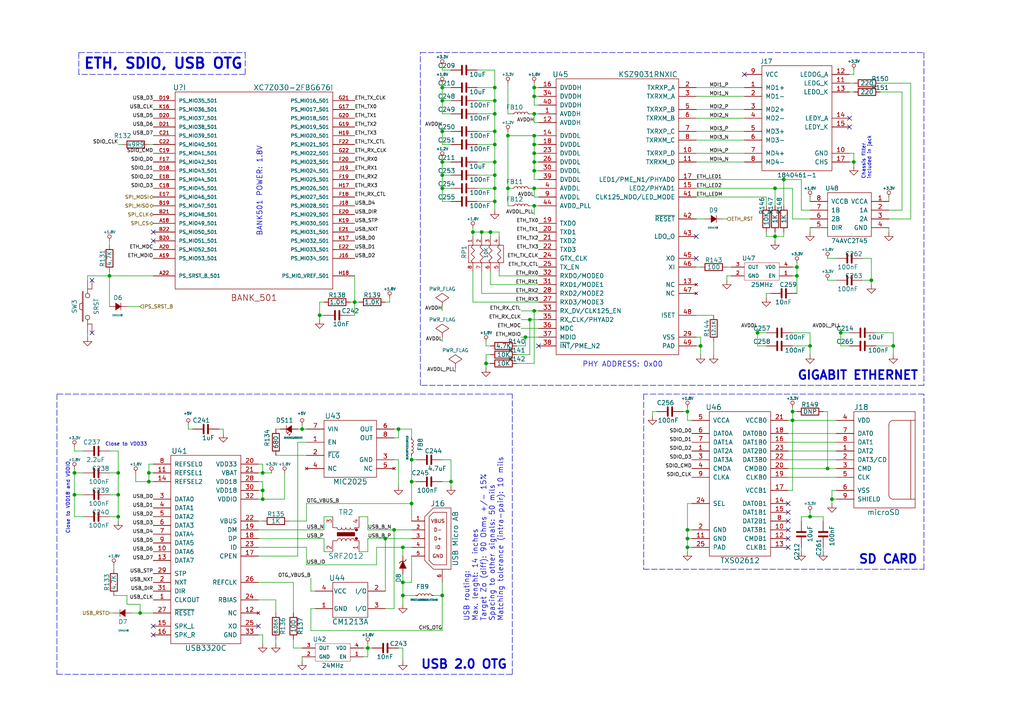
<source format=kicad_sch>
(kicad_sch (version 20250114) (generator "eeschema") (generator_version "9.0")
  (paper "A4")
  (title_block (title "CIAA-ACC Ethernet, SDIO, USB OTG") (date "2019-08-28") (rev "V1.4") (company "COMPUTADORA INDUSTRIAL ABIERTA ARGENTINA. CIAA-ACC (HPC)") (comment 1 "Authors: See 'doc/CHANGES.txt' file.      License: See 'doc/LICENCIA_CIAA_ACC.txt' file."))
  (lib_symbols
    (symbol "CIAA_ACC:+1.2V" (power) (pin_names (offset 1.016))
      (property "Value" "+1.2V" (at 0 2.286 0))
      (symbol "+1.2V_0_0"
        (pin power_in line (at 0 0 90) (length 0) (hide yes) (name "+1.2V") (number "1"))
      )
    )
    (symbol "CIAA_ACC:+1.8V" (power) (pin_names (offset 1.016))
      (property "Value" "+1.8V" (at 0 2.286 0))
      (symbol "+1.8V_0_0"
        (pin power_in line (at 0 0 90) (length 0) (hide yes) (name "+1.8V") (number "1"))
      )
    )
    (symbol "CIAA_ACC:+3.3V" (power) (pin_names (offset 1.016))
      (property "Value" "+3.3V" (at 0 2.286 0))
      (symbol "+3.3V_0_0"
        (pin power_in line (at 0 0 90) (length 0) (hide yes) (name "+3.3V") (number "1"))
      )
    )
    (symbol "CIAA_ACC:+5V" (power) (pin_names (offset 1.016))
      (property "Value" "+5V" (at 0 2.286 0))
      (symbol "+5V_0_0"
        (pin power_in line (at 0 0 90) (length 0) (hide yes) (name "+5V") (number "1"))
      )
    )
    (symbol "CIAA_ACC:1840461-1" (pin_names (offset 1.016))
      (property "Reference" "J" (at 1.27 3.81 0))
      (property "Value" "1840461-1" (at 13.97 3.81 0))
      (symbol "1840461-1_1_1"
        (pin passive line (at -5.08 0 0) (length 5.08) (name "VCC") (number "9"))
        (pin passive line (at -5.08 -3.81 0) (length 5.08) (name "MD1+") (number "1"))
        (pin passive line (at -5.08 -6.35 0) (length 5.08) (name "MD1-") (number "2"))
        (pin passive line (at -5.08 -10.16 0) (length 5.08) (name "MD2+") (number "3"))
        (pin passive line (at -5.08 -12.7 0) (length 5.08) (name "MD2-") (number "4"))
        (pin passive line (at -5.08 -16.51 0) (length 5.08) (name "MD3+") (number "5"))
        (pin passive line (at -5.08 -19.05 0) (length 5.08) (name "MD3-") (number "6"))
        (pin passive line (at -5.08 -22.86 0) (length 5.08) (name "MD4+") (number "7"))
        (pin passive line (at -5.08 -25.4 0) (length 5.08) (name "MD4-") (number "8"))
        (pin passive line (at 25.4 0 180) (length 5.08) (name "LEDOG_A") (number "12"))
        (pin passive line (at 25.4 -2.54 180) (length 5.08) (name "LEDG_K") (number "11"))
        (pin passive line (at 25.4 -5.08 180) (length 5.08) (name "LEDO_K") (number "13"))
        (pin passive line (at 25.4 -12.7 180) (length 5.08) (name "LEDY_A") (number "14"))
        (pin passive line (at 25.4 -15.24 180) (length 5.08) (name "LEDY_K") (number "15"))
        (pin passive line (at 25.4 -22.86 180) (length 5.08) (name "GND") (number "10"))
        (pin passive line (at 25.4 -25.4 180) (length 5.08) (name "CHS") (number "17"))
      )
    )
    (symbol "CIAA_ACC:74AVC2T45" (pin_names (offset 1.016))
      (property "Reference" "U" (at -5.08 5.08 0))
      (property "Value" "74AVC2T45" (at 0 -10.16 0))
      (symbol "74AVC2T45_1_1"
        (pin power_in line (at -11.43 1.27 0) (length 5.08) (name "VCCA") (number "1"))
        (pin bidirectional line (at -11.43 -1.27 0) (length 5.08) (name "1A") (number "2"))
        (pin bidirectional line (at -11.43 -3.81 0) (length 5.08) (name "2A") (number "3"))
        (pin power_in line (at -11.43 -6.35 0) (length 5.08) (name "GND") (number "4"))
        (pin power_in line (at 11.43 1.27 180) (length 5.08) (name "VCCB") (number "8"))
        (pin bidirectional line (at 11.43 -1.27 180) (length 5.08) (name "1B") (number "7"))
        (pin bidirectional line (at 11.43 -3.81 180) (length 5.08) (name "2B") (number "6"))
        (pin input line (at 11.43 -6.35 180) (length 5.08) (name "DIR") (number "5"))
      )
    )
    (symbol "CIAA_ACC:C" (pin_numbers (hide yes)) (pin_names (offset 0.254))
      (property "Reference" "C" (at 0.635 2.54 0))
      (property "Value" "C" (at 0.635 -2.54 0))
      (symbol "C_1_1"
        (pin passive line (at 0 3.81 270) (length 2.794) (name "~") (number "1"))
        (pin passive line (at 0 -3.81 90) (length 2.794) (name "~") (number "2"))
      )
    )
    (symbol "CIAA_ACC:CM1213A" (pin_names (offset 0.254))
      (property "Reference" "U" (at -3.81 6.35 0))
      (property "Value" "CM1213A" (at 0 -6.35 0))
      (symbol "CM1213A_1_1"
        (pin passive line (at -10.16 2.54 0) (length 5.08) (name "VCC") (number "4"))
        (pin passive line (at -10.16 -2.54 0) (length 5.08) (name "GND") (number "1"))
        (pin passive line (at 10.16 2.54 180) (length 5.08) (name "I/O") (number "2"))
        (pin passive line (at 10.16 -2.54 180) (length 5.08) (name "I/O") (number "3"))
      )
    )
    (symbol "CIAA_ACC:D" (pin_numbers (hide yes)) (pin_names (offset 0.254) (hide yes))
      (property "Reference" "D" (at -1.27 2.032 0))
      (property "Value" "D" (at 0 -2.54 0))
      (symbol "D_1_1"
        (pin passive line (at -2.54 0 0) (length 1.778) (name "K") (number "2"))
        (pin passive line (at 2.54 0 180) (length 1.778) (name "A") (number "1"))
      )
    )
    (symbol "CIAA_ACC:GND" (power) (pin_names (offset 0))
      (property "Value" "GND" (at 0 -3.81 0))
      (symbol "GND_1_1"
        (pin power_in line (at 0 0 270) (length 0) (hide yes) (name "GND") (number "1"))
      )
    )
    (symbol "CIAA_ACC:KSZ9031RNX" (pin_names (offset 1.016))
      (property "Reference" "U" (at -15.24 50.8 0))
      (property "Value" "KSZ9031RNX" (at 0 -31.75 0))
      (symbol "KSZ9031RNX_1_1"
        (pin power_in line (at -22.86 46.99 0) (length 5.08) (name "DVDDH") (number "16"))
        (pin power_in line (at -22.86 44.45 0) (length 5.08) (name "DVDDH") (number "34"))
        (pin power_in line (at -22.86 41.91 0) (length 5.08) (name "DVDDH") (number "40"))
        (pin power_in line (at -22.86 39.37 0) (length 5.08) (name "AVDDH") (number "1"))
        (pin power_in line (at -22.86 36.83 0) (length 5.08) (name "AVDDH") (number "12"))
        (pin power_in line (at -22.86 33.02 0) (length 5.08) (name "DVDDL") (number "14"))
        (pin power_in line (at -22.86 30.48 0) (length 5.08) (name "DVDDL") (number "18"))
        (pin power_in line (at -22.86 27.94 0) (length 5.08) (name "DVDDL") (number "23"))
        (pin power_in line (at -22.86 25.4 0) (length 5.08) (name "DVDDL") (number "26"))
        (pin power_in line (at -22.86 22.86 0) (length 5.08) (name "DVDDL") (number "30"))
        (pin power_in line (at -22.86 20.32 0) (length 5.08) (name "DVDDL") (number "39"))
        (pin power_in line (at -22.86 17.78 0) (length 5.08) (name "AVDDL") (number "4"))
        (pin power_in line (at -22.86 15.24 0) (length 5.08) (name "AVDDL") (number "9"))
        (pin power_in line (at -22.86 12.7 0) (length 5.08) (name "AVDD_PLL") (number "44"))
        (pin input line (at -22.86 7.62 0) (length 5.08) (name "TXD0") (number "19"))
        (pin input line (at -22.86 5.08 0) (length 5.08) (name "TXD1") (number "20"))
        (pin input line (at -22.86 2.54 0) (length 5.08) (name "TXD2") (number "21"))
        (pin input line (at -22.86 0 0) (length 5.08) (name "TXD3") (number "22"))
        (pin input line (at -22.86 -2.54 0) (length 5.08) (name "GTX_CLK") (number "24"))
        (pin input line (at -22.86 -5.08 0) (length 5.08) (name "TX_EN") (number "25"))
        (pin bidirectional line (at -22.86 -7.62 0) (length 5.08) (name "RXD0/MODE0") (number "32"))
        (pin bidirectional line (at -22.86 -10.16 0) (length 5.08) (name "RXD1/MODE1") (number "31"))
        (pin bidirectional line (at -22.86 -12.7 0) (length 5.08) (name "RXD2/MODE2") (number "28"))
        (pin bidirectional line (at -22.86 -15.24 0) (length 5.08) (name "RXD3/MODE3") (number "27"))
        (pin bidirectional line (at -22.86 -17.78 0) (length 5.08) (name "RX_DV/CLK125_EN") (number "33"))
        (pin bidirectional line (at -22.86 -20.32 0) (length 5.08) (name "RX_CLK/PHYAD2") (number "35"))
        (pin input line (at -22.86 -22.86 0) (length 5.08) (name "MDC") (number "36"))
        (pin bidirectional line (at -22.86 -25.4 0) (length 5.08) (name "MDIO") (number "37"))
        (pin output line (at -22.86 -27.94 0) (length 5.08) (name "~{INT}/PME_N2") (number "38"))
        (pin bidirectional line (at 22.86 46.99 180) (length 5.08) (name "TXRXP_A") (number "2"))
        (pin bidirectional line (at 22.86 44.45 180) (length 5.08) (name "TXRXM_A") (number "3"))
        (pin bidirectional line (at 22.86 40.64 180) (length 5.08) (name "TXRXP_B") (number "5"))
        (pin bidirectional line (at 22.86 38.1 180) (length 5.08) (name "TXRXM_B") (number "6"))
        (pin bidirectional line (at 22.86 34.29 180) (length 5.08) (name "TXRXP_C") (number "7"))
        (pin bidirectional line (at 22.86 31.75 180) (length 5.08) (name "TXRXM_C") (number "8"))
        (pin bidirectional line (at 22.86 27.94 180) (length 5.08) (name "TXRXP_D") (number "10"))
        (pin bidirectional line (at 22.86 25.4 180) (length 5.08) (name "TXRXM_D") (number "11"))
        (pin bidirectional line (at 22.86 20.32 180) (length 5.08) (name "LED1/PME_N1/PHYAD0") (number "17"))
        (pin bidirectional line (at 22.86 17.78 180) (length 5.08) (name "LED2/PHYAD1") (number "15"))
        (pin bidirectional line (at 22.86 15.24 180) (length 5.08) (name "CLK125_NDO/LED_MODE") (number "41"))
        (pin input line (at 22.86 8.89 180) (length 5.08) (name "~{RESET}") (number "42"))
        (pin output line (at 22.86 3.81 180) (length 5.08) (name "LDO_O") (number "43"))
        (pin output line (at 22.86 -2.54 180) (length 5.08) (name "XO") (number "45"))
        (pin input line (at 22.86 -5.08 180) (length 5.08) (name "XI") (number "46"))
        (pin no_connect line (at 22.86 -10.16 180) (length 5.08) (name "NC") (number "13"))
        (pin no_connect line (at 22.86 -12.7 180) (length 5.08) (name "NC") (number "47"))
        (pin bidirectional line (at 22.86 -19.05 180) (length 5.08) (name "ISET") (number "48"))
        (pin power_in line (at 22.86 -25.4 180) (length 5.08) (name "VSS") (number "29"))
        (pin power_in line (at 22.86 -27.94 180) (length 5.08) (name "PAD") (number "49"))
      )
    )
    (symbol "CIAA_ACC:L" (pin_numbers (hide yes)) (pin_names (offset 0.254) (hide yes))
      (property "Reference" "L" (at 0.762 1.016 0))
      (property "Value" "L" (at 0.762 -1.016 0))
      (symbol "L_1_1"
        (pin passive line (at 0 2.54 270) (length 0.508) (name "~") (number "1"))
        (pin passive line (at 0 -2.54 90) (length 0.508) (name "~") (number "2"))
      )
    )
    (symbol "CIAA_ACC:LED" (pin_numbers (hide yes)) (pin_names (offset 0.254) (hide yes))
      (property "Reference" "DS" (at -1.27 3.175 0))
      (property "Value" "LED" (at -1.27 -2.54 0))
      (symbol "LED_1_1"
        (pin passive line (at -2.54 0 0) (length 1.778) (name "K") (number "2"))
        (pin passive line (at 2.54 0 180) (length 1.778) (name "A") (number "1"))
      )
    )
    (symbol "CIAA_ACC:MIC2025" (pin_names (offset 1.016))
      (property "Reference" "U" (at -6.35 13.97 0))
      (property "Value" "MIC2025" (at -5.08 -5.08 0))
      (symbol "MIC2025_1_1"
        (pin power_in line (at -12.7 10.16 0) (length 5.08) (name "VIN") (number "7"))
        (pin input line (at -12.7 6.35 0) (length 5.08) (name "EN") (number "1"))
        (pin open_collector line (at -12.7 2.54 0) (length 5.08) (name "~{FLG}") (number "2"))
        (pin no_connect line (at -12.7 -1.27 0) (length 5.08) (name "NC") (number "4"))
        (pin power_out line (at 12.7 10.16 180) (length 5.08) (name "OUT") (number "6"))
        (pin passive line (at 12.7 7.62 180) (length 5.08) (name "OUT") (number "8"))
        (pin power_in line (at 12.7 1.27 180) (length 5.08) (name "GND") (number "3"))
        (pin no_connect line (at 12.7 -1.27 180) (length 5.08) (name "NC") (number "5"))
      )
    )
    (symbol "CIAA_ACC:MICRO_USB" (pin_names (offset 0.0254) (hide yes))
      (property "Reference" "J" (at 1.27 19.05 0))
      (property "Value" "MICRO_USB" (at 3.81 -6.35 0))
      (symbol "MICRO_USB_0_0"
        (text "VBUS" (at 3.81 13.97 0) (effects (font (size 1.016 1.016))))
        (text "D-" (at 3.81 11.43 0) (effects (font (size 1.016 1.016))))
        (text "D+" (at 3.81 8.89 0) (effects (font (size 1.016 1.016))))
        (text "ID" (at 3.81 6.35 0) (effects (font (size 1.016 1.016))))
        (text "GND" (at 3.81 3.81 0) (effects (font (size 1.016 1.016))))
      )
      (symbol "MICRO_USB_1_1"
        (pin passive line (at 2.54 -3.81 90) (length 3.81) (name "S2") (number "6"))
        (pin passive line (at 11.43 13.97 180) (length 3.81) (name "VBUS") (number "1"))
        (pin bidirectional line (at 11.43 11.43 180) (length 3.81) (name "USB_DN") (number "2"))
        (pin bidirectional line (at 11.43 8.89 180) (length 3.81) (name "USB_DP") (number "3"))
        (pin input line (at 11.43 6.35 180) (length 3.81) (name "USB_ID") (number "4"))
        (pin passive line (at 11.43 3.81 180) (length 3.81) (name "GND") (number "5"))
      )
    )
    (symbol "CIAA_ACC:OSCILLATOR" (pin_names (offset 1.016))
      (property "Reference" "U" (at -3.81 3.81 0))
      (property "Value" "OSCILLATOR" (at 0 -3.81 0))
      (symbol "OSCILLATOR_1_1"
        (pin power_in line (at -8.89 1.27 0) (length 3.81) (name "VDD") (number "4"))
        (pin input line (at -8.89 -1.27 0) (length 3.81) (name "EN") (number "1"))
        (pin output line (at 8.89 1.27 180) (length 3.81) (name "OUT") (number "3"))
        (pin power_in line (at 8.89 -1.27 180) (length 3.81) (name "GND") (number "2"))
      )
    )
    (symbol "CIAA_ACC:PWR_FLAG" (power) (pin_numbers (hide yes)) (pin_names (offset 0) (hide yes))
      (property "Value" "PWR_FLAG" (at 0 4.572 0))
      (symbol "PWR_FLAG_0_0"
        (pin power_out line (at 0 0 90) (length 0) (name "pwr") (number "1"))
      )
    )
    (symbol "CIAA_ACC:R" (pin_numbers (hide yes)) (pin_names (offset 0))
      (property "Reference" "R" (at 2.032 0 90))
      (property "Value" "R" (at 0 0 90))
      (symbol "R_1_1"
        (pin passive line (at 0 3.81 270) (length 1.27) (name "~") (number "1"))
        (pin passive line (at 0 -3.81 90) (length 1.27) (name "~") (number "2"))
      )
    )
    (symbol "CIAA_ACC:R_PACK4" (pin_names (hide yes))
      (property "Reference" "RP" (at 0 11.43 0))
      (property "Value" "R_PACK4" (at 0 -1.27 0))
      (symbol "R_PACK4_1_1"
        (pin passive line (at -5.08 8.89 0) (length 2.54) (name "P1") (number "1"))
        (pin passive line (at -5.08 6.35 0) (length 2.54) (name "P2") (number "2"))
        (pin passive line (at -5.08 3.81 0) (length 2.54) (name "P3") (number "3"))
        (pin passive line (at -5.08 1.27 0) (length 2.54) (name "P4") (number "4"))
        (pin passive line (at 5.08 8.89 180) (length 2.54) (name "R1") (number "8"))
        (pin passive line (at 5.08 6.35 180) (length 2.54) (name "R2") (number "7"))
        (pin passive line (at 5.08 3.81 180) (length 2.54) (name "R3") (number "6"))
        (pin passive line (at 5.08 1.27 180) (length 2.54) (name "R4") (number "5"))
      )
    )
    (symbol "CIAA_ACC:SRF2012" (pin_names (offset 1.016))
      (property "Reference" "TR" (at 0 5.08 0))
      (property "Value" "SRF2012" (at 0 -5.08 0))
      (symbol "SRF2012_1_1"
        (pin input line (at -5.08 3.81 0) (length 2.54) (name "~") (number "1"))
        (pin input line (at -5.08 -3.81 0) (length 2.54) (name "~") (number "2"))
        (pin input line (at 5.08 3.81 180) (length 2.54) (name "~") (number "4"))
        (pin input line (at 5.08 -3.81 180) (length 2.54) (name "~") (number "3"))
      )
    )
    (symbol "CIAA_ACC:SW_PUSH" (pin_numbers (hide yes)) (pin_names (offset 1.016) (hide yes))
      (property "Reference" "SW" (at 3.81 2.794 0))
      (property "Value" "SW_PUSH" (at 0 -2.032 0))
      (symbol "SW_PUSH_0_1"
        (pin passive inverted (at -7.62 0 0) (length 5.08) (name "1") (number "1"))
        (pin passive inverted (at 7.62 0 180) (length 5.08) (name "3") (number "3"))
      )
      (symbol "SW_PUSH_1_1"
        (pin input line (at -7.62 -1.27 0) (length 2.54) (name "2") (number "2"))
        (pin input line (at 7.62 -1.27 180) (length 2.54) (name "4") (number "4"))
      )
    )
    (symbol "CIAA_ACC:TXS02612" (pin_names (offset 1.016))
      (property "Reference" "U" (at -6.35 10.16 0))
      (property "Value" "TXS02612" (at 0 -34.29 0))
      (symbol "TXS02612_1_1"
        (pin power_in line (at -13.97 6.35 0) (length 5.08) (name "VCCA") (number "5"))
        (pin bidirectional line (at -13.97 2.54 0) (length 5.08) (name "DAT0A") (number "6"))
        (pin bidirectional line (at -13.97 0 0) (length 5.08) (name "DAT1A") (number "7"))
        (pin bidirectional line (at -13.97 -2.54 0) (length 5.08) (name "DAT2A") (number "1"))
        (pin bidirectional line (at -13.97 -5.08 0) (length 5.08) (name "DAT3A") (number "3"))
        (pin bidirectional line (at -13.97 -7.62 0) (length 5.08) (name "CMDA") (number "4"))
        (pin input line (at -13.97 -10.16 0) (length 5.08) (name "CLKA") (number "9"))
        (pin input line (at -13.97 -17.78 0) (length 5.08) (name "SEL") (number "24"))
        (pin power_in line (at -13.97 -25.4 0) (length 5.08) (name "GND") (number "2"))
        (pin power_in line (at -13.97 -27.94 0) (length 5.08) (name "GND") (number "11"))
        (pin power_in line (at -13.97 -30.48 0) (length 5.08) (name "PAD") (number "25"))
        (pin power_in line (at 13.97 6.35 180) (length 5.08) (name "VCCB0") (number "21"))
        (pin bidirectional line (at 13.97 2.54 180) (length 5.08) (name "DAT0B0") (number "18"))
        (pin bidirectional line (at 13.97 0 180) (length 5.08) (name "DAT1B0") (number "16"))
        (pin bidirectional line (at 13.97 -2.54 180) (length 5.08) (name "DAT2B0") (number "23"))
        (pin bidirectional line (at 13.97 -5.08 180) (length 5.08) (name "DAT3B0") (number "22"))
        (pin bidirectional line (at 13.97 -7.62 180) (length 5.08) (name "CMDB0") (number "20"))
        (pin output line (at 13.97 -10.16 180) (length 5.08) (name "CLKB0") (number "19"))
        (pin power_in line (at 13.97 -13.97 180) (length 5.08) (name "VCCB1") (number "17"))
        (pin bidirectional line (at 13.97 -17.78 180) (length 5.08) (name "DAT0B1") (number "14"))
        (pin bidirectional line (at 13.97 -20.32 180) (length 5.08) (name "DAT1B1") (number "15"))
        (pin bidirectional line (at 13.97 -22.86 180) (length 5.08) (name "DAT2B1") (number "8"))
        (pin bidirectional line (at 13.97 -25.4 180) (length 5.08) (name "DAT3B1") (number "10"))
        (pin bidirectional line (at 13.97 -27.94 180) (length 5.08) (name "CMDB1") (number "12"))
        (pin output line (at 13.97 -30.48 180) (length 5.08) (name "CLKB1") (number "13"))
      )
    )
    (symbol "CIAA_ACC:USB3320C" (pin_names (offset 1.016))
      (property "Reference" "U" (at -7.62 3.81 0))
      (property "Value" "USB3320C" (at 0 -53.34 0))
      (symbol "USB3320C_1_1"
        (pin input line (at -15.24 0 0) (length 5.08) (name "REFSEL0") (number "8"))
        (pin input line (at -15.24 -2.54 0) (length 5.08) (name "REFSEL1") (number "11"))
        (pin input line (at -15.24 -5.08 0) (length 5.08) (name "REFSEL2") (number "14"))
        (pin bidirectional line (at -15.24 -10.16 0) (length 5.08) (name "DATA0") (number "3"))
        (pin bidirectional line (at -15.24 -12.7 0) (length 5.08) (name "DATA1") (number "4"))
        (pin bidirectional line (at -15.24 -15.24 0) (length 5.08) (name "DATA2") (number "5"))
        (pin bidirectional line (at -15.24 -17.78 0) (length 5.08) (name "DATA3") (number "6"))
        (pin bidirectional line (at -15.24 -20.32 0) (length 5.08) (name "DATA4") (number "7"))
        (pin bidirectional line (at -15.24 -22.86 0) (length 5.08) (name "DATA5") (number "9"))
        (pin bidirectional line (at -15.24 -25.4 0) (length 5.08) (name "DATA6") (number "10"))
        (pin bidirectional line (at -15.24 -27.94 0) (length 5.08) (name "DATA7") (number "13"))
        (pin input line (at -15.24 -31.75 0) (length 5.08) (name "STP") (number "29"))
        (pin output line (at -15.24 -34.29 0) (length 5.08) (name "NXT") (number "2"))
        (pin output line (at -15.24 -36.83 0) (length 5.08) (name "DIR") (number "31"))
        (pin output line (at -15.24 -39.37 0) (length 5.08) (name "CLKOUT") (number "1"))
        (pin input line (at -15.24 -43.18 0) (length 5.08) (name "~{RESET}") (number "27"))
        (pin bidirectional line (at -15.24 -46.99 0) (length 5.08) (name "SPK_L") (number "15"))
        (pin bidirectional line (at -15.24 -49.53 0) (length 5.08) (name "SPK_R") (number "16"))
        (pin passive line (at 15.24 0 180) (length 5.08) (name "VDD33") (number "20"))
        (pin power_in line (at 15.24 -2.54 180) (length 5.08) (name "VBAT") (number "21"))
        (pin power_in line (at 15.24 -5.08 180) (length 5.08) (name "VDD18") (number "28"))
        (pin power_in line (at 15.24 -7.62 180) (length 5.08) (name "VDD18") (number "30"))
        (pin power_in line (at 15.24 -10.16 180) (length 5.08) (name "VDDIO") (number "32"))
        (pin bidirectional line (at 15.24 -16.51 180) (length 5.08) (name "VBUS") (number "22"))
        (pin bidirectional line (at 15.24 -19.05 180) (length 5.08) (name "DM") (number "19"))
        (pin bidirectional line (at 15.24 -21.59 180) (length 5.08) (name "DP") (number "18"))
        (pin input line (at 15.24 -24.13 180) (length 5.08) (name "ID") (number "23"))
        (pin output line (at 15.24 -26.67 180) (length 5.08) (name "CPEN") (number "17"))
        (pin input line (at 15.24 -34.29 180) (length 5.08) (name "REFCLK") (number "26"))
        (pin passive line (at 15.24 -39.37 180) (length 5.08) (name "RBIAS") (number "24"))
        (pin no_connect line (at 15.24 -43.18 180) (length 5.08) (name "NC") (number "12"))
        (pin output line (at 15.24 -46.99 180) (length 5.08) (name "XO") (number "25"))
        (pin power_in line (at 15.24 -49.53 180) (length 5.08) (name "GND") (number "33"))
      )
    )
    (symbol "CIAA_ACC:ZENER" (pin_numbers (hide yes)) (pin_names (offset 1.016) (hide yes))
      (property "Reference" "D" (at 0 2.54 0))
      (property "Value" "ZENER" (at 0 -2.54 0))
      (symbol "ZENER_1_1"
        (pin passive line (at -2.54 0 0) (length 1.524) (name "K") (number "2"))
        (pin passive line (at 2.54 0 180) (length 1.524) (name "A") (number "1"))
      )
    )
    (symbol "CIAA_ACC:microSD" (pin_names (offset 1.016))
      (property "Reference" "J" (at -7.62 16.51 0))
      (property "Value" "microSD" (at 0 -13.97 0))
      (symbol "microSD_1_1"
        (pin power_in line (at -13.97 12.7 0) (length 5.08) (name "VDD") (number "4"))
        (pin bidirectional line (at -13.97 8.89 0) (length 5.08) (name "DAT0") (number "7"))
        (pin bidirectional line (at -13.97 6.35 0) (length 5.08) (name "DAT1") (number "8"))
        (pin bidirectional line (at -13.97 3.81 0) (length 5.08) (name "DAT2") (number "1"))
        (pin bidirectional line (at -13.97 1.27 0) (length 5.08) (name "DAT3/CD") (number "2"))
        (pin input line (at -13.97 -1.27 0) (length 5.08) (name "CMD") (number "3"))
        (pin input line (at -13.97 -3.81 0) (length 5.08) (name "CLK") (number "5"))
        (pin power_in line (at -13.97 -7.62 0) (length 5.08) (name "VSS") (number "6"))
        (pin passive line (at -13.97 -10.16 0) (length 5.08) (name "SHIELD") (number "9"))
      )
    )
    (symbol "XC7Z030_FBG676:XC7Z030_FBG676" (pin_names (offset 1.016))
      (property "Reference" "U" (at 0 2.54 0))
      (property "Value" "XC7Z030_FBG676" (at 0 0 0))
      (symbol "XC7Z030_FBG676_1_0"
        (text "BANK_0" (at 0 -38.1 0) (effects (font (size 1.778 1.778))))
      )
      (symbol "XC7Z030_FBG676_1_1"
        (pin bidirectional line (at -29.21 13.97 0) (length 6.35) (name "INIT_B_0") (number "R8"))
        (pin input line (at -29.21 11.43 0) (length 6.35) (name "PROGRAM_B_0") (number "V9"))
        (pin input line (at 29.21 13.97 180) (length 6.35) (name "CFGBVS_0") (number "T7"))
        (pin bidirectional line (at 29.21 11.43 180) (length 6.35) (name "DONE_0") (number "W9"))
        (pin input line (at 29.21 8.89 180) (length 6.35) (name "DXN_0") (number "R13"))
        (pin input line (at 29.21 6.35 180) (length 6.35) (name "DXP_0") (number "R14"))
        (pin power_in line (at 29.21 3.81 180) (length 6.35) (name "GNDADC_0") (number "M13"))
        (pin power_in line (at 29.21 1.27 180) (length 6.35) (name "RSVDGND") (number "V13"))
        (pin power_in line (at 29.21 -1.27 180) (length 6.35) (name "RSVDVCC1") (number "W8"))
        (pin power_in line (at 29.21 -3.81 180) (length 6.35) (name "RSVDVCC2") (number "V8"))
        (pin power_in line (at 29.21 -6.35 180) (length 6.35) (name "RSVDVCC3") (number "U8"))
        (pin input line (at 29.21 -8.89 180) (length 6.35) (name "TCK_0") (number "W12"))
        (pin input line (at 29.21 -11.43 180) (length 6.35) (name "TDI_0") (number "V11"))
        (pin output line (at 29.21 -13.97 180) (length 6.35) (name "TDO_0") (number "W10"))
        (pin input line (at 29.21 -16.51 180) (length 6.35) (name "TMS_0") (number "W11"))
        (pin power_in line (at 29.21 -19.05 180) (length 6.35) (name "VCCADC_0") (number "M14"))
        (pin power_in line (at 29.21 -21.59 180) (length 6.35) (name "VCCBATT_0") (number "V15"))
        (pin input line (at 29.21 -24.13 180) (length 6.35) (name "VN_0") (number "P13"))
        (pin input line (at 29.21 -26.67 180) (length 6.35) (name "VP_0") (number "N14"))
        (pin input line (at 29.21 -29.21 180) (length 6.35) (name "VREFN_0") (number "N13"))
        (pin input line (at 29.21 -31.75 180) (length 6.35) (name "VREFP_0") (number "P14"))
      )
      (symbol "XC7Z030_FBG676_2_0"
        (text "BANK_12" (at 0 -36.83 0) (effects (font (size 1.778 1.778))))
      )
      (symbol "XC7Z030_FBG676_2_1"
        (pin bidirectional line (at -29.21 33.02 0) (length 6.35) (name "IO_L12N_T1_MRCC_12") (number "AD13"))
        (pin bidirectional line (at -29.21 30.48 0) (length 6.35) (name "IO_L12P_T1_MRCC_12") (number "AC13"))
        (pin bidirectional line (at -29.21 27.94 0) (length 6.35) (name "IO_L13N_T2_MRCC_12") (number "AD14"))
        (pin bidirectional line (at -29.21 25.4 0) (length 6.35) (name "IO_L13P_T2_MRCC_12") (number "AC14"))
        (pin bidirectional line (at -29.21 22.86 0) (length 6.35) (name "IO_L14N_T2_SRCC_12") (number "AB14"))
        (pin bidirectional line (at -29.21 20.32 0) (length 6.35) (name "IO_L14P_T2_SRCC_12") (number "AB15"))
        (pin bidirectional line (at -29.21 17.78 0) (length 6.35) (name "IO_L15N_T2_DQS_12") (number "AD15"))
        (pin bidirectional line (at -29.21 15.24 0) (length 6.35) (name "IO_L15P_T2_DQS_12") (number "AD16"))
        (pin bidirectional line (at -29.21 12.7 0) (length 6.35) (name "IO_L16N_T2_12") (number "AF14"))
        (pin bidirectional line (at -29.21 10.16 0) (length 6.35) (name "IO_L16P_T2_12") (number "AF15"))
        (pin bidirectional line (at -29.21 7.62 0) (length 6.35) (name "IO_L17N_T2_12") (number "AE15"))
        (pin bidirectional line (at -29.21 5.08 0) (length 6.35) (name "IO_L17P_T2_12") (number "AE16"))
        (pin bidirectional line (at -29.21 2.54 0) (length 6.35) (name "IO_L18N_T2_12") (number "AF17"))
        (pin bidirectional line (at -29.21 0 0) (length 6.35) (name "IO_L18P_T2_12") (number "AE17"))
        (pin bidirectional line (at -29.21 -2.54 0) (length 6.35) (name "IO_L19N_T3_VREF_12") (number "AA17"))
        (pin bidirectional line (at -29.21 -5.08 0) (length 6.35) (name "IO_L19P_T3_12") (number "Y17"))
        (pin bidirectional line (at -29.21 -7.62 0) (length 6.35) (name "IO_L20N_T3_12") (number "AB16"))
        (pin bidirectional line (at -29.21 -10.16 0) (length 6.35) (name "IO_L20P_T3_12") (number "AB17"))
        (pin bidirectional line (at -29.21 -12.7 0) (length 6.35) (name "IO_L21N_T3_DQS_12") (number "AC16"))
        (pin bidirectional line (at -29.21 -15.24 0) (length 6.35) (name "IO_L21P_T3_DQS_12") (number "AC17"))
        (pin bidirectional line (at -29.21 -17.78 0) (length 6.35) (name "IO_L22N_T3_12") (number "AA14"))
        (pin bidirectional line (at -29.21 -20.32 0) (length 6.35) (name "IO_L22P_T3_12") (number "AA15"))
        (pin bidirectional line (at -29.21 -22.86 0) (length 6.35) (name "IO_L23N_T3_12") (number "Y15"))
        (pin bidirectional line (at -29.21 -25.4 0) (length 6.35) (name "IO_L23P_T3_12") (number "Y16"))
        (pin bidirectional line (at -29.21 -27.94 0) (length 6.35) (name "IO_L24N_T3_12") (number "W15"))
        (pin bidirectional line (at -29.21 -30.48 0) (length 6.35) (name "IO_L24P_T3_12") (number "W16"))
        (pin bidirectional line (at 29.21 33.02 180) (length 6.35) (name "IO_0_12") (number "W14"))
        (pin bidirectional line (at 29.21 30.48 180) (length 6.35) (name "IO_25_12") (number "W17"))
        (pin bidirectional line (at 29.21 27.94 180) (length 6.35) (name "IO_L1N_T0_12") (number "Y11"))
        (pin bidirectional line (at 29.21 25.4 180) (length 6.35) (name "IO_L1P_T0_12") (number "Y12"))
        (pin bidirectional line (at 29.21 22.86 180) (length 6.35) (name "IO_L2N_T0_12") (number "AC11"))
        (pin bidirectional line (at 29.21 20.32 180) (length 6.35) (name "IO_L2P_T0_12") (number "AB12"))
        (pin bidirectional line (at 29.21 17.78 180) (length 6.35) (name "IO_L3N_T0_DQS_12") (number "AA10"))
        (pin bidirectional line (at 29.21 15.24 180) (length 6.35) (name "IO_L3P_T0_DQS_12") (number "Y10"))
        (pin bidirectional line (at 29.21 12.7 180) (length 6.35) (name "IO_L4N_T0_12") (number "AB10"))
        (pin bidirectional line (at 29.21 10.16 180) (length 6.35) (name "IO_L4P_T0_12") (number "AB11"))
        (pin bidirectional line (at 29.21 7.62 180) (length 6.35) (name "IO_L5N_T0_12") (number "Y13"))
        (pin bidirectional line (at 29.21 5.08 180) (length 6.35) (name "IO_L5P_T0_12") (number "W13"))
        (pin bidirectional line (at 29.21 2.54 180) (length 6.35) (name "IO_L6N_T0_VREF_12") (number "AA12"))
        (pin bidirectional line (at 29.21 0 180) (length 6.35) (name "IO_L6P_T0_12") (number "AA13"))
        (pin bidirectional line (at 29.21 -2.54 180) (length 6.35) (name "IO_L7N_T1_12") (number "AD10"))
        (pin bidirectional line (at 29.21 -5.08 180) (length 6.35) (name "IO_L7P_T1_12") (number "AE10"))
        (pin bidirectional line (at 29.21 -7.62 180) (length 6.35) (name "IO_L8N_T1_12") (number "AF12"))
        (pin bidirectional line (at 29.21 -10.16 180) (length 6.35) (name "IO_L8P_T1_12") (number "AE12"))
        (pin bidirectional line (at 29.21 -12.7 180) (length 6.35) (name "IO_L9N_T1_DQS_12") (number "AF10"))
        (pin bidirectional line (at 29.21 -15.24 180) (length 6.35) (name "IO_L9P_T1_DQS_12") (number "AE11"))
        (pin bidirectional line (at 29.21 -17.78 180) (length 6.35) (name "IO_L10N_T1_12") (number "AF13"))
        (pin bidirectional line (at 29.21 -20.32 180) (length 6.35) (name "IO_L10P_T1_12") (number "AE13"))
        (pin bidirectional line (at 29.21 -22.86 180) (length 6.35) (name "IO_L11N_T1_SRCC_12") (number "AD11"))
        (pin bidirectional line (at 29.21 -25.4 180) (length 6.35) (name "IO_L11P_T1_SRCC_12") (number "AC12"))
      )
      (symbol "XC7Z030_FBG676_3_0"
        (text "BANK_13" (at 0 -36.83 0) (effects (font (size 1.778 1.778))))
      )
      (symbol "XC7Z030_FBG676_3_1"
        (pin bidirectional line (at -29.21 33.02 0) (length 6.35) (name "IO_L12N_T1_MRCC_13") (number "AC24"))
        (pin bidirectional line (at -29.21 30.48 0) (length 6.35) (name "IO_L12P_T1_MRCC_13") (number "AC23"))
        (pin bidirectional line (at -29.21 27.94 0) (length 6.35) (name "IO_L13N_T2_MRCC_13") (number "AD21"))
        (pin bidirectional line (at -29.21 25.4 0) (length 6.35) (name "IO_L13P_T2_MRCC_13") (number "AD20"))
        (pin bidirectional line (at -29.21 22.86 0) (length 6.35) (name "IO_L14N_T2_SRCC_13") (number "AC22"))
        (pin bidirectional line (at -29.21 20.32 0) (length 6.35) (name "IO_L14P_T2_SRCC_13") (number "AC21"))
        (pin bidirectional line (at -29.21 17.78 0) (length 6.35) (name "IO_L15N_T2_DQS_13") (number "AF20"))
        (pin bidirectional line (at -29.21 15.24 0) (length 6.35) (name "IO_L15P_T2_DQS_13") (number "AF19"))
        (pin bidirectional line (at -29.21 12.7 0) (length 6.35) (name "IO_L16N_T2_13") (number "AE21"))
        (pin bidirectional line (at -29.21 10.16 0) (length 6.35) (name "IO_L16P_T2_13") (number "AE20"))
        (pin bidirectional line (at -29.21 7.62 0) (length 6.35) (name "IO_L17N_T2_13") (number "AD19"))
        (pin bidirectional line (at -29.21 5.08 0) (length 6.35) (name "IO_L17P_T2_13") (number "AD18"))
        (pin bidirectional line (at -29.21 2.54 0) (length 6.35) (name "IO_L18N_T2_13") (number "AF18"))
        (pin bidirectional line (at -29.21 0 0) (length 6.35) (name "IO_L18P_T2_13") (number "AE18"))
        (pin bidirectional line (at -29.21 -2.54 0) (length 6.35) (name "IO_L19N_T3_VREF_13") (number "Y20"))
        (pin bidirectional line (at -29.21 -5.08 0) (length 6.35) (name "IO_L19P_T3_13") (number "W20"))
        (pin bidirectional line (at -29.21 -7.62 0) (length 6.35) (name "IO_L20N_T3_13") (number "AB20"))
        (pin bidirectional line (at -29.21 -10.16 0) (length 6.35) (name "IO_L20P_T3_13") (number "AA20"))
        (pin bidirectional line (at -29.21 -12.7 0) (length 6.35) (name "IO_L21N_T3_DQS_13") (number "AC19"))
        (pin bidirectional line (at -29.21 -15.24 0) (length 6.35) (name "IO_L21P_T3_DQS_13") (number "AC18"))
        (pin bidirectional line (at -29.21 -17.78 0) (length 6.35) (name "IO_L22N_T3_13") (number "AB19"))
        (pin bidirectional line (at -29.21 -20.32 0) (length 6.35) (name "IO_L22P_T3_13") (number "AA19"))
        (pin bidirectional line (at -29.21 -22.86 0) (length 6.35) (name "IO_L23N_T3_13") (number "W19"))
        (pin bidirectional line (at -29.21 -25.4 0) (length 6.35) (name "IO_L23P_T3_13") (number "W18"))
        (pin bidirectional line (at -29.21 -27.94 0) (length 6.35) (name "IO_L24N_T3_13") (number "AA18"))
        (pin bidirectional line (at -29.21 -30.48 0) (length 6.35) (name "IO_L24P_T3_13") (number "Y18"))
        (pin bidirectional line (at 29.21 33.02 180) (length 6.35) (name "IO_0_13") (number "V19"))
        (pin bidirectional line (at 29.21 30.48 180) (length 6.35) (name "IO_25_13") (number "V18"))
        (pin bidirectional line (at 29.21 27.94 180) (length 6.35) (name "IO_L1N_T0_13") (number "AB25"))
        (pin bidirectional line (at 29.21 25.4 180) (length 6.35) (name "IO_L1P_T0_13") (number "AA25"))
        (pin bidirectional line (at 29.21 22.86 180) (length 6.35) (name "IO_L2N_T0_13") (number "AC26"))
        (pin bidirectional line (at 29.21 20.32 180) (length 6.35) (name "IO_L2P_T0_13") (number "AB26"))
        (pin bidirectional line (at 29.21 17.78 180) (length 6.35) (name "IO_L3N_T0_DQS_13") (number "AE26"))
        (pin bidirectional line (at 29.21 15.24 180) (length 6.35) (name "IO_L3P_T0_DQS_13") (number "AE25"))
        (pin bidirectional line (at 29.21 12.7 180) (length 6.35) (name "IO_L4N_T0_13") (number "AD26"))
        (pin bidirectional line (at 29.21 10.16 180) (length 6.35) (name "IO_L4P_T0_13") (number "AD25"))
        (pin bidirectional line (at 29.21 7.62 180) (length 6.35) (name "IO_L5N_T0_13") (number "AF25"))
        (pin bidirectional line (at 29.21 5.08 180) (length 6.35) (name "IO_L5P_T0_13") (number "AF24"))
        (pin bidirectional line (at 29.21 2.54 180) (length 6.35) (name "IO_L6N_T0_VREF_13") (number "AB24"))
        (pin bidirectional line (at 29.21 0 180) (length 6.35) (name "IO_L6P_T0_13") (number "AA24"))
        (pin bidirectional line (at 29.21 -2.54 180) (length 6.35) (name "IO_L7N_T1_13") (number "AF22"))
        (pin bidirectional line (at 29.21 -5.08 180) (length 6.35) (name "IO_L7P_T1_13") (number "AE22"))
        (pin bidirectional line (at 29.21 -7.62 180) (length 6.35) (name "IO_L8N_T1_13") (number "AF23"))
        (pin bidirectional line (at 29.21 -10.16 180) (length 6.35) (name "IO_L8P_T1_13") (number "AE23"))
        (pin bidirectional line (at 29.21 -12.7 180) (length 6.35) (name "IO_L9N_T1_DQS_13") (number "AB22"))
        (pin bidirectional line (at 29.21 -15.24 180) (length 6.35) (name "IO_L9P_T1_DQS_13") (number "AB21"))
        (pin bidirectional line (at 29.21 -17.78 180) (length 6.35) (name "IO_L10N_T1_13") (number "AA23"))
        (pin bidirectional line (at 29.21 -20.32 180) (length 6.35) (name "IO_L10P_T1_13") (number "AA22"))
        (pin bidirectional line (at 29.21 -22.86 180) (length 6.35) (name "IO_L11N_T1_SRCC_13") (number "AD24"))
        (pin bidirectional line (at 29.21 -25.4 180) (length 6.35) (name "IO_L11P_T1_SRCC_13") (number "AD23"))
      )
      (symbol "XC7Z030_FBG676_4_0"
        (text "BANK_33" (at 0 -36.83 0) (effects (font (size 1.778 1.778))))
      )
      (symbol "XC7Z030_FBG676_4_1"
        (pin bidirectional line (at -29.21 33.02 0) (length 6.35) (name "IO_L12N_T1_MRCC_33") (number "J3"))
        (pin bidirectional line (at -29.21 30.48 0) (length 6.35) (name "IO_L12P_T1_MRCC_33") (number "J4"))
        (pin bidirectional line (at -29.21 27.94 0) (length 6.35) (name "IO_L13N_T2_MRCC_33") (number "M5"))
        (pin bidirectional line (at -29.21 25.4 0) (length 6.35) (name "IO_L13P_T2_MRCC_33") (number "M6"))
        (pin bidirectional line (at -29.21 22.86 0) (length 6.35) (name "IO_L14N_T2_SRCC_33") (number "L4"))
        (pin bidirectional line (at -29.21 20.32 0) (length 6.35) (name "IO_L14P_T2_SRCC_33") (number "L5"))
        (pin bidirectional line (at -29.21 17.78 0) (length 6.35) (name "IO_L15N_T2_DQS_33") (number "N2"))
        (pin bidirectional line (at -29.21 15.24 0) (length 6.35) (name "IO_L15P_T2_DQS_33") (number "N3"))
        (pin bidirectional line (at -29.21 12.7 0) (length 6.35) (name "IO_L16N_T2_33") (number "L2"))
        (pin bidirectional line (at -29.21 10.16 0) (length 6.35) (name "IO_L16P_T2_33") (number "M2"))
        (pin bidirectional line (at -29.21 7.62 0) (length 6.35) (name "IO_L17N_T2_33") (number "M4"))
        (pin bidirectional line (at -29.21 5.08 0) (length 6.35) (name "IO_L17P_T2_33") (number "N4"))
        (pin bidirectional line (at -29.21 2.54 0) (length 6.35) (name "IO_L18N_T2_33") (number "M1"))
        (pin bidirectional line (at -29.21 0 0) (length 6.35) (name "IO_L18P_T2_33") (number "N1"))
        (pin bidirectional line (at -29.21 -2.54 0) (length 6.35) (name "IO_L19N_T3_VREF_33") (number "L7"))
        (pin bidirectional line (at -29.21 -5.08 0) (length 6.35) (name "IO_L19P_T3_33") (number "M7"))
        (pin bidirectional line (at -29.21 -7.62 0) (length 6.35) (name "IO_L20N_T3_33") (number "J5"))
        (pin bidirectional line (at -29.21 -10.16 0) (length 6.35) (name "IO_L20P_T3_33") (number "K5"))
        (pin bidirectional line (at -29.21 -12.7 0) (length 6.35) (name "IO_L21N_T3_DQS_33") (number "L8"))
        (pin bidirectional line (at -29.21 -15.24 0) (length 6.35) (name "IO_L21P_T3_DQS_33") (number "M8"))
        (pin bidirectional line (at -29.21 -17.78 0) (length 6.35) (name "IO_L22N_T3_33") (number "J6"))
        (pin bidirectional line (at -29.21 -20.32 0) (length 6.35) (name "IO_L22P_T3_33") (number "K6"))
        (pin bidirectional line (at -29.21 -22.86 0) (length 6.35) (name "IO_L23N_T3_33") (number "N6"))
        (pin bidirectional line (at -29.21 -25.4 0) (length 6.35) (name "IO_L23P_T3_33") (number "N7"))
        (pin bidirectional line (at -29.21 -27.94 0) (length 6.35) (name "IO_L24N_T3_33") (number "K7"))
        (pin bidirectional line (at -29.21 -30.48 0) (length 6.35) (name "IO_L24P_T3_33") (number "K8"))
        (pin bidirectional line (at 29.21 33.02 180) (length 6.35) (name "IO_0_VRN_33") (number "L9"))
        (pin bidirectional line (at 29.21 30.48 180) (length 6.35) (name "IO_25_VRP_33") (number "N8"))
        (pin bidirectional line (at 29.21 27.94 180) (length 6.35) (name "IO_L1N_T0_33") (number "F4"))
        (pin bidirectional line (at 29.21 25.4 180) (length 6.35) (name "IO_L1P_T0_33") (number "G4"))
        (pin bidirectional line (at 29.21 22.86 180) (length 6.35) (name "IO_L2N_T0_33") (number "D3"))
        (pin bidirectional line (at 29.21 20.32 180) (length 6.35) (name "IO_L2P_T0_33") (number "D4"))
        (pin bidirectional line (at 29.21 17.78 180) (length 6.35) (name "IO_L3N_T0_DQS_33") (number "F2"))
        (pin bidirectional line (at 29.21 15.24 180) (length 6.35) (name "IO_L3P_T0_DQS_33") (number "G2"))
        (pin bidirectional line (at 29.21 12.7 180) (length 6.35) (name "IO_L4N_T0_33") (number "C1"))
        (pin bidirectional line (at 29.21 10.16 180) (length 6.35) (name "IO_L4P_T0_33") (number "D1"))
        (pin bidirectional line (at 29.21 7.62 180) (length 6.35) (name "IO_L5N_T0_33") (number "E1"))
        (pin bidirectional line (at 29.21 5.08 180) (length 6.35) (name "IO_L5P_T0_33") (number "E2"))
        (pin bidirectional line (at 29.21 2.54 180) (length 6.35) (name "IO_L6N_T0_VREF_33") (number "E3"))
        (pin bidirectional line (at 29.21 0 180) (length 6.35) (name "IO_L6P_T0_33") (number "F3"))
        (pin bidirectional line (at 29.21 -2.54 180) (length 6.35) (name "IO_L7N_T1_33") (number "H1"))
        (pin bidirectional line (at 29.21 -5.08 180) (length 6.35) (name "IO_L7P_T1_33") (number "J1"))
        (pin bidirectional line (at 29.21 -7.62 180) (length 6.35) (name "IO_L8N_T1_33") (number "H3"))
        (pin bidirectional line (at 29.21 -10.16 180) (length 6.35) (name "IO_L8P_T1_33") (number "H4"))
        (pin bidirectional line (at 29.21 -12.7 180) (length 6.35) (name "IO_L9N_T1_DQS_33") (number "K1"))
        (pin bidirectional line (at 29.21 -15.24 180) (length 6.35) (name "IO_L9P_T1_DQS_33") (number "K2"))
        (pin bidirectional line (at 29.21 -17.78 180) (length 6.35) (name "IO_L10N_T1_33") (number "G1"))
        (pin bidirectional line (at 29.21 -20.32 180) (length 6.35) (name "IO_L10P_T1_33") (number "H2"))
        (pin bidirectional line (at 29.21 -22.86 180) (length 6.35) (name "IO_L11N_T1_SRCC_33") (number "K3"))
        (pin bidirectional line (at 29.21 -25.4 180) (length 6.35) (name "IO_L11P_T1_SRCC_33") (number "L3"))
      )
      (symbol "XC7Z030_FBG676_5_0"
        (text "BANK_34" (at 0 -39.37 0) (effects (font (size 1.778 1.778))))
      )
      (symbol "XC7Z030_FBG676_5_1"
        (pin bidirectional line (at -29.21 33.02 0) (length 6.35) (name "IO_L3P_T0_DQS_PUDC_B_34") (number "H9"))
        (pin bidirectional line (at -29.21 30.48 0) (length 6.35) (name "IO_L12N_T1_MRCC_34") (number "F7"))
        (pin bidirectional line (at -29.21 27.94 0) (length 6.35) (name "IO_L12P_T1_MRCC_34") (number "G7"))
        (pin bidirectional line (at -29.21 25.4 0) (length 6.35) (name "IO_L13N_T2_MRCC_34") (number "C7"))
        (pin bidirectional line (at -29.21 22.86 0) (length 6.35) (name "IO_L13P_T2_MRCC_34") (number "C8"))
        (pin bidirectional line (at -29.21 20.32 0) (length 6.35) (name "IO_L14N_T2_SRCC_34") (number "C6"))
        (pin bidirectional line (at -29.21 17.78 0) (length 6.35) (name "IO_L14P_T2_SRCC_34") (number "D6"))
        (pin bidirectional line (at -29.21 15.24 0) (length 6.35) (name "IO_L15N_T2_DQS_34") (number "B9"))
        (pin bidirectional line (at -29.21 12.7 0) (length 6.35) (name "IO_L15P_T2_DQS_34") (number "C9"))
        (pin bidirectional line (at -29.21 10.16 0) (length 6.35) (name "IO_L16N_T2_34") (number "A10"))
        (pin bidirectional line (at -29.21 7.62 0) (length 6.35) (name "IO_L16P_T2_34") (number "B10"))
        (pin bidirectional line (at -29.21 5.08 0) (length 6.35) (name "IO_L17N_T2_34") (number "A8"))
        (pin bidirectional line (at -29.21 2.54 0) (length 6.35) (name "IO_L17P_T2_34") (number "A9"))
        (pin bidirectional line (at -29.21 0 0) (length 6.35) (name "IO_L18N_T2_34") (number "A7"))
        (pin bidirectional line (at -29.21 -2.54 0) (length 6.35) (name "IO_L18P_T2_34") (number "B7"))
        (pin bidirectional line (at -29.21 -5.08 0) (length 6.35) (name "IO_L19N_T3_VREF_34") (number "C3"))
        (pin bidirectional line (at -29.21 -7.62 0) (length 6.35) (name "IO_L19P_T3_34") (number "C4"))
        (pin bidirectional line (at -29.21 -10.16 0) (length 6.35) (name "IO_L20N_T3_34") (number "B4"))
        (pin bidirectional line (at -29.21 -12.7 0) (length 6.35) (name "IO_L20P_T3_34") (number "B5"))
        (pin bidirectional line (at -29.21 -15.24 0) (length 6.35) (name "IO_L21N_T3_DQS_34") (number "A5"))
        (pin bidirectional line (at -29.21 -17.78 0) (length 6.35) (name "IO_L21P_T3_DQS_34") (number "B6"))
        (pin bidirectional line (at -29.21 -20.32 0) (length 6.35) (name "IO_L22N_T3_34") (number "A3"))
        (pin bidirectional line (at -29.21 -22.86 0) (length 6.35) (name "IO_L22P_T3_34") (number "A4"))
        (pin bidirectional line (at -29.21 -25.4 0) (length 6.35) (name "IO_L23N_T3_34") (number "B1"))
        (pin bidirectional line (at -29.21 -27.94 0) (length 6.35) (name "IO_L23P_T3_34") (number "C2"))
        (pin bidirectional line (at -29.21 -30.48 0) (length 6.35) (name "IO_L24N_T3_34") (number "A2"))
        (pin bidirectional line (at -29.21 -33.02 0) (length 6.35) (name "IO_L24P_T3_34") (number "B2"))
        (pin bidirectional line (at 29.21 33.02 180) (length 6.35) (name "IO_0_VRN_34") (number "K11"))
        (pin bidirectional line (at 29.21 30.48 180) (length 6.35) (name "IO_25_VRP_34") (number "K10"))
        (pin bidirectional line (at 29.21 27.94 180) (length 6.35) (name "IO_L1N_T0_34") (number "H11"))
        (pin bidirectional line (at 29.21 25.4 180) (length 6.35) (name "IO_L1P_T0_34") (number "J11"))
        (pin bidirectional line (at 29.21 22.86 180) (length 6.35) (name "IO_L2N_T0_34") (number "G5"))
        (pin bidirectional line (at 29.21 20.32 180) (length 6.35) (name "IO_L2P_T0_34") (number "G6"))
        (pin bidirectional line (at 29.21 17.78 180) (length 6.35) (name "IO_L3N_T0_DQS_34") (number "G9"))
        (pin bidirectional line (at 29.21 15.24 180) (length 6.35) (name "IO_L4N_T0_34") (number "H6"))
        (pin bidirectional line (at 29.21 12.7 180) (length 6.35) (name "IO_L4P_T0_34") (number "H7"))
        (pin bidirectional line (at 29.21 10.16 180) (length 6.35) (name "IO_L5N_T0_34") (number "J9"))
        (pin bidirectional line (at 29.21 7.62 180) (length 6.35) (name "IO_L5P_T0_34") (number "J10"))
        (pin bidirectional line (at 29.21 5.08 180) (length 6.35) (name "IO_L6N_T0_VREF_34") (number "H8"))
        (pin bidirectional line (at 29.21 2.54 180) (length 6.35) (name "IO_L6P_T0_34") (number "J8"))
        (pin bidirectional line (at 29.21 0 180) (length 6.35) (name "IO_L7N_T1_34") (number "E5"))
        (pin bidirectional line (at 29.21 -2.54 180) (length 6.35) (name "IO_L7P_T1_34") (number "F5"))
        (pin bidirectional line (at 29.21 -5.08 180) (length 6.35) (name "IO_L8N_T1_34") (number "D8"))
        (pin bidirectional line (at 29.21 -7.62 180) (length 6.35) (name "IO_L8P_T1_34") (number "D9"))
        (pin bidirectional line (at 29.21 -10.16 180) (length 6.35) (name "IO_L9N_T1_DQS_34") (number "E8"))
        (pin bidirectional line (at 29.21 -12.7 180) (length 6.35) (name "IO_L9P_T1_DQS_34") (number "F9"))
        (pin bidirectional line (at 29.21 -15.24 180) (length 6.35) (name "IO_L10N_T1_34") (number "D5"))
        (pin bidirectional line (at 29.21 -17.78 180) (length 6.35) (name "IO_L10P_T1_34") (number "E6"))
        (pin bidirectional line (at 29.21 -20.32 180) (length 6.35) (name "IO_L11N_T1_SRCC_34") (number "E7"))
        (pin bidirectional line (at 29.21 -22.86 180) (length 6.35) (name "IO_L11P_T1_SRCC_34") (number "F8"))
      )
      (symbol "XC7Z030_FBG676_6_0"
        (text "BANK_35" (at 0 -36.83 0) (effects (font (size 1.778 1.778))))
      )
      (symbol "XC7Z030_FBG676_6_1"
        (pin bidirectional line (at -29.21 33.02 0) (length 6.35) (name "IO_L12N_T1_MRCC_35") (number "H14"))
        (pin bidirectional line (at -29.21 30.48 0) (length 6.35) (name "IO_L12P_T1_MRCC_35") (number "J14"))
        (pin bidirectional line (at -29.21 27.94 0) (length 6.35) (name "IO_L13N_T2_MRCC_35") (number "D14"))
        (pin bidirectional line (at -29.21 25.4 0) (length 6.35) (name "IO_L13P_T2_MRCC_35") (number "D15"))
        (pin bidirectional line (at -29.21 22.86 0) (length 6.35) (name "IO_L14N_T2_AD4N_SRCC_35") (number "E15"))
        (pin bidirectional line (at -29.21 20.32 0) (length 6.35) (name "IO_L14P_T2_AD4P_SRCC_35") (number "F15"))
        (pin bidirectional line (at -29.21 17.78 0) (length 6.35) (name "IO_L15N_T2_DQS_AD12N_35") (number "C16"))
        (pin bidirectional line (at -29.21 15.24 0) (length 6.35) (name "IO_L15P_T2_DQS_AD12P_35") (number "C17"))
        (pin bidirectional line (at -29.21 12.7 0) (length 6.35) (name "IO_L16N_T2_35") (number "D16"))
        (pin bidirectional line (at -29.21 10.16 0) (length 6.35) (name "IO_L16P_T2_35") (number "E16"))
        (pin bidirectional line (at -29.21 7.62 0) (length 6.35) (name "IO_L17N_T2_AD5N_35") (number "B15"))
        (pin bidirectional line (at -29.21 5.08 0) (length 6.35) (name "IO_L17P_T2_AD5P_35") (number "B16"))
        (pin bidirectional line (at -29.21 2.54 0) (length 6.35) (name "IO_L18N_T2_AD13N_35") (number "A17"))
        (pin bidirectional line (at -29.21 0 0) (length 6.35) (name "IO_L18P_T2_AD13P_35") (number "B17"))
        (pin bidirectional line (at -29.21 -2.54 0) (length 6.35) (name "IO_L19N_T3_VREF_35") (number "C13"))
        (pin bidirectional line (at -29.21 -5.08 0) (length 6.35) (name "IO_L19P_T3_35") (number "D13"))
        (pin bidirectional line (at -29.21 -7.62 0) (length 6.35) (name "IO_L20N_T3_AD6N_35") (number "B14"))
        (pin bidirectional line (at -29.21 -10.16 0) (length 6.35) (name "IO_L20P_T3_AD6P_35") (number "C14"))
        (pin bidirectional line (at -29.21 -12.7 0) (length 6.35) (name "IO_L21N_T3_DQS_AD14N_35") (number "A14"))
        (pin bidirectional line (at -29.21 -15.24 0) (length 6.35) (name "IO_L21P_T3_DQS_AD14P_35") (number "A15"))
        (pin bidirectional line (at -29.21 -17.78 0) (length 6.35) (name "IO_L22N_T3_AD7N_35") (number "B12"))
        (pin bidirectional line (at -29.21 -20.32 0) (length 6.35) (name "IO_L22P_T3_AD7P_35") (number "C12"))
        (pin bidirectional line (at -29.21 -22.86 0) (length 6.35) (name "IO_L23N_T3_35") (number "B11"))
        (pin bidirectional line (at -29.21 -25.4 0) (length 6.35) (name "IO_L23P_T3_35") (number "C11"))
        (pin bidirectional line (at -29.21 -27.94 0) (length 6.35) (name "IO_L24N_T3_AD15N_35") (number "A12"))
        (pin bidirectional line (at -29.21 -30.48 0) (length 6.35) (name "IO_L24P_T3_AD15P_35") (number "A13"))
        (pin bidirectional line (at 29.21 33.02 180) (length 6.35) (name "IO_0_VRN_35") (number "H16"))
        (pin bidirectional line (at 29.21 30.48 180) (length 6.35) (name "IO_25_VRP_35") (number "K12"))
        (pin bidirectional line (at 29.21 27.94 180) (length 6.35) (name "IO_L1N_T0_AD0N_35") (number "E12"))
        (pin bidirectional line (at 29.21 25.4 180) (length 6.35) (name "IO_L1P_T0_AD0P_35") (number "F12"))
        (pin bidirectional line (at 29.21 22.86 180) (length 6.35) (name "IO_L2N_T0_AD8N_35") (number "D10"))
        (pin bidirectional line (at 29.21 20.32 180) (length 6.35) (name "IO_L2P_T0_AD8P_35") (number "E10"))
        (pin bidirectional line (at 29.21 17.78 180) (length 6.35) (name "IO_L3N_T0_DQS_AD1N_35") (number "F10"))
        (pin bidirectional line (at 29.21 15.24 180) (length 6.35) (name "IO_L3P_T0_DQS_AD1P_35") (number "G10"))
        (pin bidirectional line (at 29.21 12.7 180) (length 6.35) (name "IO_L4N_T0_35") (number "D11"))
        (pin bidirectional line (at 29.21 10.16 180) (length 6.35) (name "IO_L4P_T0_35") (number "E11"))
        (pin bidirectional line (at 29.21 7.62 180) (length 6.35) (name "IO_L5N_T0_AD9N_35") (number "G11"))
        (pin bidirectional line (at 29.21 5.08 180) (length 6.35) (name "IO_L5P_T0_AD9P_35") (number "G12"))
        (pin bidirectional line (at 29.21 2.54 180) (length 6.35) (name "IO_L6N_T0_VREF_35") (number "E13"))
        (pin bidirectional line (at 29.21 0 180) (length 6.35) (name "IO_L6P_T0_35") (number "F13"))
        (pin bidirectional line (at 29.21 -2.54 180) (length 6.35) (name "IO_L7N_T1_AD2N_35") (number "H12"))
        (pin bidirectional line (at 29.21 -5.08 180) (length 6.35) (name "IO_L7P_T1_AD2P_35") (number "H13"))
        (pin bidirectional line (at 29.21 -7.62 180) (length 6.35) (name "IO_L8N_T1_AD10N_35") (number "J13"))
        (pin bidirectional line (at 29.21 -10.16 180) (length 6.35) (name "IO_L8P_T1_AD10P_35") (number "K13"))
        (pin bidirectional line (at 29.21 -12.7 180) (length 6.35) (name "IO_L9N_T1_DQS_AD3N_35") (number "J15"))
        (pin bidirectional line (at 29.21 -15.24 180) (length 6.35) (name "IO_L9P_T1_DQS_AD3P_35") (number "K15"))
        (pin bidirectional line (at 29.21 -17.78 180) (length 6.35) (name "IO_L10N_T1_AD11N_35") (number "G15"))
        (pin bidirectional line (at 29.21 -20.32 180) (length 6.35) (name "IO_L10P_T1_AD11P_35") (number "G16"))
        (pin bidirectional line (at 29.21 -22.86 180) (length 6.35) (name "IO_L11N_T1_SRCC_35") (number "F14"))
        (pin bidirectional line (at 29.21 -25.4 180) (length 6.35) (name "IO_L11P_T1_SRCC_35") (number "G14"))
      )
      (symbol "XC7Z030_FBG676_7_0"
        (text "BANK_112" (at 0 -31.75 0) (effects (font (size 1.778 1.778))))
      )
      (symbol "XC7Z030_FBG676_7_1"
        (pin input line (at -29.21 15.24 0) (length 6.35) (name "MGTXRXN0_112") (number "AB3"))
        (pin input line (at -29.21 12.7 0) (length 6.35) (name "MGTXRXP0_112") (number "AB4"))
        (pin input line (at -29.21 7.62 0) (length 6.35) (name "MGTXRXN1_112") (number "Y3"))
        (pin input line (at -29.21 5.08 0) (length 6.35) (name "MGTXRXP1_112") (number "Y4"))
        (pin input line (at -29.21 0 0) (length 6.35) (name "MGTXRXN2_112") (number "V3"))
        (pin input line (at -29.21 -2.54 0) (length 6.35) (name "MGTXRXP2_112") (number "V4"))
        (pin input line (at -29.21 -7.62 0) (length 6.35) (name "MGTXRXN3_112") (number "T3"))
        (pin input line (at -29.21 -10.16 0) (length 6.35) (name "MGTXRXP3_112") (number "T4"))
        (pin input line (at -29.21 -15.24 0) (length 6.35) (name "MGTREFCLK0N_112") (number "R5"))
        (pin input line (at -29.21 -17.78 0) (length 6.35) (name "MGTREFCLK0P_112") (number "R6"))
        (pin input line (at 29.21 15.24 180) (length 6.35) (name "MGTAVTTRCAL_112") (number "AB7"))
        (pin input line (at 29.21 12.7 180) (length 6.35) (name "MGTRREF_112") (number "AB8"))
        (pin output line (at 29.21 7.62 180) (length 6.35) (name "MGTXTXN0_112") (number "AA1"))
        (pin output line (at 29.21 5.08 180) (length 6.35) (name "MGTXTXP0_112") (number "AA2"))
        (pin output line (at 29.21 0 180) (length 6.35) (name "MGTXTXN1_112") (number "W1"))
        (pin output line (at 29.21 -2.54 180) (length 6.35) (name "MGTXTXP1_112") (number "W2"))
        (pin output line (at 29.21 -7.62 180) (length 6.35) (name "MGTXTXN2_112") (number "U1"))
        (pin output line (at 29.21 -10.16 180) (length 6.35) (name "MGTXTXP2_112") (number "U2"))
        (pin output line (at 29.21 -15.24 180) (length 6.35) (name "MGTXTXN3_112") (number "R1"))
        (pin output line (at 29.21 -17.78 180) (length 6.35) (name "MGTXTXP3_112") (number "R2"))
        (pin input line (at 29.21 -22.86 180) (length 6.35) (name "MGTREFCLK1N_112") (number "U5"))
        (pin input line (at 29.21 -25.4 180) (length 6.35) (name "MGTREFCLK1P_112") (number "U6"))
      )
      (symbol "XC7Z030_FBG676_8_0"
        (text "BANK_500" (at 0 -16.51 0) (effects (font (size 1.778 1.778))))
      )
      (symbol "XC7Z030_FBG676_8_1"
        (pin input line (at -29.21 12.7 0) (length 6.35) (name "PS_CLK_500") (number "B24"))
        (pin bidirectional line (at -29.21 10.16 0) (length 6.35) (name "PS_MIO9_500") (number "D24"))
        (pin bidirectional line (at -29.21 7.62 0) (length 6.35) (name "PS_MIO10_500") (number "A25"))
        (pin bidirectional line (at -29.21 5.08 0) (length 6.35) (name "PS_MIO11_500") (number "B26"))
        (pin bidirectional line (at -29.21 2.54 0) (length 6.35) (name "PS_MIO12_500") (number "A23"))
        (pin bidirectional line (at -29.21 0 0) (length 6.35) (name "PS_MIO13_500") (number "B25"))
        (pin bidirectional line (at -29.21 -2.54 0) (length 6.35) (name "PS_MIO14_500") (number "D23"))
        (pin bidirectional line (at -29.21 -5.08 0) (length 6.35) (name "PS_MIO15_500") (number "C24"))
        (pin input line (at -29.21 -10.16 0) (length 6.35) (name "PS_POR_B_500") (number "C23"))
        (pin bidirectional line (at 29.21 12.7 180) (length 6.35) (name "PS_MIO0_500") (number "E26"))
        (pin bidirectional line (at 29.21 10.16 180) (length 6.35) (name "PS_MIO1_500") (number "D26"))
        (pin bidirectional line (at 29.21 7.62 180) (length 6.35) (name "PS_MIO2_500") (number "E25"))
        (pin bidirectional line (at 29.21 5.08 180) (length 6.35) (name "PS_MIO3_500") (number "D25"))
        (pin bidirectional line (at 29.21 2.54 180) (length 6.35) (name "PS_MIO4_500") (number "F24"))
        (pin bidirectional line (at 29.21 0 180) (length 6.35) (name "PS_MIO5_500") (number "C26"))
        (pin bidirectional line (at 29.21 -2.54 180) (length 6.35) (name "PS_MIO6_500") (number "F23"))
        (pin bidirectional line (at 29.21 -5.08 180) (length 6.35) (name "PS_MIO7_500") (number "E23"))
        (pin bidirectional line (at 29.21 -7.62 180) (length 6.35) (name "PS_MIO8_500") (number "A24"))
      )
      (symbol "XC7Z030_FBG676_9_0"
        (text "BANK_501" (at 0 -30.48 0) (effects (font (size 1.778 1.778))))
      )
      (symbol "XC7Z030_FBG676_9_1"
        (pin bidirectional line (at -29.21 26.67 0) (length 6.35) (name "PS_MIO35_501") (number "D19"))
        (pin bidirectional line (at -29.21 24.13 0) (length 6.35) (name "PS_MIO36_501") (number "K16"))
        (pin bidirectional line (at -29.21 21.59 0) (length 6.35) (name "PS_MIO37_501") (number "D20"))
        (pin bidirectional line (at -29.21 19.05 0) (length 6.35) (name "PS_MIO38_501") (number "D21"))
        (pin bidirectional line (at -29.21 16.51 0) (length 6.35) (name "PS_MIO39_501") (number "C21"))
        (pin bidirectional line (at -29.21 13.97 0) (length 6.35) (name "PS_MIO40_501") (number "C22"))
        (pin bidirectional line (at -29.21 11.43 0) (length 6.35) (name "PS_MIO41_501") (number "C19"))
        (pin bidirectional line (at -29.21 8.89 0) (length 6.35) (name "PS_MIO42_501") (number "F17"))
        (pin bidirectional line (at -29.21 6.35 0) (length 6.35) (name "PS_MIO43_501") (number "D18"))
        (pin bidirectional line (at -29.21 3.81 0) (length 6.35) (name "PS_MIO44_501") (number "E18"))
        (pin bidirectional line (at -29.21 1.27 0) (length 6.35) (name "PS_MIO45_501") (number "C18"))
        (pin bidirectional line (at -29.21 -1.27 0) (length 6.35) (name "PS_MIO46_501") (number "E17"))
        (pin bidirectional line (at -29.21 -3.81 0) (length 6.35) (name "PS_MIO47_501") (number "B19"))
        (pin bidirectional line (at -29.21 -6.35 0) (length 6.35) (name "PS_MIO48_501") (number "B21"))
        (pin bidirectional line (at -29.21 -8.89 0) (length 6.35) (name "PS_MIO49_501") (number "A18"))
        (pin bidirectional line (at -29.21 -11.43 0) (length 6.35) (name "PS_MIO50_501") (number "B22"))
        (pin bidirectional line (at -29.21 -13.97 0) (length 6.35) (name "PS_MIO51_501") (number "B20"))
        (pin bidirectional line (at -29.21 -16.51 0) (length 6.35) (name "PS_MIO52_501") (number "A20"))
        (pin bidirectional line (at -29.21 -19.05 0) (length 6.35) (name "PS_MIO53_501") (number "A19"))
        (pin input line (at -29.21 -24.13 0) (length 6.35) (name "PS_SRST_B_501") (number "A22"))
        (pin bidirectional line (at 29.21 26.67 180) (length 6.35) (name "PS_MIO16_501") (number "G21"))
        (pin bidirectional line (at 29.21 24.13 180) (length 6.35) (name "PS_MIO17_501") (number "G17"))
        (pin bidirectional line (at 29.21 21.59 180) (length 6.35) (name "PS_MIO18_501") (number "G20"))
        (pin bidirectional line (at 29.21 19.05 180) (length 6.35) (name "PS_MIO19_501") (number "G19"))
        (pin bidirectional line (at 29.21 16.51 180) (length 6.35) (name "PS_MIO20_501") (number "H19"))
        (pin bidirectional line (at 29.21 13.97 180) (length 6.35) (name "PS_MIO21_501") (number "F22"))
        (pin bidirectional line (at 29.21 11.43 180) (length 6.35) (name "PS_MIO22_501") (number "G22"))
        (pin bidirectional line (at 29.21 8.89 180) (length 6.35) (name "PS_MIO23_501") (number "F20"))
        (pin bidirectional line (at 29.21 6.35 180) (length 6.35) (name "PS_MIO24_501") (number "J19"))
        (pin bidirectional line (at 29.21 3.81 180) (length 6.35) (name "PS_MIO25_501") (number "F19"))
        (pin bidirectional line (at 29.21 1.27 180) (length 6.35) (name "PS_MIO26_501") (number "H17"))
        (pin bidirectional line (at 29.21 -1.27 180) (length 6.35) (name "PS_MIO27_501") (number "F18"))
        (pin bidirectional line (at 29.21 -3.81 180) (length 6.35) (name "PS_MIO28_501") (number "J18"))
        (pin bidirectional line (at 29.21 -6.35 180) (length 6.35) (name "PS_MIO29_501") (number "E20"))
        (pin bidirectional line (at 29.21 -8.89 180) (length 6.35) (name "PS_MIO30_501") (number "K19"))
        (pin bidirectional line (at 29.21 -11.43 180) (length 6.35) (name "PS_MIO31_501") (number "E21"))
        (pin bidirectional line (at 29.21 -13.97 180) (length 6.35) (name "PS_MIO32_501") (number "K17"))
        (pin bidirectional line (at 29.21 -16.51 180) (length 6.35) (name "PS_MIO33_501") (number "E22"))
        (pin bidirectional line (at 29.21 -19.05 180) (length 6.35) (name "PS_MIO34_501") (number "J16"))
        (pin input line (at 29.21 -24.13 180) (length 6.35) (name "PS_MIO_VREF_501") (number "H18"))
      )
      (symbol "XC7Z030_FBG676_10_0"
        (text "BANK_502" (at 0 -63.5 0) (effects (font (size 1.778 1.778))))
      )
      (symbol "XC7Z030_FBG676_10_1"
        (pin bidirectional line (at -29.21 46.99 0) (length 6.35) (name "PS_DDR_DQ0_502") (number "J26"))
        (pin bidirectional line (at -29.21 44.45 0) (length 6.35) (name "PS_DDR_DQ1_502") (number "F25"))
        (pin bidirectional line (at -29.21 41.91 0) (length 6.35) (name "PS_DDR_DQ2_502") (number "J25"))
        (pin bidirectional line (at -29.21 39.37 0) (length 6.35) (name "PS_DDR_DQ3_502") (number "G26"))
        (pin bidirectional line (at -29.21 36.83 0) (length 6.35) (name "PS_DDR_DQ4_502") (number "H26"))
        (pin bidirectional line (at -29.21 34.29 0) (length 6.35) (name "PS_DDR_DQ5_502") (number "H23"))
        (pin bidirectional line (at -29.21 31.75 0) (length 6.35) (name "PS_DDR_DQ6_502") (number "J24"))
        (pin bidirectional line (at -29.21 29.21 0) (length 6.35) (name "PS_DDR_DQ7_502") (number "J23"))
        (pin bidirectional line (at -29.21 26.67 0) (length 6.35) (name "PS_DDR_DQ8_502") (number "K26"))
        (pin bidirectional line (at -29.21 24.13 0) (length 6.35) (name "PS_DDR_DQ9_502") (number "L23"))
        (pin bidirectional line (at -29.21 21.59 0) (length 6.35) (name "PS_DDR_DQ10_502") (number "M26"))
        (pin bidirectional line (at -29.21 19.05 0) (length 6.35) (name "PS_DDR_DQ11_502") (number "K23"))
        (pin bidirectional line (at -29.21 16.51 0) (length 6.35) (name "PS_DDR_DQ12_502") (number "M25"))
        (pin bidirectional line (at -29.21 13.97 0) (length 6.35) (name "PS_DDR_DQ13_502") (number "N24"))
        (pin bidirectional line (at -29.21 11.43 0) (length 6.35) (name "PS_DDR_DQ14_502") (number "M24"))
        (pin bidirectional line (at -29.21 8.89 0) (length 6.35) (name "PS_DDR_DQ15_502") (number "N23"))
        (pin bidirectional line (at -29.21 6.35 0) (length 6.35) (name "PS_DDR_DQ16_502") (number "R26"))
        (pin bidirectional line (at -29.21 3.81 0) (length 6.35) (name "PS_DDR_DQ17_502") (number "P24"))
        (pin bidirectional line (at -29.21 1.27 0) (length 6.35) (name "PS_DDR_DQ18_502") (number "N26"))
        (pin bidirectional line (at -29.21 -1.27 0) (length 6.35) (name "PS_DDR_DQ19_502") (number "P23"))
        (pin bidirectional line (at -29.21 -3.81 0) (length 6.35) (name "PS_DDR_DQ20_502") (number "T24"))
        (pin bidirectional line (at -29.21 -6.35 0) (length 6.35) (name "PS_DDR_DQ21_502") (number "T25"))
        (pin bidirectional line (at -29.21 -8.89 0) (length 6.35) (name "PS_DDR_DQ22_502") (number "T23"))
        (pin bidirectional line (at -29.21 -11.43 0) (length 6.35) (name "PS_DDR_DQ23_502") (number "R23"))
        (pin bidirectional line (at -29.21 -13.97 0) (length 6.35) (name "PS_DDR_DQ24_502") (number "V24"))
        (pin bidirectional line (at -29.21 -16.51 0) (length 6.35) (name "PS_DDR_DQ25_502") (number "U26"))
        (pin bidirectional line (at -29.21 -19.05 0) (length 6.35) (name "PS_DDR_DQ26_502") (number "U24"))
        (pin bidirectional line (at -29.21 -21.59 0) (length 6.35) (name "PS_DDR_DQ27_502") (number "U25"))
        (pin bidirectional line (at -29.21 -24.13 0) (length 6.35) (name "PS_DDR_DQ28_502") (number "W26"))
        (pin bidirectional line (at -29.21 -26.67 0) (length 6.35) (name "PS_DDR_DQ29_502") (number "Y25"))
        (pin bidirectional line (at -29.21 -29.21 0) (length 6.35) (name "PS_DDR_DQ30_502") (number "Y26"))
        (pin bidirectional line (at -29.21 -31.75 0) (length 6.35) (name "PS_DDR_DQ31_502") (number "W23"))
        (pin output line (at -29.21 -36.83 0) (length 6.35) (name "PS_DDR_VRN_502") (number "V21"))
        (pin output line (at -29.21 -39.37 0) (length 6.35) (name "PS_DDR_VRP_502") (number "W21"))
        (pin bidirectional line (at -29.21 -44.45 0) (length 6.35) (name "PS_DDR_DQS_N0_502") (number "G25"))
        (pin bidirectional line (at -29.21 -46.99 0) (length 6.35) (name "PS_DDR_DQS_P0_502") (number "H24"))
        (pin bidirectional line (at -29.21 -52.07 0) (length 6.35) (name "PS_DDR_DQS_N2_502") (number "R25"))
        (pin bidirectional line (at -29.21 -54.61 0) (length 6.35) (name "PS_DDR_DQS_P2_502") (number "P25"))
        (pin output line (at 29.21 46.99 180) (length 6.35) (name "PS_DDR_A0_502") (number "K22"))
        (pin output line (at 29.21 44.45 180) (length 6.35) (name "PS_DDR_A1_502") (number "K20"))
        (pin output line (at 29.21 41.91 180) (length 6.35) (name "PS_DDR_A2_502") (number "N21"))
        (pin output line (at 29.21 39.37 180) (length 6.35) (name "PS_DDR_A3_502") (number "L22"))
        (pin output line (at 29.21 36.83 180) (length 6.35) (name "PS_DDR_A4_502") (number "M20"))
        (pin output line (at 29.21 34.29 180) (length 6.35) (name "PS_DDR_A5_502") (number "N22"))
        (pin output line (at 29.21 31.75 180) (length 6.35) (name "PS_DDR_A6_502") (number "L20"))
        (pin output line (at 29.21 29.21 180) (length 6.35) (name "PS_DDR_A7_502") (number "J21"))
        (pin output line (at 29.21 26.67 180) (length 6.35) (name "PS_DDR_A8_502") (number "T20"))
        (pin output line (at 29.21 24.13 180) (length 6.35) (name "PS_DDR_A9_502") (number "U20"))
        (pin output line (at 29.21 21.59 180) (length 6.35) (name "PS_DDR_A10_502") (number "M22"))
        (pin output line (at 29.21 19.05 180) (length 6.35) (name "PS_DDR_A11_502") (number "H21"))
        (pin output line (at 29.21 16.51 180) (length 6.35) (name "PS_DDR_A12_502") (number "P20"))
        (pin output line (at 29.21 13.97 180) (length 6.35) (name "PS_DDR_A13_502") (number "J20"))
        (pin output line (at 29.21 11.43 180) (length 6.35) (name "PS_DDR_A14_502") (number "R20"))
        (pin output line (at 29.21 6.35 180) (length 6.35) (name "PS_DDR_BA0_502") (number "U22"))
        (pin output line (at 29.21 3.81 180) (length 6.35) (name "PS_DDR_BA1_502") (number "T22"))
        (pin output line (at 29.21 1.27 180) (length 6.35) (name "PS_DDR_BA2_502") (number "R22"))
        (pin output line (at 29.21 -3.81 180) (length 6.35) (name "PS_DDR_CAS_B_502") (number "Y23"))
        (pin output line (at 29.21 -6.35 180) (length 6.35) (name "PS_DDR_CKE_502") (number "U21"))
        (pin output line (at 29.21 -8.89 180) (length 6.35) (name "PS_DDR_CS_B_502") (number "Y21"))
        (pin output line (at 29.21 -11.43 180) (length 6.35) (name "PS_DDR_ODT_502") (number "Y22"))
        (pin output line (at 29.21 -13.97 180) (length 6.35) (name "PS_DDR_RAS_B_502") (number "V23"))
        (pin output line (at 29.21 -16.51 180) (length 6.35) (name "PS_DDR_WE_B_502") (number "V22"))
        (pin output line (at 29.21 -21.59 180) (length 6.35) (name "PS_DDR_CKN_502") (number "P21"))
        (pin output line (at 29.21 -24.13 180) (length 6.35) (name "PS_DDR_CKP_502") (number "R21"))
        (pin output line (at 29.21 -29.21 180) (length 6.35) (name "PS_DDR_DM0_502") (number "G24"))
        (pin output line (at 29.21 -31.75 180) (length 6.35) (name "PS_DDR_DM1_502") (number "K25"))
        (pin output line (at 29.21 -34.29 180) (length 6.35) (name "PS_DDR_DM2_502") (number "P26"))
        (pin output line (at 29.21 -36.83 180) (length 6.35) (name "PS_DDR_DM3_502") (number "V26"))
        (pin output line (at 29.21 -41.91 180) (length 6.35) (name "PS_DDR_DRST_B_502") (number "H22"))
        (pin bidirectional line (at 29.21 -46.99 180) (length 6.35) (name "PS_DDR_DQS_N1_502") (number "L25"))
        (pin bidirectional line (at 29.21 -49.53 180) (length 6.35) (name "PS_DDR_DQS_P1_502") (number "L24"))
        (pin bidirectional line (at 29.21 -54.61 180) (length 6.35) (name "PS_DDR_DQS_N3_502") (number "W25"))
        (pin bidirectional line (at 29.21 -57.15 180) (length 6.35) (name "PS_DDR_DQS_P3_502") (number "W24"))
      )
      (symbol "XC7Z030_FBG676_11_0"
        (text "CORE_POWER" (at 0 -34.29 0) (effects (font (size 1.778 1.778))))
      )
      (symbol "XC7Z030_FBG676_11_1"
        (pin power_in line (at -29.21 25.4 0) (length 6.35) (name "VCCAUX_IO_G0") (number "M10"))
        (pin power_in line (at -29.21 22.86 0) (length 6.35) (name "VCCAUX_IO_G0") (number "P10"))
        (pin power_in line (at -29.21 20.32 0) (length 6.35) (name "VCCAUX_IO_G0") (number "T10"))
        (pin power_in line (at -29.21 15.24 0) (length 6.35) (name "VCCBRAM") (number "M16"))
        (pin power_in line (at -29.21 12.7 0) (length 6.35) (name "VCCBRAM") (number "P16"))
        (pin power_in line (at -29.21 10.16 0) (length 6.35) (name "VCCBRAM") (number "T16"))
        (pin power_in line (at -29.21 7.62 0) (length 6.35) (name "VCCBRAM") (number "V16"))
        (pin power_in line (at -29.21 2.54 0) (length 6.35) (name "VCCPAUX") (number "L19"))
        (pin power_in line (at -29.21 0 0) (length 6.35) (name "VCCPAUX") (number "N19"))
        (pin power_in line (at -29.21 -2.54 0) (length 6.35) (name "VCCPAUX") (number "R19"))
        (pin power_in line (at -29.21 -5.08 0) (length 6.35) (name "VCCPAUX") (number "U19"))
        (pin power_in line (at -29.21 -10.16 0) (length 6.35) (name "VCCPINT") (number "L17"))
        (pin power_in line (at -29.21 -12.7 0) (length 6.35) (name "VCCPINT") (number "N17"))
        (pin power_in line (at -29.21 -15.24 0) (length 6.35) (name "VCCPINT") (number "P18"))
        (pin power_in line (at -29.21 -17.78 0) (length 6.35) (name "VCCPINT") (number "R17"))
        (pin power_in line (at -29.21 -20.32 0) (length 6.35) (name "VCCPINT") (number "T18"))
        (pin power_in line (at -29.21 -22.86 0) (length 6.35) (name "VCCPINT") (number "U17"))
        (pin power_in line (at -29.21 -27.94 0) (length 6.35) (name "VCCPLL") (number "M18"))
        (pin power_in line (at 29.21 25.4 180) (length 6.35) (name "VCCAUX") (number "N9"))
        (pin power_in line (at 29.21 22.86 180) (length 6.35) (name "VCCAUX") (number "P8"))
        (pin power_in line (at 29.21 20.32 180) (length 6.35) (name "VCCAUX") (number "R9"))
        (pin power_in line (at 29.21 17.78 180) (length 6.35) (name "VCCAUX") (number "T8"))
        (pin power_in line (at 29.21 15.24 180) (length 6.35) (name "VCCAUX") (number "U9"))
        (pin power_in line (at 29.21 12.7 180) (length 6.35) (name "VCCAUX") (number "V10"))
        (pin power_in line (at 29.21 7.62 180) (length 6.35) (name "VCCINT") (number "L11"))
        (pin power_in line (at 29.21 5.08 180) (length 6.35) (name "VCCINT") (number "L13"))
        (pin power_in line (at 29.21 2.54 180) (length 6.35) (name "VCCINT") (number "L15"))
        (pin power_in line (at 29.21 0 180) (length 6.35) (name "VCCINT") (number "M12"))
        (pin power_in line (at 29.21 -2.54 180) (length 6.35) (name "VCCINT") (number "N11"))
        (pin power_in line (at 29.21 -5.08 180) (length 6.35) (name "VCCINT") (number "N15"))
        (pin power_in line (at 29.21 -7.62 180) (length 6.35) (name "VCCINT") (number "P12"))
        (pin power_in line (at 29.21 -10.16 180) (length 6.35) (name "VCCINT") (number "R11"))
        (pin power_in line (at 29.21 -12.7 180) (length 6.35) (name "VCCINT") (number "R15"))
        (pin power_in line (at 29.21 -15.24 180) (length 6.35) (name "VCCINT") (number "T12"))
        (pin power_in line (at 29.21 -17.78 180) (length 6.35) (name "VCCINT") (number "T14"))
        (pin power_in line (at 29.21 -20.32 180) (length 6.35) (name "VCCINT") (number "U11"))
        (pin power_in line (at 29.21 -22.86 180) (length 6.35) (name "VCCINT") (number "U13"))
        (pin power_in line (at 29.21 -25.4 180) (length 6.35) (name "VCCINT") (number "U15"))
      )
      (symbol "XC7Z030_FBG676_12_0"
        (text "GROUND" (at 0 -80.01 0) (effects (font (size 1.778 1.778))))
      )
      (symbol "XC7Z030_FBG676_12_1"
        (pin power_in line (at -29.21 78.74 0) (length 6.35) (name "GND") (number "M9"))
        (pin power_in line (at -29.21 76.2 0) (length 6.35) (name "GND") (number "M11"))
        (pin power_in line (at -29.21 73.66 0) (length 6.35) (name "GND") (number "M15"))
        (pin power_in line (at -29.21 71.12 0) (length 6.35) (name "GND") (number "M17"))
        (pin power_in line (at -29.21 68.58 0) (length 6.35) (name "GND") (number "M19"))
        (pin power_in line (at -29.21 66.04 0) (length 6.35) (name "GND") (number "N5"))
        (pin power_in line (at -29.21 63.5 0) (length 6.35) (name "GND") (number "N10"))
        (pin power_in line (at -29.21 60.96 0) (length 6.35) (name "GND") (number "N12"))
        (pin power_in line (at -29.21 58.42 0) (length 6.35) (name "GND") (number "N16"))
        (pin power_in line (at -29.21 55.88 0) (length 6.35) (name "GND") (number "N18"))
        (pin power_in line (at -29.21 53.34 0) (length 6.35) (name "GND") (number "N25"))
        (pin power_in line (at -29.21 50.8 0) (length 6.35) (name "GND") (number "P1"))
        (pin power_in line (at -29.21 48.26 0) (length 6.35) (name "GND") (number "P2"))
        (pin power_in line (at -29.21 45.72 0) (length 6.35) (name "GND") (number "P3"))
        (pin power_in line (at -29.21 43.18 0) (length 6.35) (name "GND") (number "P4"))
        (pin power_in line (at -29.21 40.64 0) (length 6.35) (name "GND") (number "P5"))
        (pin power_in line (at -29.21 38.1 0) (length 6.35) (name "GND") (number "P6"))
        (pin power_in line (at -29.21 35.56 0) (length 6.35) (name "GND") (number "P7"))
        (pin power_in line (at -29.21 33.02 0) (length 6.35) (name "GND") (number "P9"))
        (pin power_in line (at -29.21 30.48 0) (length 6.35) (name "GND") (number "P11"))
        (pin power_in line (at -29.21 27.94 0) (length 6.35) (name "GND") (number "P15"))
        (pin power_in line (at -29.21 25.4 0) (length 6.35) (name "GND") (number "P17"))
        (pin power_in line (at -29.21 22.86 0) (length 6.35) (name "GND") (number "P19"))
        (pin power_in line (at -29.21 20.32 0) (length 6.35) (name "GND") (number "P22"))
        (pin power_in line (at -29.21 17.78 0) (length 6.35) (name "GND") (number "R3"))
        (pin power_in line (at -29.21 15.24 0) (length 6.35) (name "GND") (number "R7"))
        (pin power_in line (at -29.21 12.7 0) (length 6.35) (name "GND") (number "R10"))
        (pin power_in line (at -29.21 10.16 0) (length 6.35) (name "GND") (number "R12"))
        (pin power_in line (at -29.21 7.62 0) (length 6.35) (name "GND") (number "R16"))
        (pin power_in line (at -29.21 5.08 0) (length 6.35) (name "GND") (number "R18"))
        (pin power_in line (at -29.21 2.54 0) (length 6.35) (name "GND") (number "T1"))
        (pin power_in line (at -29.21 0 0) (length 6.35) (name "GND") (number "T5"))
        (pin power_in line (at -29.21 -2.54 0) (length 6.35) (name "GND") (number "T9"))
        (pin power_in line (at -29.21 -5.08 0) (length 6.35) (name "GND") (number "T11"))
        (pin power_in line (at -29.21 -7.62 0) (length 6.35) (name "GND") (number "T13"))
        (pin power_in line (at -29.21 -10.16 0) (length 6.35) (name "GND") (number "T15"))
        (pin power_in line (at -29.21 -12.7 0) (length 6.35) (name "GND") (number "T17"))
        (pin power_in line (at -29.21 -15.24 0) (length 6.35) (name "GND") (number "T19"))
        (pin power_in line (at -29.21 -17.78 0) (length 6.35) (name "GND") (number "T26"))
        (pin power_in line (at -29.21 -20.32 0) (length 6.35) (name "GND") (number "U3"))
        (pin power_in line (at -29.21 -22.86 0) (length 6.35) (name "GND") (number "U7"))
        (pin power_in line (at -29.21 -25.4 0) (length 6.35) (name "GND") (number "U10"))
        (pin power_in line (at -29.21 -27.94 0) (length 6.35) (name "GND") (number "U12"))
        (pin power_in line (at -29.21 -30.48 0) (length 6.35) (name "GND") (number "U14"))
        (pin power_in line (at -29.21 -33.02 0) (length 6.35) (name "GND") (number "U16"))
        (pin power_in line (at -29.21 -35.56 0) (length 6.35) (name "GND") (number "U18"))
        (pin power_in line (at -29.21 -38.1 0) (length 6.35) (name "GND") (number "U23"))
        (pin power_in line (at -29.21 -40.64 0) (length 6.35) (name "GND") (number "V1"))
        (pin power_in line (at -29.21 -43.18 0) (length 6.35) (name "GND") (number "V5"))
        (pin power_in line (at -29.21 -45.72 0) (length 6.35) (name "GND") (number "V7"))
        (pin power_in line (at -29.21 -48.26 0) (length 6.35) (name "GND") (number "V17"))
        (pin power_in line (at -29.21 -50.8 0) (length 6.35) (name "GND") (number "V20"))
        (pin power_in line (at -29.21 -53.34 0) (length 6.35) (name "GND") (number "W3"))
        (pin power_in line (at -29.21 -55.88 0) (length 6.35) (name "GND") (number "W7"))
        (pin power_in line (at -29.21 -58.42 0) (length 6.35) (name "GND") (number "Y1"))
        (pin power_in line (at -29.21 -60.96 0) (length 6.35) (name "GND") (number "Y5"))
        (pin power_in line (at -29.21 -63.5 0) (length 6.35) (name "GND") (number "Y7"))
        (pin power_in line (at -29.21 -66.04 0) (length 6.35) (name "GND") (number "Y8"))
        (pin power_in line (at -29.21 -68.58 0) (length 6.35) (name "GND") (number "Y9"))
        (pin power_in line (at -29.21 -71.12 0) (length 6.35) (name "GND") (number "Y14"))
        (pin power_in line (at -29.21 -73.66 0) (length 6.35) (name "GND") (number "Y24"))
        (pin power_in line (at 29.21 78.74 180) (length 6.35) (name "GND") (number "A1"))
        (pin power_in line (at 29.21 76.2 180) (length 6.35) (name "GND") (number "A11"))
        (pin power_in line (at 29.21 73.66 180) (length 6.35) (name "GND") (number "A21"))
        (pin power_in line (at 29.21 71.12 180) (length 6.35) (name "GND") (number "AA3"))
        (pin power_in line (at 29.21 68.58 180) (length 6.35) (name "GND") (number "AA7"))
        (pin power_in line (at 29.21 66.04 180) (length 6.35) (name "GND") (number "AA9"))
        (pin power_in line (at 29.21 63.5 180) (length 6.35) (name "GND") (number "AA11"))
        (pin power_in line (at 29.21 60.96 180) (length 6.35) (name "GND") (number "AA21"))
        (pin power_in line (at 29.21 58.42 180) (length 6.35) (name "GND") (number "AB1"))
        (pin power_in line (at 29.21 55.88 180) (length 6.35) (name "GND") (number "AB5"))
        (pin power_in line (at 29.21 53.34 180) (length 6.35) (name "GND") (number "AB9"))
        (pin power_in line (at 29.21 50.8 180) (length 6.35) (name "GND") (number "AB18"))
        (pin power_in line (at 29.21 48.26 180) (length 6.35) (name "GND") (number "AC3"))
        (pin power_in line (at 29.21 45.72 180) (length 6.35) (name "GND") (number "AC7"))
        (pin power_in line (at 29.21 43.18 180) (length 6.35) (name "GND") (number "AC9"))
        (pin power_in line (at 29.21 40.64 180) (length 6.35) (name "GND") (number "AC15"))
        (pin power_in line (at 29.21 38.1 180) (length 6.35) (name "GND") (number "AC25"))
        (pin power_in line (at 29.21 35.56 180) (length 6.35) (name "GND") (number "AD1"))
        (pin power_in line (at 29.21 33.02 180) (length 6.35) (name "GND") (number "AD5"))
        (pin power_in line (at 29.21 30.48 180) (length 6.35) (name "GND") (number "AD9"))
        (pin power_in line (at 29.21 27.94 180) (length 6.35) (name "GND") (number "AD12"))
        (pin power_in line (at 29.21 25.4 180) (length 6.35) (name "GND") (number "AD22"))
        (pin power_in line (at 29.21 22.86 180) (length 6.35) (name "GND") (number "AE3"))
        (pin power_in line (at 29.21 20.32 180) (length 6.35) (name "GND") (number "AE7"))
        (pin power_in line (at 29.21 17.78 180) (length 6.35) (name "GND") (number "AE9"))
        (pin power_in line (at 29.21 15.24 180) (length 6.35) (name "GND") (number "AE19"))
        (pin power_in line (at 29.21 12.7 180) (length 6.35) (name "GND") (number "AF1"))
        (pin power_in line (at 29.21 10.16 180) (length 6.35) (name "GND") (number "AF5"))
        (pin power_in line (at 29.21 7.62 180) (length 6.35) (name "GND") (number "AF9"))
        (pin power_in line (at 29.21 5.08 180) (length 6.35) (name "GND") (number "AF16"))
        (pin power_in line (at 29.21 2.54 180) (length 6.35) (name "GND") (number "AF26"))
        (pin power_in line (at 29.21 0 180) (length 6.35) (name "GND") (number "B8"))
        (pin power_in line (at 29.21 -2.54 180) (length 6.35) (name "GND") (number "B18"))
        (pin power_in line (at 29.21 -5.08 180) (length 6.35) (name "GND") (number "C5"))
        (pin power_in line (at 29.21 -7.62 180) (length 6.35) (name "GND") (number "C15"))
        (pin power_in line (at 29.21 -10.16 180) (length 6.35) (name "GND") (number "C25"))
        (pin power_in line (at 29.21 -12.7 180) (length 6.35) (name "GND") (number "D2"))
        (pin power_in line (at 29.21 -15.24 180) (length 6.35) (name "GND") (number "D12"))
        (pin power_in line (at 29.21 -17.78 180) (length 6.35) (name "GND") (number "D22"))
        (pin power_in line (at 29.21 -20.32 180) (length 6.35) (name "GND") (number "E9"))
        (pin power_in line (at 29.21 -22.86 180) (length 6.35) (name "GND") (number "E19"))
        (pin power_in line (at 29.21 -25.4 180) (length 6.35) (name "GND") (number "F6"))
        (pin power_in line (at 29.21 -27.94 180) (length 6.35) (name "GND") (number "F16"))
        (pin power_in line (at 29.21 -30.48 180) (length 6.35) (name "GND") (number "F26"))
        (pin power_in line (at 29.21 -33.02 180) (length 6.35) (name "GND") (number "G3"))
        (pin power_in line (at 29.21 -35.56 180) (length 6.35) (name "GND") (number "G13"))
        (pin power_in line (at 29.21 -38.1 180) (length 6.35) (name "GND") (number "G23"))
        (pin power_in line (at 29.21 -40.64 180) (length 6.35) (name "GND") (number "H10"))
        (pin power_in line (at 29.21 -43.18 180) (length 6.35) (name "GND") (number "H20"))
        (pin power_in line (at 29.21 -45.72 180) (length 6.35) (name "GND") (number "J7"))
        (pin power_in line (at 29.21 -48.26 180) (length 6.35) (name "GND") (number "J17"))
        (pin power_in line (at 29.21 -50.8 180) (length 6.35) (name "GND") (number "K4"))
        (pin power_in line (at 29.21 -53.34 180) (length 6.35) (name "GND") (number "K14"))
        (pin power_in line (at 29.21 -55.88 180) (length 6.35) (name "GND") (number "K24"))
        (pin power_in line (at 29.21 -58.42 180) (length 6.35) (name "GND") (number "L1"))
        (pin power_in line (at 29.21 -60.96 180) (length 6.35) (name "GND") (number "L10"))
        (pin power_in line (at 29.21 -63.5 180) (length 6.35) (name "GND") (number "L12"))
        (pin power_in line (at 29.21 -66.04 180) (length 6.35) (name "GND") (number "L14"))
        (pin power_in line (at 29.21 -68.58 180) (length 6.35) (name "GND") (number "L16"))
        (pin power_in line (at 29.21 -71.12 180) (length 6.35) (name "GND") (number "L18"))
        (pin power_in line (at 29.21 -73.66 180) (length 6.35) (name "GND") (number "L21"))
      )
      (symbol "XC7Z030_FBG676_13_0"
        (text "GTX_POWER" (at 0 -20.32 0) (effects (font (size 1.778 1.778))))
      )
      (symbol "XC7Z030_FBG676_13_1"
        (pin power_in line (at -29.21 13.97 0) (length 6.35) (name "MGTAVTT") (number "AB2"))
        (pin power_in line (at -29.21 11.43 0) (length 6.35) (name "MGTAVTT") (number "AC4"))
        (pin power_in line (at -29.21 8.89 0) (length 6.35) (name "MGTAVTT") (number "AD2"))
        (pin power_in line (at -29.21 6.35 0) (length 6.35) (name "MGTAVTT") (number "AE4"))
        (pin power_in line (at -29.21 3.81 0) (length 6.35) (name "MGTAVTT") (number "AF2"))
        (pin power_in line (at -29.21 1.27 0) (length 6.35) (name "MGTAVTT") (number "AF6"))
        (pin power_in line (at -29.21 -1.27 0) (length 6.35) (name "MGTAVTT") (number "T2"))
        (pin power_in line (at -29.21 -3.81 0) (length 6.35) (name "MGTAVTT") (number "V2"))
        (pin power_in line (at -29.21 -6.35 0) (length 6.35) (name "MGTAVTT") (number "W4"))
        (pin power_in line (at -29.21 -8.89 0) (length 6.35) (name "MGTAVTT") (number "Y2"))
        (pin power_in line (at 29.21 13.97 180) (length 6.35) (name "MGTAVCC") (number "AA4"))
        (pin power_in line (at 29.21 11.43 180) (length 6.35) (name "MGTAVCC") (number "AA8"))
        (pin power_in line (at 29.21 8.89 180) (length 6.35) (name "MGTAVCC") (number "AB6"))
        (pin power_in line (at 29.21 6.35 180) (length 6.35) (name "MGTAVCC") (number "AC8"))
        (pin power_in line (at 29.21 3.81 180) (length 6.35) (name "MGTAVCC") (number "AD6"))
        (pin power_in line (at 29.21 1.27 180) (length 6.35) (name "MGTAVCC") (number "AE8"))
        (pin power_in line (at 29.21 -1.27 180) (length 6.35) (name "MGTAVCC") (number "R4"))
        (pin power_in line (at 29.21 -3.81 180) (length 6.35) (name "MGTAVCC") (number "T6"))
        (pin power_in line (at 29.21 -6.35 180) (length 6.35) (name "MGTAVCC") (number "U4"))
        (pin power_in line (at 29.21 -8.89 180) (length 6.35) (name "MGTAVCC") (number "Y6"))
        (pin power_in line (at 29.21 -13.97 180) (length 6.35) (name "MGTVCCAUX") (number "V6"))
      )
      (symbol "XC7Z030_FBG676_14_0"
        (text "POWER" (at 0 -49.53 0) (effects (font (size 1.778 1.778))))
      )
      (symbol "XC7Z030_FBG676_14_1"
        (pin power_in line (at -29.21 33.02 0) (length 6.35) (name "VCCO_0") (number "V12"))
        (pin power_in line (at -29.21 30.48 0) (length 6.35) (name "VCCO_0") (number "V14"))
        (pin power_in line (at -29.21 25.4 0) (length 6.35) (name "VCCO_13") (number "AA26"))
        (pin power_in line (at -29.21 22.86 0) (length 6.35) (name "VCCO_13") (number "AB23"))
        (pin power_in line (at -29.21 20.32 0) (length 6.35) (name "VCCO_13") (number "AC20"))
        (pin power_in line (at -29.21 17.78 0) (length 6.35) (name "VCCO_13") (number "AE24"))
        (pin power_in line (at -29.21 15.24 0) (length 6.35) (name "VCCO_13") (number "AF21"))
        (pin power_in line (at -29.21 12.7 0) (length 6.35) (name "VCCO_13") (number "Y19"))
        (pin power_in line (at -29.21 7.62 0) (length 6.35) (name "VCCO_34") (number "A6"))
        (pin power_in line (at -29.21 5.08 0) (length 6.35) (name "VCCO_34") (number "B3"))
        (pin power_in line (at -29.21 2.54 0) (length 6.35) (name "VCCO_34") (number "C10"))
        (pin power_in line (at -29.21 0 0) (length 6.35) (name "VCCO_34") (number "D7"))
        (pin power_in line (at -29.21 -2.54 0) (length 6.35) (name "VCCO_34") (number "G8"))
        (pin power_in line (at -29.21 -5.08 0) (length 6.35) (name "VCCO_34") (number "K9"))
        (pin power_in line (at -29.21 -10.16 0) (length 6.35) (name "VCCO_DDR_502") (number "H25"))
        (pin power_in line (at -29.21 -12.7 0) (length 6.35) (name "VCCO_DDR_502") (number "J22"))
        (pin power_in line (at -29.21 -15.24 0) (length 6.35) (name "VCCO_DDR_502") (number "L26"))
        (pin power_in line (at -29.21 -17.78 0) (length 6.35) (name "VCCO_DDR_502") (number "M23"))
        (pin power_in line (at -29.21 -20.32 0) (length 6.35) (name "VCCO_DDR_502") (number "N20"))
        (pin power_in line (at -29.21 -22.86 0) (length 6.35) (name "VCCO_DDR_502") (number "R24"))
        (pin power_in line (at -29.21 -25.4 0) (length 6.35) (name "VCCO_DDR_502") (number "T21"))
        (pin power_in line (at -29.21 -27.94 0) (length 6.35) (name "VCCO_DDR_502") (number "V25"))
        (pin power_in line (at -29.21 -30.48 0) (length 6.35) (name "VCCO_DDR_502") (number "W22"))
        (pin power_in line (at -29.21 -35.56 0) (length 6.35) (name "VCCO_MIO1_501") (number "C20"))
        (pin power_in line (at -29.21 -38.1 0) (length 6.35) (name "VCCO_MIO1_501") (number "D17"))
        (pin power_in line (at -29.21 -40.64 0) (length 6.35) (name "VCCO_MIO1_501") (number "F21"))
        (pin power_in line (at -29.21 -43.18 0) (length 6.35) (name "VCCO_MIO1_501") (number "G18"))
        (pin power_in line (at -29.21 -45.72 0) (length 6.35) (name "VCCO_MIO1_501") (number "K18"))
        (pin power_in line (at 29.21 33.02 180) (length 6.35) (name "PS_DDR_VREF0_502") (number "K21"))
        (pin power_in line (at 29.21 30.48 180) (length 6.35) (name "PS_DDR_VREF1_502") (number "M21"))
        (pin power_in line (at 29.21 25.4 180) (length 6.35) (name "VCCO_12") (number "AA16"))
        (pin power_in line (at 29.21 22.86 180) (length 6.35) (name "VCCO_12") (number "AB13"))
        (pin power_in line (at 29.21 20.32 180) (length 6.35) (name "VCCO_12") (number "AC10"))
        (pin power_in line (at 29.21 17.78 180) (length 6.35) (name "VCCO_12") (number "AD17"))
        (pin power_in line (at 29.21 15.24 180) (length 6.35) (name "VCCO_12") (number "AE14"))
        (pin power_in line (at 29.21 12.7 180) (length 6.35) (name "VCCO_12") (number "AF11"))
        (pin power_in line (at 29.21 7.62 180) (length 6.35) (name "VCCO_33") (number "E4"))
        (pin power_in line (at 29.21 5.08 180) (length 6.35) (name "VCCO_33") (number "F1"))
        (pin power_in line (at 29.21 2.54 180) (length 6.35) (name "VCCO_33") (number "H5"))
        (pin power_in line (at 29.21 0 180) (length 6.35) (name "VCCO_33") (number "J2"))
        (pin power_in line (at 29.21 -2.54 180) (length 6.35) (name "VCCO_33") (number "L6"))
        (pin power_in line (at 29.21 -5.08 180) (length 6.35) (name "VCCO_33") (number "M3"))
        (pin power_in line (at 29.21 -10.16 180) (length 6.35) (name "VCCO_35") (number "A16"))
        (pin power_in line (at 29.21 -12.7 180) (length 6.35) (name "VCCO_35") (number "B13"))
        (pin power_in line (at 29.21 -15.24 180) (length 6.35) (name "VCCO_35") (number "E14"))
        (pin power_in line (at 29.21 -17.78 180) (length 6.35) (name "VCCO_35") (number "F11"))
        (pin power_in line (at 29.21 -20.32 180) (length 6.35) (name "VCCO_35") (number "H15"))
        (pin power_in line (at 29.21 -22.86 180) (length 6.35) (name "VCCO_35") (number "J12"))
        (pin power_in line (at 29.21 -27.94 180) (length 6.35) (name "VCCO_MIO0_500") (number "A26"))
        (pin power_in line (at 29.21 -30.48 180) (length 6.35) (name "VCCO_MIO0_500") (number "B23"))
        (pin power_in line (at 29.21 -33.02 180) (length 6.35) (name "VCCO_MIO0_500") (number "E24"))
      )
    )
  )
  (text "GIGABIT ETHERNET" (at 231.14 110.49 0) (effects (font (size 2.54 2.54) (thickness 0.508) (bold yes)) (justify left bottom)))
  (text "Chassis filter\nincluded in jack" (at 252.73 52.07 90) (effects (font (size 1.016 1.016)) (justify left bottom)))
  (text "USB routing:\nMax. lenght: 14 inches\nTarget Zo (diff): 90 Ohms +/- 15%\nSpacing to other signals: 50 mils\nMatching tolerance (intra-pair): 10 mils" (at 146.05 180.34 90) (effects (font (size 1.524 1.524)) (justify left bottom)))
  (text "USB 2.0 OTG" (at 121.92 194.31 0) (effects (font (size 2.54 2.54) (thickness 0.508) (bold yes)) (justify left bottom)))
  (text "Close to VDD33" (at 30.48 129.54 0) (effects (font (size 1.016 1.016)) (justify left bottom)))
  (text "BANK501 POWER: 1.8V" (at 76.2 68.58 90) (effects (font (size 1.524 1.524)) (justify left bottom)))
  (text "PHY ADDRESS: 0x00" (at 168.91 106.68 0) (effects (font (size 1.524 1.524)) (justify left bottom)))
  (text "Close to VDD18 and VDDIO" (at 20.32 154.94 90) (effects (font (size 1.016 1.016)) (justify left bottom)))
  (text "ETH, SDIO, USB OTG" (at 24.13 20.32 0) (effects (font (size 2.9972 2.9972) (thickness 0.5994) (bold yes)) (justify left bottom)))
  (text "SD CARD" (at 248.92 163.83 0) (effects (font (size 2.54 2.54) (thickness 0.508) (bold yes)) (justify left bottom)))
  (junction (at 140.97 105.41))
  (junction (at 116.84 172.72))
  (junction (at 43.18 137.16))
  (junction (at 76.2 142.24))
  (junction (at 199.39 158.75))
  (junction (at 229.87 119.38))
  (junction (at 143.51 41.91))
  (junction (at 102.87 87.63))
  (junction (at 31.75 80.01))
  (junction (at 21.59 143.51))
  (junction (at 199.39 119.38))
  (junction (at 111.76 156.21))
  (junction (at 154.94 33.02))
  (junction (at 227.33 52.07))
  (junction (at 21.59 137.16))
  (junction (at 147.32 39.37))
  (junction (at 234.95 149.86))
  (junction (at 128.27 25.4))
  (junction (at 143.51 50.8))
  (junction (at 259.08 100.33))
  (junction (at 116.84 168.91))
  (junction (at 40.64 177.8))
  (junction (at 203.2 100.33))
  (junction (at 252.73 81.28))
  (junction (at 143.51 54.61))
  (junction (at 154.94 39.37))
  (junction (at 116.84 158.75))
  (junction (at 128.27 50.8))
  (junction (at 143.51 46.99))
  (junction (at 130.81 139.7))
  (junction (at 154.94 54.61))
  (junction (at 76.2 137.16))
  (junction (at 114.3 153.67))
  (junction (at 154.94 90.17))
  (junction (at 119.38 133.35))
  (junction (at 43.18 139.7))
  (junction (at 76.2 144.78))
  (junction (at 143.51 29.21))
  (junction (at 154.94 59.69))
  (junction (at 34.29 137.16))
  (junction (at 231.14 80.01))
  (junction (at 34.29 149.86))
  (junction (at 143.51 58.42))
  (junction (at 119.38 146.05))
  (junction (at 143.51 38.1))
  (junction (at 119.38 139.7))
  (junction (at 224.79 54.61))
  (junction (at 154.94 27.94))
  (junction (at 128.27 38.1))
  (junction (at 154.94 46.99))
  (junction (at 128.27 29.21))
  (junction (at 142.24 67.31))
  (junction (at 247.65 46.99))
  (junction (at 241.3 144.78))
  (junction (at 147.32 54.61))
  (junction (at 143.51 33.02))
  (junction (at 128.27 172.72))
  (junction (at 153.67 92.71))
  (junction (at 243.84 96.52))
  (junction (at 199.39 153.67))
  (junction (at 92.71 91.44))
  (junction (at 115.57 124.46))
  (junction (at 137.16 67.31))
  (junction (at 154.94 49.53))
  (junction (at 231.14 77.47))
  (junction (at 106.68 187.96))
  (junction (at 240.03 135.89))
  (junction (at 224.79 68.58))
  (junction (at 154.94 44.45))
  (junction (at 154.94 41.91))
  (junction (at 199.39 156.21))
  (junction (at 34.29 143.51))
  (junction (at 128.27 46.99))
  (junction (at 128.27 54.61))
  (junction (at 152.4 97.79))
  (junction (at 154.94 25.4))
  (junction (at 139.7 67.31))
  (junction (at 229.87 121.92))
  (junction (at 87.63 124.46))
  (junction (at 234.95 100.33))
  (junction (at 143.51 25.4))
  (junction (at 219.71 96.52))
  (no_connect (at 228.6 156.21))
  (no_connect (at 44.45 184.15))
  (no_connect (at 201.93 74.93))
  (no_connect (at 246.38 34.29))
  (no_connect (at 26.67 96.52))
  (no_connect (at 26.67 81.28))
  (no_connect (at 228.6 153.67))
  (no_connect (at 228.6 158.75))
  (no_connect (at 228.6 148.59))
  (no_connect (at 215.9 21.59))
  (no_connect (at 228.6 146.05))
  (no_connect (at 246.38 36.83))
  (no_connect (at 44.45 67.31))
  (no_connect (at 44.45 181.61))
  (no_connect (at 201.93 68.58))
  (no_connect (at 44.45 69.85))
  (no_connect (at 74.93 181.61))
  (no_connect (at 228.6 151.13))
  (no_connect (at 156.21 100.33))
  (wire (pts (xy 199.39 119.38) (xy 199.39 121.92)))
  (wire (pts (xy 111.76 176.53) (xy 114.3 176.53)))
  (polyline (pts (xy 71.12 15.24) (xy 71.12 21.59)) (stroke (width 0) (type dash)))
  (wire (pts (xy 243.84 95.25) (xy 243.84 96.52)))
  (wire (pts (xy 38.1 177.8) (xy 40.64 177.8)))
  (wire (pts (xy 250.19 74.93) (xy 252.73 74.93)))
  (wire (pts (xy 259.08 100.33) (xy 259.08 102.87)))
  (wire (pts (xy 210.82 80.01) (xy 210.82 81.28)))
  (wire (pts (xy 106.68 190.5) (xy 105.41 190.5)))
  (wire (pts (xy 106.68 153.67) (xy 114.3 153.67)))
  (wire (pts (xy 201.93 40.64) (xy 215.9 40.64)))
  (wire (pts (xy 227.33 52.07) (xy 227.33 59.69)))
  (wire (pts (xy 154.94 90.17) (xy 156.21 90.17)))
  (wire (pts (xy 120.65 139.7) (xy 119.38 139.7)))
  (wire (pts (xy 87.63 123.19) (xy 87.63 124.46)))
  (wire (pts (xy 200.66 158.75) (xy 199.39 158.75)))
  (wire (pts (xy 229.87 54.61) (xy 229.87 63.5)))
  (wire (pts (xy 154.94 57.15) (xy 154.94 54.61)))
  (wire (pts (xy 111.76 171.45) (xy 111.76 156.21)))
  (wire (pts (xy 224.79 54.61) (xy 229.87 54.61)))
  (wire (pts (xy 242.57 142.24) (xy 241.3 142.24)))
  (wire (pts (xy 102.87 87.63) (xy 102.87 91.44)))
  (wire (pts (xy 242.57 144.78) (xy 241.3 144.78)))
  (wire (pts (xy 128.27 25.4) (xy 130.81 25.4)))
  (wire (pts (xy 154.94 59.69) (xy 154.94 62.23)))
  (wire (pts (xy 143.51 54.61) (xy 143.51 58.42)))
  (wire (pts (xy 43.18 41.91) (xy 44.45 41.91)))
  (wire (pts (xy 238.76 119.38) (xy 240.03 119.38)))
  (wire (pts (xy 92.71 87.63) (xy 93.98 87.63)))
  (wire (pts (xy 201.93 97.79) (xy 203.2 97.79)))
  (wire (pts (xy 147.32 24.13) (xy 147.32 33.02)))
  (polyline (pts (xy 148.59 195.58) (xy 148.59 114.3)) (stroke (width 0) (type dash)))
  (wire (pts (xy 113.03 86.36) (xy 113.03 87.63)))
  (wire (pts (xy 138.43 25.4) (xy 143.51 25.4)))
  (wire (pts (xy 116.84 158.75) (xy 116.84 161.29)))
  (wire (pts (xy 242.57 74.93) (xy 240.03 74.93)))
  (wire (pts (xy 229.87 121.92) (xy 242.57 121.92)))
  (wire (pts (xy 138.43 50.8) (xy 143.51 50.8)))
  (wire (pts (xy 240.03 119.38) (xy 240.03 135.89)))
  (wire (pts (xy 115.57 127) (xy 115.57 124.46)))
  (wire (pts (xy 154.94 41.91) (xy 154.94 44.45)))
  (wire (pts (xy 254 100.33) (xy 259.08 100.33)))
  (wire (pts (xy 156.21 49.53) (xy 154.94 49.53)))
  (wire (pts (xy 201.93 54.61) (xy 224.79 54.61)))
  (wire (pts (xy 154.94 30.48) (xy 156.21 30.48)))
  (wire (pts (xy 234.95 149.86) (xy 238.76 149.86)))
  (wire (pts (xy 114.3 153.67) (xy 119.38 153.67)))
  (wire (pts (xy 128.27 58.42) (xy 130.81 58.42)))
  (wire (pts (xy 74.93 142.24) (xy 76.2 142.24)))
  (wire (pts (xy 257.81 67.31) (xy 257.81 66.04)))
  (wire (pts (xy 224.79 68.58) (xy 224.79 69.85)))
  (polyline (pts (xy 121.92 15.24) (xy 267.97 15.24)) (stroke (width 0) (type dash)))
  (wire (pts (xy 222.25 67.31) (xy 222.25 68.58)))
  (wire (pts (xy 119.38 146.05) (xy 119.38 151.13)))
  (wire (pts (xy 130.81 29.21) (xy 128.27 29.21)))
  (wire (pts (xy 137.16 67.31) (xy 137.16 68.58)))
  (wire (pts (xy 201.93 52.07) (xy 227.33 52.07)))
  (wire (pts (xy 201.93 63.5) (xy 204.47 63.5)))
  (polyline (pts (xy 267.97 111.76) (xy 121.92 111.76)) (stroke (width 0) (type dash)))
  (wire (pts (xy 138.43 41.91) (xy 143.51 41.91)))
  (wire (pts (xy 189.23 120.65) (xy 189.23 119.38)))
  (wire (pts (xy 143.51 58.42) (xy 143.51 60.96)))
  (wire (pts (xy 31.75 78.74) (xy 31.75 80.01)))
  (wire (pts (xy 257.81 58.42) (xy 257.81 57.15)))
  (wire (pts (xy 222.25 68.58) (xy 224.79 68.58)))
  (wire (pts (xy 154.94 27.94) (xy 154.94 30.48)))
  (wire (pts (xy 153.67 54.61) (xy 154.94 54.61)))
  (wire (pts (xy 115.57 124.46) (xy 119.38 124.46)))
  (wire (pts (xy 86.36 128.27) (xy 86.36 161.29)))
  (wire (pts (xy 76.2 139.7) (xy 76.2 142.24)))
  (wire (pts (xy 156.21 57.15) (xy 154.94 57.15)))
  (wire (pts (xy 74.93 173.99) (xy 80.01 173.99)))
  (wire (pts (xy 154.94 39.37) (xy 156.21 39.37)))
  (wire (pts (xy 88.9 163.83) (xy 109.22 163.83)))
  (wire (pts (xy 88.9 128.27) (xy 86.36 128.27)))
  (wire (pts (xy 116.84 166.37) (xy 116.84 168.91)))
  (wire (pts (xy 86.36 161.29) (xy 74.93 161.29)))
  (wire (pts (xy 106.68 160.02) (xy 106.68 156.21)))
  (wire (pts (xy 140.97 99.06) (xy 140.97 100.33)))
  (wire (pts (xy 106.68 187.96) (xy 107.95 187.96)))
  (wire (pts (xy 232.41 52.07) (xy 232.41 60.96)))
  (wire (pts (xy 138.43 29.21) (xy 143.51 29.21)))
  (wire (pts (xy 142.24 67.31) (xy 144.78 67.31)))
  (wire (pts (xy 199.39 153.67) (xy 199.39 156.21)))
  (wire (pts (xy 21.59 129.54) (xy 21.59 130.81)))
  (wire (pts (xy 144.78 80.01) (xy 144.78 78.74)))
  (wire (pts (xy 130.81 46.99) (xy 128.27 46.99)))
  (wire (pts (xy 43.18 137.16) (xy 43.18 139.7)))
  (wire (pts (xy 120.65 172.72) (xy 116.84 172.72)))
  (wire (pts (xy 80.01 132.08) (xy 88.9 132.08)))
  (wire (pts (xy 21.59 143.51) (xy 21.59 149.86)))
  (wire (pts (xy 241.3 144.78) (xy 241.3 146.05)))
  (wire (pts (xy 34.29 130.81) (xy 34.29 137.16)))
  (wire (pts (xy 231.14 80.01) (xy 231.14 85.09)))
  (wire (pts (xy 222.25 57.15) (xy 222.25 59.69)))
  (wire (pts (xy 243.84 100.33) (xy 246.38 100.33)))
  (wire (pts (xy 144.78 67.31) (xy 144.78 68.58)))
  (wire (pts (xy 130.81 50.8) (xy 128.27 50.8)))
  (wire (pts (xy 201.93 57.15) (xy 222.25 57.15)))
  (wire (pts (xy 119.38 168.91) (xy 116.84 168.91)))
  (wire (pts (xy 128.27 168.91) (xy 128.27 172.72)))
  (wire (pts (xy 156.21 80.01) (xy 144.78 80.01)))
  (wire (pts (xy 222.25 85.09) (xy 222.25 86.36)))
  (wire (pts (xy 44.45 134.62) (xy 43.18 134.62)))
  (wire (pts (xy 34.29 41.91) (xy 35.56 41.91)))
  (wire (pts (xy 259.08 96.52) (xy 259.08 100.33)))
  (wire (pts (xy 228.6 121.92) (xy 229.87 121.92)))
  (wire (pts (xy 154.94 33.02) (xy 156.21 33.02)))
  (wire (pts (xy 34.29 143.51) (xy 34.29 149.86)))
  (wire (pts (xy 39.37 139.7) (xy 43.18 139.7)))
  (wire (pts (xy 199.39 118.11) (xy 199.39 119.38)))
  (wire (pts (xy 128.27 41.91) (xy 130.81 41.91)))
  (wire (pts (xy 199.39 158.75) (xy 199.39 160.02)))
  (polyline (pts (xy 267.97 114.3) (xy 186.69 114.3)) (stroke (width 0) (type dash)))
  (wire (pts (xy 247.65 21.59) (xy 247.65 20.32)))
  (wire (pts (xy 231.14 77.47) (xy 231.14 80.01)))
  (wire (pts (xy 189.23 119.38) (xy 190.5 119.38)))
  (wire (pts (xy 24.13 143.51) (xy 21.59 143.51)))
  (wire (pts (xy 74.93 134.62) (xy 76.2 134.62)))
  (wire (pts (xy 142.24 68.58) (xy 142.24 67.31)))
  (wire (pts (xy 83.82 151.13) (xy 88.9 151.13)))
  (wire (pts (xy 229.87 63.5) (xy 234.95 63.5)))
  (wire (pts (xy 128.27 24.13) (xy 128.27 25.4)))
  (wire (pts (xy 74.93 144.78) (xy 76.2 144.78)))
  (wire (pts (xy 88.9 146.05) (xy 119.38 146.05)))
  (wire (pts (xy 102.87 91.44) (xy 101.6 91.44)))
  (wire (pts (xy 128.27 36.83) (xy 128.27 38.1)))
  (wire (pts (xy 93.98 91.44) (xy 92.71 91.44)))
  (wire (pts (xy 33.02 172.72) (xy 36.83 172.72)))
  (wire (pts (xy 114.3 133.35) (xy 115.57 133.35)))
  (wire (pts (xy 156.21 87.63) (xy 137.16 87.63)))
  (wire (pts (xy 250.19 81.28) (xy 252.73 81.28)))
  (wire (pts (xy 114.3 124.46) (xy 115.57 124.46)))
  (wire (pts (xy 234.95 57.15) (xy 234.95 58.42)))
  (wire (pts (xy 128.27 50.8) (xy 128.27 54.61)))
  (wire (pts (xy 76.2 142.24) (xy 76.2 144.78)))
  (wire (pts (xy 227.33 52.07) (xy 232.41 52.07)))
  (wire (pts (xy 232.41 149.86) (xy 232.41 151.13)))
  (wire (pts (xy 234.95 100.33) (xy 234.95 102.87)))
  (polyline (pts (xy 267.97 15.24) (xy 267.97 111.76)) (stroke (width 0) (type dash)))
  (wire (pts (xy 128.27 133.35) (xy 130.81 133.35)))
  (wire (pts (xy 201.93 27.94) (xy 215.9 27.94)))
  (wire (pts (xy 21.59 149.86) (xy 24.13 149.86)))
  (wire (pts (xy 76.2 184.15) (xy 76.2 186.69)))
  (wire (pts (xy 119.38 132.08) (xy 119.38 133.35)))
  (wire (pts (xy 85.09 185.42) (xy 85.09 187.96)))
  (wire (pts (xy 128.27 172.72) (xy 125.73 172.72)))
  (wire (pts (xy 116.84 172.72) (xy 116.84 175.26)))
  (wire (pts (xy 128.27 99.06) (xy 128.27 97.79)))
  (wire (pts (xy 154.94 49.53) (xy 154.94 52.07)))
  (wire (pts (xy 201.93 38.1) (xy 215.9 38.1)))
  (wire (pts (xy 222.25 96.52) (xy 219.71 96.52)))
  (wire (pts (xy 104.14 149.86) (xy 106.68 149.86)))
  (wire (pts (xy 80.01 186.69) (xy 80.01 185.42)))
  (wire (pts (xy 143.51 38.1) (xy 143.51 41.91)))
  (wire (pts (xy 31.75 149.86) (xy 34.29 149.86)))
  (wire (pts (xy 102.87 87.63) (xy 104.14 87.63)))
  (wire (pts (xy 255.27 26.67) (xy 261.62 26.67)))
  (wire (pts (xy 106.68 186.69) (xy 106.68 187.96)))
  (wire (pts (xy 21.59 137.16) (xy 21.59 143.51)))
  (polyline (pts (xy 121.92 111.76) (xy 121.92 15.24)) (stroke (width 0) (type dash)))
  (wire (pts (xy 246.38 26.67) (xy 247.65 26.67)))
  (wire (pts (xy 25.4 80.01) (xy 31.75 80.01)))
  (wire (pts (xy 128.27 54.61) (xy 128.27 58.42)))
  (wire (pts (xy 43.18 139.7) (xy 44.45 139.7)))
  (wire (pts (xy 109.22 163.83) (xy 109.22 158.75)))
  (wire (pts (xy 130.81 139.7) (xy 130.81 140.97)))
  (wire (pts (xy 219.71 95.25) (xy 219.71 96.52)))
  (wire (pts (xy 90.17 171.45) (xy 91.44 171.45)))
  (wire (pts (xy 229.87 119.38) (xy 229.87 121.92)))
  (wire (pts (xy 198.12 119.38) (xy 199.39 119.38)))
  (wire (pts (xy 156.21 41.91) (xy 154.94 41.91)))
  (wire (pts (xy 147.32 39.37) (xy 154.94 39.37)))
  (wire (pts (xy 234.95 67.31) (xy 234.95 66.04)))
  (wire (pts (xy 130.81 133.35) (xy 130.81 139.7)))
  (wire (pts (xy 149.86 100.33) (xy 152.4 100.33)))
  (wire (pts (xy 76.2 134.62) (xy 76.2 137.16)))
  (wire (pts (xy 74.93 151.13) (xy 76.2 151.13)))
  (wire (pts (xy 93.98 160.02) (xy 93.98 156.21)))
  (wire (pts (xy 238.76 149.86) (xy 238.76 151.13)))
  (wire (pts (xy 102.87 80.01) (xy 102.87 87.63)))
  (wire (pts (xy 101.6 87.63) (xy 102.87 87.63)))
  (wire (pts (xy 139.7 67.31) (xy 142.24 67.31)))
  (wire (pts (xy 152.4 97.79) (xy 156.21 97.79)))
  (wire (pts (xy 114.3 127) (xy 115.57 127)))
  (wire (pts (xy 154.94 24.13) (xy 154.94 25.4)))
  (wire (pts (xy 93.98 153.67) (xy 74.93 153.67)))
  (wire (pts (xy 156.21 95.25) (xy 151.13 95.25)))
  (wire (pts (xy 261.62 26.67) (xy 261.62 60.96)))
  (wire (pts (xy 143.51 20.32) (xy 143.51 25.4)))
  (wire (pts (xy 234.95 148.59) (xy 234.95 149.86)))
  (wire (pts (xy 137.16 66.04) (xy 137.16 67.31)))
  (wire (pts (xy 74.93 139.7) (xy 76.2 139.7)))
  (wire (pts (xy 229.87 121.92) (xy 229.87 142.24)))
  (wire (pts (xy 143.51 46.99) (xy 143.51 50.8)))
  (wire (pts (xy 54.61 124.46) (xy 55.88 124.46)))
  (wire (pts (xy 36.83 88.9) (xy 40.64 88.9)))
  (wire (pts (xy 154.94 105.41) (xy 154.94 90.17)))
  (wire (pts (xy 34.29 137.16) (xy 34.29 143.51)))
  (wire (pts (xy 132.08 106.68) (xy 132.08 107.95)))
  (wire (pts (xy 143.51 25.4) (xy 143.51 29.21)))
  (wire (pts (xy 74.93 168.91) (xy 85.09 168.91)))
  (wire (pts (xy 93.98 149.86) (xy 93.98 153.67)))
  (wire (pts (xy 243.84 96.52) (xy 243.84 100.33)))
  (wire (pts (xy 219.71 100.33) (xy 222.25 100.33)))
  (wire (pts (xy 138.43 54.61) (xy 143.51 54.61)))
  (wire (pts (xy 243.84 96.52) (xy 246.38 96.52)))
  (wire (pts (xy 92.71 87.63) (xy 92.71 91.44)))
  (wire (pts (xy 64.77 124.46) (xy 63.5 124.46)))
  (wire (pts (xy 106.68 187.96) (xy 106.68 190.5)))
  (wire (pts (xy 138.43 46.99) (xy 143.51 46.99)))
  (wire (pts (xy 231.14 77.47) (xy 229.87 77.47)))
  (wire (pts (xy 246.38 21.59) (xy 247.65 21.59)))
  (wire (pts (xy 201.93 34.29) (xy 215.9 34.29)))
  (wire (pts (xy 200.66 156.21) (xy 199.39 156.21)))
  (wire (pts (xy 90.17 176.53) (xy 90.17 182.88)))
  (wire (pts (xy 31.75 80.01) (xy 31.75 88.9)))
  (polyline (pts (xy 16.51 195.58) (xy 148.59 195.58)) (stroke (width 0) (type dash)))
  (wire (pts (xy 147.32 59.69) (xy 148.59 59.69)))
  (wire (pts (xy 76.2 144.78) (xy 82.55 144.78)))
  (wire (pts (xy 199.39 146.05) (xy 199.39 153.67)))
  (wire (pts (xy 143.51 29.21) (xy 143.51 33.02)))
  (wire (pts (xy 36.83 175.26) (xy 40.64 175.26)))
  (wire (pts (xy 96.52 160.02) (xy 93.98 160.02)))
  (wire (pts (xy 119.38 124.46) (xy 119.38 127)))
  (wire (pts (xy 201.93 46.99) (xy 215.9 46.99)))
  (wire (pts (xy 128.27 19.05) (xy 128.27 20.32)))
  (wire (pts (xy 33.02 163.83) (xy 33.02 165.1)))
  (wire (pts (xy 242.57 81.28) (xy 240.03 81.28)))
  (wire (pts (xy 128.27 46.99) (xy 128.27 50.8)))
  (wire (pts (xy 88.9 151.13) (xy 88.9 146.05)))
  (wire (pts (xy 261.62 60.96) (xy 257.81 60.96)))
  (wire (pts (xy 153.67 59.69) (xy 154.94 59.69)))
  (wire (pts (xy 93.98 156.21) (xy 74.93 156.21)))
  (wire (pts (xy 154.94 54.61) (xy 156.21 54.61)))
  (wire (pts (xy 156.21 82.55) (xy 142.24 82.55)))
  (wire (pts (xy 114.3 176.53) (xy 114.3 153.67)))
  (wire (pts (xy 140.97 102.87) (xy 140.97 105.41)))
  (wire (pts (xy 153.67 33.02) (xy 154.94 33.02)))
  (wire (pts (xy 154.94 44.45) (xy 154.94 46.99)))
  (wire (pts (xy 203.2 100.33) (xy 203.2 102.87)))
  (wire (pts (xy 140.97 105.41) (xy 140.97 106.68)))
  (wire (pts (xy 120.65 133.35) (xy 119.38 133.35)))
  (wire (pts (xy 119.38 139.7) (xy 119.38 146.05)))
  (wire (pts (xy 40.64 177.8) (xy 44.45 177.8)))
  (wire (pts (xy 259.08 96.52) (xy 254 96.52)))
  (wire (pts (xy 199.39 121.92) (xy 200.66 121.92)))
  (wire (pts (xy 139.7 68.58) (xy 139.7 67.31)))
  (wire (pts (xy 44.45 137.16) (xy 43.18 137.16)))
  (wire (pts (xy 130.81 54.61) (xy 128.27 54.61)))
  (polyline (pts (xy 71.12 21.59) (xy 22.86 21.59)) (stroke (width 0) (type dash)))
  (wire (pts (xy 36.83 172.72) (xy 36.83 175.26)))
  (wire (pts (xy 154.94 35.56) (xy 154.94 33.02)))
  (wire (pts (xy 143.51 20.32) (xy 138.43 20.32)))
  (wire (pts (xy 54.61 123.19) (xy 54.61 124.46)))
  (wire (pts (xy 234.95 96.52) (xy 234.95 100.33)))
  (wire (pts (xy 153.67 102.87) (xy 153.67 92.71)))
  (wire (pts (xy 224.79 67.31) (xy 224.79 68.58)))
  (wire (pts (xy 115.57 133.35) (xy 115.57 140.97)))
  (wire (pts (xy 240.03 135.89) (xy 242.57 135.89)))
  (wire (pts (xy 246.38 46.99) (xy 247.65 46.99)))
  (wire (pts (xy 128.27 29.21) (xy 128.27 33.02)))
  (wire (pts (xy 34.29 149.86) (xy 34.29 151.13)))
  (wire (pts (xy 156.21 44.45) (xy 154.94 44.45)))
  (wire (pts (xy 231.14 80.01) (xy 229.87 80.01)))
  (wire (pts (xy 138.43 38.1) (xy 143.51 38.1)))
  (wire (pts (xy 21.59 135.89) (xy 21.59 137.16)))
  (wire (pts (xy 149.86 102.87) (xy 153.67 102.87)))
  (wire (pts (xy 151.13 97.79) (xy 152.4 97.79)))
  (wire (pts (xy 64.77 124.46) (xy 64.77 125.73)))
  (wire (pts (xy 201.93 44.45) (xy 215.9 44.45)))
  (wire (pts (xy 115.57 187.96) (xy 116.84 187.96)))
  (wire (pts (xy 255.27 24.13) (xy 264.16 24.13)))
  (wire (pts (xy 210.82 63.5) (xy 209.55 63.5)))
  (wire (pts (xy 80.01 173.99) (xy 80.01 177.8)))
  (wire (pts (xy 119.38 161.29) (xy 119.38 168.91)))
  (wire (pts (xy 147.32 54.61) (xy 147.32 59.69)))
  (wire (pts (xy 153.67 92.71) (xy 156.21 92.71)))
  (wire (pts (xy 138.43 33.02) (xy 143.51 33.02)))
  (wire (pts (xy 203.2 97.79) (xy 203.2 100.33)))
  (wire (pts (xy 31.75 177.8) (xy 33.02 177.8)))
  (polyline (pts (xy 22.86 15.24) (xy 71.12 15.24)) (stroke (width 0) (type dash)))
  (wire (pts (xy 142.24 105.41) (xy 140.97 105.41)))
  (wire (pts (xy 87.63 191.77) (xy 87.63 190.5)))
  (wire (pts (xy 247.65 44.45) (xy 246.38 44.45)))
  (wire (pts (xy 219.71 96.52) (xy 219.71 100.33)))
  (wire (pts (xy 116.84 187.96) (xy 116.84 191.77)))
  (wire (pts (xy 91.44 176.53) (xy 90.17 176.53)))
  (wire (pts (xy 151.13 90.17) (xy 154.94 90.17)))
  (wire (pts (xy 139.7 85.09) (xy 139.7 78.74)))
  (wire (pts (xy 247.65 44.45) (xy 247.65 46.99)))
  (wire (pts (xy 130.81 38.1) (xy 128.27 38.1)))
  (wire (pts (xy 154.94 59.69) (xy 156.21 59.69)))
  (wire (pts (xy 31.75 80.01) (xy 44.45 80.01)))
  (wire (pts (xy 81.28 124.46) (xy 80.01 124.46)))
  (wire (pts (xy 212.09 77.47) (xy 210.82 77.47)))
  (wire (pts (xy 31.75 130.81) (xy 34.29 130.81)))
  (wire (pts (xy 86.36 124.46) (xy 87.63 124.46)))
  (wire (pts (xy 238.76 160.02) (xy 238.76 158.75)))
  (wire (pts (xy 252.73 81.28) (xy 252.73 82.55)))
  (wire (pts (xy 74.93 158.75) (xy 88.9 158.75)))
  (wire (pts (xy 228.6 130.81) (xy 242.57 130.81)))
  (wire (pts (xy 25.4 81.28) (xy 25.4 80.01)))
  (wire (pts (xy 85.09 168.91) (xy 85.09 177.8)))
  (wire (pts (xy 140.97 100.33) (xy 142.24 100.33)))
  (wire (pts (xy 128.27 90.17) (xy 128.27 88.9)))
  (wire (pts (xy 76.2 137.16) (xy 78.74 137.16)))
  (polyline (pts (xy 148.59 114.3) (xy 16.51 114.3)) (stroke (width 0) (type dash)))
  (wire (pts (xy 156.21 46.99) (xy 154.94 46.99)))
  (wire (pts (xy 212.09 80.01) (xy 210.82 80.01)))
  (wire (pts (xy 232.41 60.96) (xy 234.95 60.96)))
  (wire (pts (xy 147.32 38.1) (xy 147.32 39.37)))
  (polyline (pts (xy 16.51 114.3) (xy 16.51 195.58)) (stroke (width 0) (type dash)))
  (wire (pts (xy 147.32 33.02) (xy 148.59 33.02)))
  (wire (pts (xy 154.94 25.4) (xy 154.94 27.94)))
  (polyline (pts (xy 267.97 165.1) (xy 267.97 114.3)) (stroke (width 0) (type dash)))
  (wire (pts (xy 154.94 46.99) (xy 154.94 49.53)))
  (wire (pts (xy 152.4 100.33) (xy 152.4 97.79)))
  (wire (pts (xy 223.52 85.09) (xy 222.25 85.09)))
  (wire (pts (xy 224.79 54.61) (xy 224.79 59.69)))
  (wire (pts (xy 142.24 82.55) (xy 142.24 78.74)))
  (wire (pts (xy 104.14 160.02) (xy 106.68 160.02)))
  (wire (pts (xy 156.21 35.56) (xy 154.94 35.56)))
  (wire (pts (xy 87.63 124.46) (xy 88.9 124.46)))
  (polyline (pts (xy 186.69 114.3) (xy 186.69 165.1)) (stroke (width 0) (type dash)))
  (wire (pts (xy 247.65 46.99) (xy 247.65 48.26)))
  (wire (pts (xy 227.33 68.58) (xy 227.33 67.31)))
  (wire (pts (xy 96.52 149.86) (xy 93.98 149.86)))
  (wire (pts (xy 116.84 158.75) (xy 119.38 158.75)))
  (wire (pts (xy 106.68 156.21) (xy 111.76 156.21)))
  (wire (pts (xy 92.71 91.44) (xy 92.71 92.71)))
  (wire (pts (xy 231.14 119.38) (xy 229.87 119.38)))
  (wire (pts (xy 128.27 172.72) (xy 128.27 182.88)))
  (wire (pts (xy 109.22 158.75) (xy 116.84 158.75)))
  (wire (pts (xy 229.87 142.24) (xy 228.6 142.24)))
  (wire (pts (xy 224.79 68.58) (xy 227.33 68.58)))
  (wire (pts (xy 207.01 99.06) (xy 207.01 102.87)))
  (wire (pts (xy 39.37 139.7) (xy 39.37 137.16)))
  (wire (pts (xy 149.86 105.41) (xy 154.94 105.41)))
  (wire (pts (xy 85.09 187.96) (xy 87.63 187.96)))
  (wire (pts (xy 246.38 24.13) (xy 247.65 24.13)))
  (wire (pts (xy 156.21 85.09) (xy 139.7 85.09)))
  (wire (pts (xy 229.87 118.11) (xy 229.87 119.38)))
  (wire (pts (xy 156.21 27.94) (xy 154.94 27.94)))
  (wire (pts (xy 119.38 133.35) (xy 119.38 139.7)))
  (wire (pts (xy 207.01 91.44) (xy 201.93 91.44)))
  (wire (pts (xy 31.75 69.85) (xy 31.75 71.12)))
  (wire (pts (xy 264.16 24.13) (xy 264.16 63.5)))
  (wire (pts (xy 128.27 38.1) (xy 128.27 41.91)))
  (wire (pts (xy 156.21 25.4) (xy 154.94 25.4)))
  (wire (pts (xy 43.18 134.62) (xy 43.18 137.16)))
  (wire (pts (xy 74.93 137.16) (xy 76.2 137.16)))
  (wire (pts (xy 111.76 156.21) (xy 119.38 156.21)))
  (wire (pts (xy 21.59 130.81) (xy 24.13 130.81)))
  (wire (pts (xy 105.41 187.96) (xy 106.68 187.96)))
  (wire (pts (xy 143.51 33.02) (xy 143.51 38.1)))
  (wire (pts (xy 228.6 133.35) (xy 242.57 133.35)))
  (wire (pts (xy 21.59 137.16) (xy 24.13 137.16)))
  (wire (pts (xy 154.94 52.07) (xy 156.21 52.07)))
  (wire (pts (xy 199.39 156.21) (xy 199.39 158.75)))
  (wire (pts (xy 25.4 97.79) (xy 25.4 96.52)))
  (polyline (pts (xy 186.69 165.1) (xy 267.97 165.1)) (stroke (width 0) (type dash)))
  (wire (pts (xy 229.87 100.33) (xy 234.95 100.33)))
  (wire (pts (xy 252.73 74.93) (xy 252.73 81.28)))
  (wire (pts (xy 203.2 77.47) (xy 201.93 77.47)))
  (wire (pts (xy 200.66 153.67) (xy 199.39 153.67)))
  (wire (pts (xy 147.32 39.37) (xy 147.32 54.61)))
  (wire (pts (xy 201.93 25.4) (xy 215.9 25.4)))
  (wire (pts (xy 137.16 87.63) (xy 137.16 78.74)))
  (wire (pts (xy 229.87 96.52) (xy 234.95 96.52)))
  (wire (pts (xy 228.6 135.89) (xy 240.03 135.89)))
  (polyline (pts (xy 22.86 21.59) (xy 22.86 15.24)) (stroke (width 0) (type dash)))
  (wire (pts (xy 128.27 182.88) (xy 90.17 182.88)))
  (wire (pts (xy 116.84 168.91) (xy 116.84 172.72)))
  (wire (pts (xy 128.27 20.32) (xy 130.81 20.32)))
  (wire (pts (xy 143.51 50.8) (xy 143.51 54.61)))
  (wire (pts (xy 199.39 146.05) (xy 200.66 146.05)))
  (wire (pts (xy 232.41 160.02) (xy 232.41 158.75)))
  (wire (pts (xy 241.3 142.24) (xy 241.3 144.78)))
  (wire (pts (xy 128.27 33.02) (xy 130.81 33.02)))
  (wire (pts (xy 74.93 184.15) (xy 76.2 184.15)))
  (wire (pts (xy 154.94 39.37) (xy 154.94 41.91)))
  (wire (pts (xy 106.68 149.86) (xy 106.68 153.67)))
  (wire (pts (xy 228.6 125.73) (xy 242.57 125.73)))
  (wire (pts (xy 142.24 102.87) (xy 140.97 102.87)))
  (wire (pts (xy 40.64 175.26) (xy 40.64 177.8)))
  (wire (pts (xy 113.03 87.63) (xy 111.76 87.63)))
  (wire (pts (xy 264.16 63.5) (xy 257.81 63.5)))
  (wire (pts (xy 138.43 58.42) (xy 143.51 58.42)))
  (wire (pts (xy 88.9 158.75) (xy 88.9 163.83)))
  (wire (pts (xy 201.93 100.33) (xy 203.2 100.33)))
  (wire (pts (xy 128.27 139.7) (xy 130.81 139.7)))
  (wire (pts (xy 228.6 138.43) (xy 242.57 138.43)))
  (wire (pts (xy 143.51 41.91) (xy 143.51 46.99)))
  (wire (pts (xy 228.6 128.27) (xy 242.57 128.27)))
  (wire (pts (xy 82.55 144.78) (xy 82.55 137.16)))
  (wire (pts (xy 31.75 143.51) (xy 34.29 143.51)))
  (wire (pts (xy 90.17 167.64) (xy 90.17 171.45)))
  (wire (pts (xy 147.32 54.61) (xy 148.59 54.61)))
  (wire (pts (xy 31.75 137.16) (xy 34.29 137.16)))
  (wire (pts (xy 137.16 67.31) (xy 139.7 67.31)))
  (wire (pts (xy 201.93 31.75) (xy 215.9 31.75)))
  (wire (pts (xy 232.41 149.86) (xy 234.95 149.86)))
  (wire (pts (xy 128.27 45.72) (xy 128.27 46.99)))
  (wire (pts (xy 231.14 76.2) (xy 231.14 77.47)))
  (wire (pts (xy 128.27 25.4) (xy 128.27 29.21)))
  (wire (pts (xy 151.13 92.71) (xy 153.67 92.71)))
  (label "ETH_RX_CTL" (at 151.13 90.17 180) (effects (font (size 1.016 1.016))))
  (label "USB_D3" (at 44.45 29.21 180) (effects (font (size 1.016 1.016))))
  (label "AVDDL_PLL" (at 132.08 107.95 180) (effects (font (size 1.016 1.016))))
  (label "USB_CLK" (at 44.45 31.75 180) (effects (font (size 1.016 1.016))))
  (label "SDIO_CMD" (at 44.45 44.45 180) (effects (font (size 1.016 1.016))))
  (label "ETH_RX3" (at 156.21 87.63 180) (effects (font (size 1.016 1.016))))
  (label "ETH_TX2" (at 156.21 69.85 180) (effects (font (size 1.016 1.016))))
  (label "USB_D2" (at 102.87 74.93 0) (effects (font (size 1.016 1.016))))
  (label "MDI1_N" (at 205.74 27.94 0) (effects (font (size 1.016 1.016))))
  (label "USB_ID" (at 88.9 163.83 0) (effects (font (size 1.016 1.016))))
  (label "SDIO_D0" (at 200.66 125.73 180) (effects (font (size 1.016 1.016))))
  (label "ETH_MDC" (at 151.13 95.25 180) (effects (font (size 1.016 1.016))))
  (label "USB_D1" (at 102.87 72.39 0) (effects (font (size 1.016 1.016))))
  (label "ETH_RX2" (at 156.21 85.09 180) (effects (font (size 1.016 1.016))))
  (label "USB_N" (at 88.9 153.67 0) (effects (font (size 1.016 1.016))))
  (label "SDIO_D2" (at 200.66 130.81 180) (effects (font (size 1.016 1.016))))
  (label "SDIO_CLK" (at 200.66 138.43 180) (effects (font (size 1.016 1.016))))
  (label "SDIO_D3" (at 44.45 54.61 180) (effects (font (size 1.016 1.016))))
  (label "ETH_TX3" (at 102.87 39.37 0) (effects (font (size 1.016 1.016))))
  (label "CHS_OTG" (at 128.27 182.88 180) (effects (font (size 1.016 1.016))))
  (label "USB_D7" (at 44.45 162.56 180) (effects (font (size 1.016 1.016))))
  (label "ETH_TX0" (at 102.87 31.75 0) (effects (font (size 1.016 1.016))))
  (label "USB_D6" (at 44.45 36.83 180) (effects (font (size 1.016 1.016))))
  (label "ETH_TX3" (at 156.21 72.39 180) (effects (font (size 1.016 1.016))))
  (label "USB_D0" (at 102.87 69.85 0) (effects (font (size 1.016 1.016))))
  (label "USB_B_N" (at 106.68 153.67 0) (effects (font (size 1.016 1.016))))
  (label "USB_STP" (at 102.87 64.77 0) (effects (font (size 1.016 1.016))))
  (label "USB_CLK" (at 44.45 173.99 180) (effects (font (size 1.016 1.016))))
  (label "AVDDH" (at 128.27 36.83 180) (effects (font (size 1.016 1.016))))
  (label "USB_D5" (at 44.45 157.48 180) (effects (font (size 1.016 1.016))))
  (label "MDI4_P" (at 205.74 44.45 0) (effects (font (size 1.016 1.016))))
  (label "USB_STP" (at 44.45 166.37 180) (effects (font (size 1.016 1.016))))
  (label "ETH_LEDM" (at 201.93 57.15 0) (effects (font (size 1.016 1.016))))
  (label "MDI3_P" (at 205.74 38.1 0) (effects (font (size 1.016 1.016))))
  (label "SDIO_D3" (at 200.66 133.35 180) (effects (font (size 1.016 1.016))))
  (label "OTG_VBUS_B" (at 88.9 146.05 0) (effects (font (size 1.016 1.016))))
  (label "USB_D4" (at 44.45 154.94 180) (effects (font (size 1.016 1.016))))
  (label "USB_D5" (at 44.45 34.29 180) (effects (font (size 1.016 1.016))))
  (label "ETH_TX_CLK" (at 156.21 74.93 180) (effects (font (size 1.016 1.016))))
  (label "ETH_RX1" (at 102.87 49.53 0) (effects (font (size 1.016 1.016))))
  (label "ETH_RX2" (at 102.87 52.07 0) (effects (font (size 1.016 1.016))))
  (label "MDI1_P" (at 205.74 25.4 0) (effects (font (size 1.016 1.016))))
  (label "ETH_LED1" (at 201.93 52.07 0) (effects (font (size 1.016 1.016))))
  (label "ETH_RX_CTL" (at 102.87 57.15 0) (effects (font (size 1.016 1.016))))
  (label "ETH_LED2" (at 201.93 54.61 0) (effects (font (size 1.016 1.016))))
  (label "ETH_TX1" (at 102.87 34.29 0) (effects (font (size 1.016 1.016))))
  (label "USB_NXT" (at 102.87 67.31 0) (effects (font (size 1.016 1.016))))
  (label "ETH_TX_CTL" (at 156.21 77.47 180) (effects (font (size 1.016 1.016))))
  (label "AVDDL_PLL" (at 154.94 62.23 180) (effects (font (size 1.016 1.016))))
  (label "USB_D1" (at 44.45 147.32 180) (effects (font (size 1.016 1.016))))
  (label "SDIO_CLK" (at 34.29 41.91 180) (effects (font (size 1.016 1.016))))
  (label "AVDDH" (at 128.27 90.17 180) (effects (font (size 1.016 1.016))))
  (label "ETH_TX0" (at 156.21 64.77 180) (effects (font (size 1.016 1.016))))
  (label "MDI2_P" (at 205.74 31.75 0) (effects (font (size 1.016 1.016))))
  (label "ETH_TX2" (at 102.87 36.83 0) (effects (font (size 1.016 1.016))))
  (label "SDIO_CMD" (at 200.66 135.89 180) (effects (font (size 1.016 1.016))))
  (label "SDIO_D1" (at 200.66 128.27 180) (effects (font (size 1.016 1.016))))
  (label "MDI3_N" (at 205.74 40.64 0) (effects (font (size 1.016 1.016))))
  (label "ETH_RX_CLK" (at 102.87 44.45 0) (effects (font (size 1.016 1.016))))
  (label "AVDDL" (at 128.27 99.06 180) (effects (font (size 1.016 1.016))))
  (label "USB_DIR" (at 102.87 62.23 0) (effects (font (size 1.016 1.016))))
  (label "ETH_MDIO" (at 151.13 97.79 180) (effects (font (size 1.016 1.016))))
  (label "ETH_TX1" (at 156.21 67.31 180) (effects (font (size 1.016 1.016))))
  (label "MDI2_N" (at 205.74 34.29 0) (effects (font (size 1.016 1.016))))
  (label "MDI4_N" (at 205.74 46.99 0) (effects (font (size 1.016 1.016))))
  (label "SDIO_D2" (at 44.45 52.07 180) (effects (font (size 1.016 1.016))))
  (label "ETH_RX1" (at 156.21 82.55 180) (effects (font (size 1.016 1.016))))
  (label "USB_D4" (at 102.87 59.69 0) (effects (font (size 1.016 1.016))))
  (label "USB_D7" (at 44.45 39.37 180) (effects (font (size 1.016 1.016))))
  (label "USB_D2" (at 44.45 149.86 180) (effects (font (size 1.016 1.016))))
  (label "AVDDL" (at 154.94 57.15 180) (effects (font (size 1.016 1.016))))
  (label "ETH_RX3" (at 102.87 54.61 0) (effects (font (size 1.016 1.016))))
  (label "USB_DIR" (at 44.45 171.45 180) (effects (font (size 1.016 1.016))))
  (label "SDIO_D1" (at 44.45 49.53 180) (effects (font (size 1.016 1.016))))
  (label "ETH_RX0" (at 156.21 80.01 180) (effects (font (size 1.016 1.016))))
  (label "USB_D6" (at 44.45 160.02 180) (effects (font (size 1.016 1.016))))
  (label "ETH_MDC" (at 44.45 72.39 180) (effects (font (size 1.016 1.016))))
  (label "USB_P" (at 88.9 156.21 0) (effects (font (size 1.016 1.016))))
  (label "USB_B_P" (at 106.68 156.21 0) (effects (font (size 1.016 1.016))))
  (label "OTG_VBUS_B" (at 90.17 167.64 180) (effects (font (size 1.016 1.016))))
  (label "ETH_MDIO" (at 44.45 74.93 180) (effects (font (size 1.016 1.016))))
  (label "USB_D0" (at 44.45 144.78 180) (effects (font (size 1.016 1.016))))
  (label "AVDDL" (at 219.71 95.25 180) (effects (font (size 1.016 1.016))))
  (label "ETH_RX_CLK" (at 151.13 92.71 180) (effects (font (size 1.016 1.016))))
  (label "USB_NXT" (at 44.45 168.91 180) (effects (font (size 1.016 1.016))))
  (label "AVDDH" (at 154.94 35.56 180) (effects (font (size 1.016 1.016))))
  (label "ETH_TX_CTL" (at 102.87 41.91 0) (effects (font (size 1.016 1.016))))
  (label "AVDDL_PLL" (at 243.84 95.25 180) (effects (font (size 1.016 1.016))))
  (label "SDIO_D0" (at 44.45 46.99 180) (effects (font (size 1.016 1.016))))
  (label "USB_D3" (at 44.45 152.4 180) (effects (font (size 1.016 1.016))))
  (label "ETH_RX0" (at 102.87 46.99 0) (effects (font (size 1.016 1.016))))
  (label "ETH_TX_CLK" (at 102.87 29.21 0) (effects (font (size 1.016 1.016))))
  (hierarchical_label "SPI_MOSI" (shape bidirectional) (at 44.45 57.15 180) (effects (font (size 1.016 1.016))))
  (hierarchical_label "PS_SRST_B" (shape input) (at 40.64 88.9 0) (effects (font (size 1.016 1.016))))
  (hierarchical_label "SPI_CS" (shape bidirectional) (at 44.45 64.77 180) (effects (font (size 1.016 1.016))))
  (hierarchical_label "SPI_MISO" (shape bidirectional) (at 44.45 59.69 180) (effects (font (size 1.016 1.016))))
  (hierarchical_label "SPI_CLK" (shape bidirectional) (at 44.45 62.23 180) (effects (font (size 1.016 1.016))))
  (hierarchical_label "ETH_RST" (shape input) (at 210.82 63.5 0) (effects (font (size 1.016 1.016))))
  (hierarchical_label "USB_RST" (shape input) (at 31.75 177.8 180) (effects (font (size 1.016 1.016))))
  (symbol (lib_id "CIAA_ACC:KSZ9031RNX") (at 179.07 72.39 0) (unit 1)
    (property "Reference" "U45" (at 162.56 21.59 0) (effects (font (size 1.524 1.524))))
    (property "Value" "KSZ9031RNXIC" (at 187.96 21.59 0) (effects (font (size 1.524 1.524))))
    (property "Footprint" "dfn-qfn:KSZ9031RNX" (effects (hide yes)))
    (property "Desc" "Gigabit Ethernet PHY RGMII" (effects (hide yes)))
    (property "Manf" "Microchip" (effects (hide yes)))
    (property "Manf#" "KSZ9031RNXIC" (effects (hide yes)))
    (property "Digikey#" "KSZ9031RNXIC-ND" (effects (hide yes)))
  )
  (symbol (lib_id "CIAA_ACC:1840461-1") (at 220.98 21.59 0) (unit 1)
    (property "Reference" "J17" (at 222.25 17.78 0))
    (property "Value" "1840461-1" (at 231.14 50.8 0))
    (property "Footprint" "conn:1840461-1" (effects (hide yes)))
    (property "Desc" "1x1 GIGABIT TAB DOWN LOW PROFILE OFFSET W/LED" (effects (hide yes)))
    (property "Manf" "BEL TRP" (effects (hide yes)))
    (property "Manf#" "1840461-1" (effects (hide yes)))
    (property "Digikey#" "1419-1060-1-ND" (effects (hide yes)))
    (property "Mouser#" "530-1840437-1" (effects (hide yes)))
    (property "Reemplazo" "1840437-1" (effects (hide yes)))
  )
  (symbol (lib_id "XC7Z030_FBG676:XC7Z030_FBG676") (at 73.66 55.88 0) (unit 9)
    (property "Reference" "U1" (at 52.07 25.4 0) (effects (font (size 1.524 1.524))))
    (property "Value" "XC7Z030-2FBG676I" (at 85.09 25.4 0) (effects (font (size 1.524 1.524))))
    (property "Footprint" "bga:FBG676" (effects (hide yes)))
    (property "Desc" "IC SOC CORTEX-A9 KINTEX7 676FBGA" (effects (hide yes)))
    (property "Manf" "Xilinx" (effects (hide yes)))
    (property "Manf#" "XC7Z030-2FBG676I" (effects (hide yes)))
    (property "Digikey#" "XC7Z030-2FBG676I-ND" (effects (hide yes)))
    (instances (project "" (path "" (reference "U?") (unit 9)) (path "" (reference "U1") (unit 9))))
  )
  (symbol (lib_id "CIAA_ACC:R") (at 31.75 74.93 180) (unit 1)
    (property "Reference" "R131" (at 29.718 74.93 90))
    (property "Value" "4.7K" (at 31.75 74.93 90))
    (property "Footprint" "chip_rlc:r_0402" (effects (hide yes)))
    (property "Desc" "RES SMD 4.7K OHM 5% 1/16W 0402" (effects (hide yes)))
    (property "Manf" "Yageo" (effects (hide yes)))
    (property "Manf#" "RC0402JR-074K7L" (effects (hide yes)))
    (property "Digikey#" "311-4.7KJRCT-ND" (effects (hide yes)))
  )
  (symbol (lib_id "CIAA_ACC:+1.8V") (at 31.75 69.85 0) (unit 1)
    (property "Reference" "#PWR0489" (effects (hide yes)))
    (property "Value" "+1.8V" (at 31.75 67.31 0) (effects (font (size 0.762 0.762))))
  )
  (symbol (lib_id "CIAA_ACC:USB3320C") (at 59.69 134.62 0) (unit 1)
    (property "Reference" "U41" (at 52.07 130.81 0) (effects (font (size 1.524 1.524))))
    (property "Value" "USB3320C" (at 59.69 187.96 0) (effects (font (size 1.524 1.524))))
    (property "Footprint" "dfn-qfn:USB3320C" (effects (hide yes)))
    (property "Desc" "MULTI-FREQ USB 2.0 ULPI PHY" (effects (hide yes)))
    (property "Manf" "Microchip" (effects (hide yes)))
    (property "Manf#" "USB3320C-EZK" (effects (hide yes)))
    (property "Digikey#" "USB3320C-EZK-ND" (effects (hide yes)))
  )
  (symbol (lib_id "CIAA_ACC:SRF2012") (at 100.33 154.94 270) (mirror x) (unit 1)
    (property "Reference" "TR2" (at 100.33 148.59 90) (effects (font (size 1.524 1.524))))
    (property "Value" "SRF2012" (at 100.33 161.29 90) (effects (font (size 1.524 1.524))))
    (property "Footprint" "misc:SRF2012" (effects (hide yes)))
    (property "Desc" "INDUCTOR COMMON MODE 90 OHM 25%" (effects (hide yes)))
    (property "Manf" "Bourns Inc." (effects (hide yes)))
    (property "Manf#" "SRF2012-900Y" (effects (hide yes)))
    (property "Digikey#" "SRF2012-900YCT-ND" (effects (hide yes)))
  )
  (symbol (lib_id "CIAA_ACC:CM1213A") (at 101.6 173.99 0) (unit 1)
    (property "Reference" "U44" (at 97.79 167.64 0) (effects (font (size 1.524 1.524))))
    (property "Value" "CM1213A" (at 101.6 180.34 0) (effects (font (size 1.524 1.524))))
    (property "Footprint" "to-sod-sot:SOT-143" (effects (hide yes)))
    (property "Desc" "TVS DIODE 3.3VWM 10VC SOT1434" (effects (hide yes)))
    (property "Manf" "ON Semiconductor" (effects (hide yes)))
    (property "Manf#" "CM1213A-02SR" (effects (hide yes)))
    (property "Digikey#" "CM1213A-02SROSCT-ND" (effects (hide yes)))
  )
  (symbol (lib_id "CIAA_ACC:MICRO_USB") (at 130.81 165.1 0) (mirror y) (unit 1)
    (property "Reference" "J16" (at 127 146.05 0) (effects (font (size 1.524 1.524))))
    (property "Value" "USB Micro AB" (at 132.08 156.21 90) (effects (font (size 1.524 1.524))))
    (property "Footprint" "conn:ZX62-AB-5PA" (effects (hide yes)))
    (property "Desc" "USB - micro AB USB 2.0 Receptacle Connector 5 Position Surface Mount, Right Angle, Horizontal" (effects (hide yes)))
    (property "Manf" "Hirose" (effects (hide yes)))
    (property "Manf#" "ZX62-AB-5PA(31)" (effects (hide yes)))
    (property "Digikey#" "H125279CT-ND" (effects (hide yes)))
  )
  (symbol (lib_id "CIAA_ACC:ZENER") (at 116.84 163.83 270) (unit 1)
    (property "Reference" "D8" (at 115.57 167.64 0))
    (property "Value" "SD05T1G" (effects (hide yes)))
    (property "Footprint" "to-sod-sot:SOD-323" (effects (hide yes)))
    (property "Desc" "TVS DIODE 5VWM 9.8VC SOD323" (effects (hide yes)))
    (property "Manf" "ON Semiconductor" (effects (hide yes)))
    (property "Manf#" "SD05T1G" (effects (hide yes)))
    (property "Digikey#" "SD05T1GOSCT-ND" (effects (hide yes)))
  )
  (symbol (lib_id "CIAA_ACC:microSD") (at 256.54 134.62 0) (unit 1)
    (property "Reference" "J18" (at 247.65 118.11 0) (effects (font (size 1.524 1.524)) (justify left)))
    (property "Value" "microSD" (at 251.46 148.59 0) (effects (font (size 1.524 1.524)) (justify left)))
    (property "Footprint" "conn:MicroSD_Hinged" (effects (hide yes)))
    (property "Desc" "CONN MICRO SD CARD HINGED TYPE" (effects (hide yes)))
    (property "Manf" "Molex" (effects (hide yes)))
    (property "Manf#" "0472192001" (effects (hide yes)))
    (property "Digikey#" "WM6698CT-ND" (effects (hide yes)))
  )
  (symbol (lib_id "CIAA_ACC:SW_PUSH") (at 25.4 88.9 90) (unit 1)
    (property "Reference" "SW3" (at 21.59 88.9 0))
    (property "Value" "SRST" (at 27.94 88.9 0))
    (property "Footprint" "misc:TACT_SMD_4.5X4.5" (effects (hide yes)))
    (property "Desc" "SWITCH TACTILE SPST-NO 0.05A 12V" (effects (hide yes)))
    (property "Manf" "Wurth Electronics" (effects (hide yes)))
    (property "Manf#" "430181038816" (effects (hide yes)))
    (property "Digikey#" "732-7003-1-ND" (effects (hide yes)))
  )
  (symbol (lib_id "CIAA_ACC:TXS02612") (at 214.63 128.27 0) (unit 1)
    (property "Reference" "U46" (at 207.01 118.11 0) (effects (font (size 1.524 1.524))))
    (property "Value" "TXS02612" (at 214.63 162.56 0) (effects (font (size 1.524 1.524))))
    (property "Footprint" "dfn-qfn:TXS02612" (effects (hide yes)))
    (property "Desc" "IC SDIO PORT EXPANDER 24WQFN" (effects (hide yes)))
    (property "Manf" "Texas Instruments" (effects (hide yes)))
    (property "Manf#" "TXS02612RTWR" (effects (hide yes)))
    (property "Digikey#" "296-23869-1-ND" (effects (hide yes)))
  )
  (symbol (lib_id "CIAA_ACC:GND") (at 25.4 97.79 0) (unit 1)
    (property "Reference" "#PWR0490" (effects (hide yes)))
    (property "Value" "GND" (effects (hide yes)))
  )
  (symbol (lib_id "CIAA_ACC:+1.8V") (at 39.37 137.16 0) (unit 1)
    (property "Reference" "#PWR0491" (effects (hide yes)))
    (property "Value" "+1.8V" (at 39.37 134.62 0) (effects (font (size 0.762 0.762))))
  )
  (symbol (lib_id "CIAA_ACC:R") (at 33.02 168.91 180) (unit 1)
    (property "Reference" "R133" (at 30.988 168.91 90))
    (property "Value" "4.7K" (at 33.02 168.91 90))
    (property "Footprint" "chip_rlc:r_0402" (effects (hide yes)))
    (property "Desc" "RES SMD 4.7K OHM 5% 1/16W 0402" (effects (hide yes)))
    (property "Manf" "Yageo" (effects (hide yes)))
    (property "Manf#" "RC0402JR-074K7L" (effects (hide yes)))
    (property "Digikey#" "311-4.7KJRCT-ND" (effects (hide yes)))
  )
  (symbol (lib_id "CIAA_ACC:GND") (at 76.2 186.69 0) (unit 1)
    (property "Reference" "#PWR0492" (effects (hide yes)))
    (property "Value" "GND" (effects (hide yes)))
  )
  (symbol (lib_id "CIAA_ACC:R") (at 97.79 87.63 90) (unit 1)
    (property "Reference" "R138" (at 97.79 85.598 90))
    (property "Value" "1.0K" (at 97.79 87.63 90))
    (property "Footprint" "chip_rlc:r_0402" (effects (hide yes)))
    (property "Desc" "RES SMD 1K OHM 1% 1/16W 0402" (effects (hide yes)))
    (property "Manf" "Yageo" (effects (hide yes)))
    (property "Manf#" "RC0402FR-071KL" (effects (hide yes)))
    (property "Digikey#" "311-1.00KLRCT-ND" (effects (hide yes)))
  )
  (symbol (lib_id "CIAA_ACC:+1.8V") (at 113.03 86.36 0) (unit 1)
    (property "Reference" "#PWR0493" (effects (hide yes)))
    (property "Value" "+1.8V" (at 113.03 83.82 0) (effects (font (size 0.762 0.762))))
  )
  (symbol (lib_id "CIAA_ACC:C") (at 27.94 137.16 90) (unit 1)
    (property "Reference" "C238" (at 31.75 135.89 90) (effects (justify left)))
    (property "Value" "100nF" (at 31.75 139.7 90) (effects (justify left)))
    (property "Footprint" "chip_rlc:c_0402" (effects (hide yes)))
    (property "Desc" "CAP CER 0.1UF 10V X5R 0402" (effects (hide yes)))
    (property "Manf" "Yageo" (effects (hide yes)))
    (property "Manf#" "CC0402KRX5R6BB104" (effects (hide yes)))
    (property "Digikey#" "311-1336-1-ND" (effects (hide yes)))
  )
  (symbol (lib_id "CIAA_ACC:R") (at 107.95 87.63 90) (unit 1)
    (property "Reference" "R139" (at 107.95 85.598 90))
    (property "Value" "1.0K" (at 107.95 87.63 90))
    (property "Footprint" "chip_rlc:r_0402" (effects (hide yes)))
    (property "Desc" "RES SMD 1K OHM 1% 1/16W 0402" (effects (hide yes)))
    (property "Manf" "Yageo" (effects (hide yes)))
    (property "Manf#" "RC0402FR-071KL" (effects (hide yes)))
    (property "Digikey#" "311-1.00KLRCT-ND" (effects (hide yes)))
  )
  (symbol (lib_id "CIAA_ACC:GND") (at 92.71 92.71 0) (unit 1)
    (property "Reference" "#PWR0494" (effects (hide yes)))
    (property "Value" "GND" (effects (hide yes)))
  )
  (symbol (lib_id "CIAA_ACC:L") (at 123.19 172.72 90) (unit 1)
    (property "Reference" "FB9" (at 124.46 170.18 90) (effects (justify left)))
    (property "Value" "MMZ1608B601CTAH0" (at 127 173.99 90) (effects (font (size 0.508 0.508)) (justify left)))
    (property "Footprint" "chip_rlc:l_0603" (effects (hide yes)))
    (property "Desc" "FERRITE BEAD 600 OHM 0603 1LN" (effects (hide yes)))
    (property "Manf" "TDK" (effects (hide yes)))
    (property "Manf#" "MMZ1608B601CTAH0" (effects (hide yes)))
    (property "Digikey#" "445-2166-1-ND" (effects (hide yes)))
  )
  (symbol (lib_id "CIAA_ACC:GND") (at 116.84 175.26 0) (unit 1)
    (property "Reference" "#PWR0495" (effects (hide yes)))
    (property "Value" "GND" (effects (hide yes)))
  )
  (symbol (lib_id "CIAA_ACC:C") (at 124.46 133.35 90) (unit 1)
    (property "Reference" "C244" (at 128.27 130.81 90) (effects (justify left)))
    (property "Value" "4.7uF" (at 129.54 135.89 90) (effects (justify left)))
    (property "Footprint" "chip_rlc:c_0603" (effects (hide yes)))
    (property "Desc" "CAP CER 4.7UF 10V X5R 0603" (effects (hide yes)))
    (property "Manf" "Murata" (effects (hide yes)))
    (property "Manf#" "GRM188R61A475KE15D" (effects (hide yes)))
    (property "Digikey#" "490-10477-1-ND" (effects (hide yes)))
  )
  (symbol (lib_id "CIAA_ACC:R") (at 80.01 151.13 90) (unit 1)
    (property "Reference" "R135" (at 80.01 149.098 90))
    (property "Value" "1K" (at 80.01 151.13 90))
    (property "Footprint" "chip_rlc:r_0402" (effects (hide yes)))
    (property "Desc" "RES SMD 1K OHM 5% 1/16W 0402" (effects (hide yes)))
    (property "Manf" "Yageo" (effects (hide yes)))
    (property "Manf#" "RC0402JR-071KL" (effects (hide yes)))
    (property "Digikey#" "311-1.0KJRCT-ND" (effects (hide yes)))
  )
  (symbol (lib_id "CIAA_ACC:R") (at 39.37 41.91 90) (unit 1)
    (property "Reference" "R132" (at 35.56 39.37 90))
    (property "Value" "49R9" (at 39.37 41.91 90))
    (property "Footprint" "chip_rlc:r_0402" (effects (hide yes)))
    (property "Desc" "RES SMD 49.9 OHM 1% 1/16W 0402" (effects (hide yes)))
    (property "Manf" "Yageo" (effects (hide yes)))
    (property "Manf#" "RC0402FR-0749R9L" (effects (hide yes)))
    (property "Digikey#" "311-49.9LRCT-ND" (effects (hide yes)))
  )
  (symbol (lib_id "CIAA_ACC:MIC2025") (at 101.6 134.62 0) (unit 1)
    (property "Reference" "U43" (at 96.52 120.65 0) (effects (font (size 1.524 1.524))))
    (property "Value" "MIC2025" (at 101.6 139.7 0) (effects (font (size 1.524 1.524))))
    (property "Footprint" "soic-sop-tssop:MSOP-8" (effects (hide yes)))
    (property "Desc" "IC DISTRIBUTION SW SGL 8-MSOP" (effects (hide yes)))
    (property "Manf" "Microchip" (effects (hide yes)))
    (property "Manf#" "MIC2025-1YMM" (effects (hide yes)))
    (property "Digikey#" "576-1691-5-ND" (effects (hide yes)))
  )
  (symbol (lib_id "CIAA_ACC:+3.3V") (at 229.87 118.11 0) (unit 1)
    (property "Reference" "#PWR0510" (effects (hide yes)))
    (property "Value" "+3.3V" (at 229.87 115.57 0) (effects (font (size 0.762 0.762))))
  )
  (symbol (lib_id "CIAA_ACC:LED") (at 83.82 124.46 0) (mirror x) (unit 1)
    (property "Reference" "DS11" (at 82.55 121.92 0))
    (property "Value" "OVERCURRENT" (at 85.09 127 0) (effects (font (size 0.508 0.508))))
    (property "Footprint" "misc:LED-0603" (effects (hide yes)))
    (property "Desc" "LED RED CLEAR 0603 SMD" (effects (hide yes)))
    (property "Manf" "Everlight" (effects (hide yes)))
    (property "Manf#" "QTLP600C7TR" (effects (hide yes)))
    (property "Digikey#" "1080-1400-1-ND" (effects (hide yes)))
  )
  (symbol (lib_id "CIAA_ACC:+5V") (at 87.63 123.19 0) (unit 1)
    (property "Reference" "#PWR0496" (effects (hide yes)))
    (property "Value" "+5V" (at 87.4522 119.9134 0) (effects (font (size 0.762 0.762))))
  )
  (symbol (lib_id "CIAA_ACC:C") (at 238.76 154.94 180) (unit 1)
    (property "Reference" "C261" (at 237.49 156.21 90) (effects (justify left)))
    (property "Value" "100nF" (at 241.3 152.4 90) (effects (justify left)))
    (property "Footprint" "chip_rlc:c_0402" (effects (hide yes)))
    (property "Desc" "CAP CER 0.1UF 10V X5R 0402" (effects (hide yes)))
    (property "Manf" "Yageo" (effects (hide yes)))
    (property "Manf#" "CC0402KRX5R6BB104" (effects (hide yes)))
    (property "Digikey#" "311-1336-1-ND" (effects (hide yes)))
  )
  (symbol (lib_id "CIAA_ACC:GND") (at 115.57 140.97 0) (unit 1)
    (property "Reference" "#PWR0497" (effects (hide yes)))
    (property "Value" "GND" (effects (hide yes)))
  )
  (symbol (lib_id "CIAA_ACC:C") (at 194.31 119.38 90) (unit 1)
    (property "Reference" "C256" (at 195.58 116.84 90) (effects (justify left)))
    (property "Value" "100nF" (at 196.85 121.92 90) (effects (justify left)))
    (property "Footprint" "chip_rlc:c_0402" (effects (hide yes)))
    (property "Desc" "CAP CER 0.1UF 10V X5R 0402" (effects (hide yes)))
    (property "Manf" "Yageo" (effects (hide yes)))
    (property "Manf#" "CC0402KRX5R6BB104" (effects (hide yes)))
    (property "Digikey#" "311-1336-1-ND" (effects (hide yes)))
  )
  (symbol (lib_id "CIAA_ACC:GND") (at 199.39 160.02 0) (unit 1)
    (property "Reference" "#PWR0511" (effects (hide yes)))
    (property "Value" "GND" (effects (hide yes)))
  )
  (symbol (lib_id "CIAA_ACC:GND") (at 130.81 140.97 0) (unit 1)
    (property "Reference" "#PWR0498" (effects (hide yes)))
    (property "Value" "GND" (effects (hide yes)))
  )
  (symbol (lib_id "CIAA_ACC:+1.8V") (at 199.39 118.11 0) (unit 1)
    (property "Reference" "#PWR0512" (effects (hide yes)))
    (property "Value" "+1.8V" (at 199.39 115.57 0) (effects (font (size 0.762 0.762))))
  )
  (symbol (lib_id "CIAA_ACC:GND") (at 189.23 120.65 0) (unit 1)
    (property "Reference" "#PWR0513" (effects (hide yes)))
    (property "Value" "GND" (effects (hide yes)))
  )
  (symbol (lib_id "CIAA_ACC:GND") (at 241.3 146.05 0) (unit 1)
    (property "Reference" "#PWR0514" (effects (hide yes)))
    (property "Value" "GND" (effects (hide yes)))
  )
  (symbol (lib_id "CIAA_ACC:R") (at 80.01 128.27 180) (unit 1)
    (property "Reference" "R134" (at 77.47 127 90))
    (property "Value" "680" (at 80.01 128.27 90))
    (property "Footprint" "chip_rlc:r_0402" (effects (hide yes)))
    (property "Desc" "RES SMD 680 OHM 5% 1/16W 0402" (effects (hide yes)))
    (property "Manf" "Yageo" (effects (hide yes)))
    (property "Manf#" "RC0402JR-07680RL" (effects (hide yes)))
    (property "Digikey#" "311-680JRCT-ND" (effects (hide yes)))
  )
  (symbol (lib_id "CIAA_ACC:+3.3V") (at 234.95 148.59 0) (unit 1)
    (property "Reference" "#PWR0515" (effects (hide yes)))
    (property "Value" "+3.3V" (at 234.95 146.05 0) (effects (font (size 0.762 0.762))))
  )
  (symbol (lib_id "CIAA_ACC:GND") (at 232.41 160.02 0) (unit 1)
    (property "Reference" "#PWR0516" (effects (hide yes)))
    (property "Value" "GND" (effects (hide yes)))
  )
  (symbol (lib_id "CIAA_ACC:GND") (at 238.76 160.02 0) (unit 1)
    (property "Reference" "#PWR0517" (effects (hide yes)))
    (property "Value" "GND" (effects (hide yes)))
  )
  (symbol (lib_id "CIAA_ACC:R") (at 234.95 119.38 90) (unit 1)
    (property "Reference" "R149" (at 234.95 117.348 90))
    (property "Value" "DNP" (at 234.95 119.38 90))
    (property "Footprint" "chip_rlc:r_0402" (effects (hide yes)))
  )
  (symbol (lib_id "CIAA_ACC:+5V") (at 54.61 123.19 0) (unit 1)
    (property "Reference" "#PWR0499" (effects (hide yes)))
    (property "Value" "+5V" (at 54.4322 119.9134 0) (effects (font (size 0.762 0.762))))
  )
  (symbol (lib_id "CIAA_ACC:GND") (at 64.77 125.73 0) (unit 1)
    (property "Reference" "#PWR0500" (effects (hide yes)))
    (property "Value" "GND" (effects (hide yes)))
  )
  (symbol (lib_id "CIAA_ACC:+1.8V") (at 82.55 137.16 0) (unit 1)
    (property "Reference" "#PWR0501" (effects (hide yes)))
    (property "Value" "+1.8V" (at 82.55 134.62 0) (effects (font (size 0.762 0.762))))
  )
  (symbol (lib_id "CIAA_ACC:+3.3V") (at 78.74 137.16 0) (unit 1)
    (property "Reference" "#PWR0502" (effects (hide yes)))
    (property "Value" "+3.3V" (at 78.74 134.62 0) (effects (font (size 0.762 0.762))))
  )
  (symbol (lib_id "CIAA_ACC:R") (at 80.01 181.61 0) (unit 1)
    (property "Reference" "R136" (at 82.042 181.61 90))
    (property "Value" "8.06K" (at 80.01 181.61 90) (effects (font (size 1.016 1.016))))
    (property "Footprint" "chip_rlc:r_0402" (effects (hide yes)))
    (property "Desc" "RES SMD 8.06K OHM 1% 1/16W 0402" (effects (hide yes)))
    (property "Manf" "Yageo" (effects (hide yes)))
    (property "Manf#" "RC0402FR-078K06L" (effects (hide yes)))
    (property "Digikey#" "311-8.06KLRCT-ND" (effects (hide yes)))
  )
  (symbol (lib_id "CIAA_ACC:GND") (at 80.01 186.69 0) (unit 1)
    (property "Reference" "#PWR0503" (effects (hide yes)))
    (property "Value" "GND" (effects (hide yes)))
  )
  (symbol (lib_id "CIAA_ACC:C") (at 27.94 130.81 90) (unit 1)
    (property "Reference" "C237" (at 29.21 128.27 90) (effects (justify left)))
    (property "Value" "2.2uF" (at 30.48 133.35 90) (effects (justify left)))
    (property "Footprint" "chip_rlc:c_0402" (effects (hide yes)))
    (property "Desc" "CAP CER 2.2UF 6.3V X5R 0402" (effects (hide yes)))
    (property "Manf" "Murata" (effects (hide yes)))
    (property "Manf#" "GRM155R60J225KE95D" (effects (hide yes)))
    (property "Digikey#" "490-12532-2-ND" (effects (hide yes)))
  )
  (symbol (lib_id "CIAA_ACC:+1.2V") (at 147.32 38.1 0) (unit 1)
    (property "Reference" "#PWR0518" (effects (hide yes)))
    (property "Value" "+1.2V" (at 147.32 35.56 0) (effects (font (size 0.762 0.762))))
  )
  (symbol (lib_id "CIAA_ACC:C") (at 27.94 143.51 90) (unit 1)
    (property "Reference" "C239" (at 31.75 142.24 90) (effects (justify left)))
    (property "Value" "100nF" (at 31.75 146.05 90) (effects (justify left)))
    (property "Footprint" "chip_rlc:c_0402" (effects (hide yes)))
    (property "Desc" "CAP CER 0.1UF 10V X5R 0402" (effects (hide yes)))
    (property "Manf" "Yageo" (effects (hide yes)))
    (property "Manf#" "CC0402KRX5R6BB104" (effects (hide yes)))
    (property "Digikey#" "311-1336-1-ND" (effects (hide yes)))
  )
  (symbol (lib_id "CIAA_ACC:C") (at 27.94 149.86 90) (unit 1)
    (property "Reference" "C240" (at 31.75 148.59 90) (effects (justify left)))
    (property "Value" "100nF" (at 31.75 152.4 90) (effects (justify left)))
    (property "Footprint" "chip_rlc:c_0402" (effects (hide yes)))
    (property "Desc" "CAP CER 0.1UF 10V X5R 0402" (effects (hide yes)))
    (property "Manf" "Yageo" (effects (hide yes)))
    (property "Manf#" "CC0402KRX5R6BB104" (effects (hide yes)))
    (property "Digikey#" "311-1336-1-ND" (effects (hide yes)))
  )
  (symbol (lib_id "CIAA_ACC:GND") (at 34.29 151.13 0) (unit 1)
    (property "Reference" "#PWR0504" (effects (hide yes)))
    (property "Value" "GND" (effects (hide yes)))
  )
  (symbol (lib_id "CIAA_ACC:+1.8V") (at 21.59 135.89 0) (unit 1)
    (property "Reference" "#PWR0505" (effects (hide yes)))
    (property "Value" "+1.8V" (at 21.59 133.35 0) (effects (font (size 0.762 0.762))))
  )
  (symbol (lib_id "CIAA_ACC:+3.3V") (at 21.59 129.54 0) (unit 1)
    (property "Reference" "#PWR0506" (effects (hide yes)))
    (property "Value" "+3.3V" (at 21.59 127 0) (effects (font (size 0.762 0.762))))
  )
  (symbol (lib_id "CIAA_ACC:OSCILLATOR") (at 96.52 189.23 0) (mirror y) (unit 1)
    (property "Reference" "U42" (at 92.71 185.42 0))
    (property "Value" "24MHz" (at 96.52 193.04 0))
    (property "Footprint" "xtal-res-osc:ABRACON-ASDMB" (effects (hide yes)))
    (property "Desc" "OSC MEMS 24.000MHZ CMOS SMD 10ppm" (effects (hide yes)))
    (property "Manf" "Abracon" (effects (hide yes)))
    (property "Manf#" "ASDMB-24.000MHZ-LY-T" (effects (hide yes)))
    (property "Digikey#" "535-11186-1-ND" (effects (hide yes)))
  )
  (symbol (lib_id "CIAA_ACC:+1.8V") (at 106.68 186.69 0) (unit 1)
    (property "Reference" "#PWR0507" (effects (hide yes)))
    (property "Value" "+1.8V" (at 106.68 184.15 0) (effects (font (size 0.762 0.762))))
  )
  (symbol (lib_id "CIAA_ACC:R") (at 85.09 181.61 0) (unit 1)
    (property "Reference" "R137" (at 87.122 181.61 90))
    (property "Value" "100" (at 85.09 181.61 90))
    (property "Footprint" "chip_rlc:r_0402" (effects (hide yes)))
    (property "Desc" "RES SMD 100 OHM 5% 1/16W 0402" (effects (hide yes)))
    (property "Manf" "Yageo" (effects (hide yes)))
    (property "Manf#" "RC0402JR-07100RL" (effects (hide yes)))
    (property "Digikey#" "311-100JRCT-ND" (effects (hide yes)))
  )
  (symbol (lib_id "CIAA_ACC:R") (at 146.05 100.33 90) (unit 1)
    (property "Reference" "R140" (at 149.86 99.06 90))
    (property "Value" "4.7K" (at 146.05 100.33 90))
    (property "Footprint" "chip_rlc:r_0402" (effects (hide yes)))
    (property "Desc" "RES SMD 4.7K OHM 5% 1/16W 0402" (effects (hide yes)))
    (property "Manf" "Yageo" (effects (hide yes)))
    (property "Manf#" "RC0402JR-074K7L" (effects (hide yes)))
    (property "Digikey#" "311-4.7KJRCT-ND" (effects (hide yes)))
  )
  (symbol (lib_id "CIAA_ACC:GND") (at 87.63 191.77 0) (unit 1)
    (property "Reference" "#PWR0508" (effects (hide yes)))
    (property "Value" "GND" (effects (hide yes)))
  )
  (symbol (lib_id "CIAA_ACC:+1.8V") (at 140.97 99.06 0) (unit 1)
    (property "Reference" "#PWR0519" (effects (hide yes)))
    (property "Value" "+1.8V" (at 140.97 96.52 0) (effects (font (size 0.762 0.762))))
  )
  (symbol (lib_id "CIAA_ACC:GND") (at 116.84 191.77 0) (unit 1)
    (property "Reference" "#PWR0509" (effects (hide yes)))
    (property "Value" "GND" (effects (hide yes)))
  )
  (symbol (lib_id "CIAA_ACC:OSCILLATOR") (at 220.98 78.74 0) (mirror y) (unit 1)
    (property "Reference" "U47" (at 217.17 74.93 0))
    (property "Value" "25MHz" (at 220.98 82.55 0))
    (property "Footprint" "xtal-res-osc:ABRACON-ASDMB" (effects (hide yes)))
    (property "Desc" "OSC MEMS 25.000MHZ CMOS SMD 10ppm" (effects (hide yes)))
    (property "Manf" "Abracon" (effects (hide yes)))
    (property "Manf#" "ASDMB-25.000MHZ-LY-T" (effects (hide yes)))
    (property "Digikey#" "535-11188-1-ND" (effects (hide yes)))
  )
  (symbol (lib_id "CIAA_ACC:GND") (at 222.25 86.36 0) (unit 1)
    (property "Reference" "#PWR0520" (effects (hide yes)))
    (property "Value" "GND" (effects (hide yes)))
  )
  (symbol (lib_id "CIAA_ACC:GND") (at 210.82 81.28 0) (unit 1)
    (property "Reference" "#PWR0521" (effects (hide yes)))
    (property "Value" "GND" (effects (hide yes)))
  )
  (symbol (lib_id "CIAA_ACC:R") (at 207.01 95.25 180) (unit 1)
    (property "Reference" "R144" (at 204.978 95.25 90))
    (property "Value" "12.1K" (at 207.01 95.25 90) (effects (font (size 1.016 1.016))))
    (property "Footprint" "chip_rlc:r_0402" (effects (hide yes)))
    (property "Desc" "RES SMD 12.1K OHM 1% 1/16W 0402" (effects (hide yes)))
    (property "Manf" "Yageo" (effects (hide yes)))
    (property "Manf#" "RC0402FR-0712K1L" (effects (hide yes)))
    (property "Digikey#" "311-12.1KLRCT-ND" (effects (hide yes)))
  )
  (symbol (lib_id "CIAA_ACC:GND") (at 203.2 102.87 0) (unit 1)
    (property "Reference" "#PWR0522" (effects (hide yes)))
    (property "Value" "GND" (effects (hide yes)))
  )
  (symbol (lib_id "CIAA_ACC:GND") (at 207.01 102.87 0) (unit 1)
    (property "Reference" "#PWR0523" (effects (hide yes)))
    (property "Value" "GND" (effects (hide yes)))
  )
  (symbol (lib_id "CIAA_ACC:R_PACK4") (at 146.05 73.66 90) (mirror x) (unit 1)
    (property "Reference" "RP1" (at 134.62 71.12 0) (effects (justify left)))
    (property "Value" "10K" (at 140.97 71.755 0) (effects (font (size 1.016 1.016)) (justify left)))
    (property "Footprint" "chip_rlc:r_0402_4" (effects (hide yes)))
    (property "Desc" "RES ARRAY 4 RES 10K OHM 0804" (effects (hide yes)))
    (property "Manf" "Bourns" (effects (hide yes)))
    (property "Manf#" "CAT10-103J4LF" (effects (hide yes)))
    (property "Digikey#" "CAT10-103J4LFCT-ND" (effects (hide yes)))
  )
  (symbol (lib_id "CIAA_ACC:+1.8V") (at 137.16 66.04 0) (unit 1)
    (property "Reference" "#PWR0524" (effects (hide yes)))
    (property "Value" "+1.8V" (at 137.16 63.5 0) (effects (font (size 0.762 0.762))))
  )
  (symbol (lib_id "CIAA_ACC:R") (at 146.05 102.87 90) (unit 1)
    (property "Reference" "R141" (at 149.86 101.6 90))
    (property "Value" "10K" (at 146.05 102.87 90))
    (property "Footprint" "chip_rlc:r_0402" (effects (hide yes)))
    (property "Desc" "RES SMD 10K OHM 5% 1/16W 0402" (effects (hide yes)))
    (property "Manf" "Yageo" (effects (hide yes)))
    (property "Manf#" "RC0402JR-0710KL" (effects (hide yes)))
    (property "Digikey#" "311-10KJRCT-ND" (effects (hide yes)))
  )
  (symbol (lib_id "CIAA_ACC:R") (at 146.05 105.41 90) (unit 1)
    (property "Reference" "R142" (at 149.86 104.14 90))
    (property "Value" "10K" (at 146.05 105.41 90))
    (property "Footprint" "chip_rlc:r_0402" (effects (hide yes)))
    (property "Desc" "RES SMD 10K OHM 5% 1/16W 0402" (effects (hide yes)))
    (property "Manf" "Yageo" (effects (hide yes)))
    (property "Manf#" "RC0402JR-0710KL" (effects (hide yes)))
    (property "Digikey#" "311-10KJRCT-ND" (effects (hide yes)))
  )
  (symbol (lib_id "CIAA_ACC:GND") (at 140.97 106.68 0) (unit 1)
    (property "Reference" "#PWR0525" (effects (hide yes)))
    (property "Value" "GND" (effects (hide yes)))
  )
  (symbol (lib_id "CIAA_ACC:74AVC2T45") (at 246.38 59.69 0) (mirror y) (unit 1)
    (property "Reference" "U48" (at 241.3 54.61 0))
    (property "Value" "74AVC2T45" (at 246.38 69.85 0))
    (property "Footprint" "soic-sop-tssop:MSOP-8" (effects (hide yes)))
    (property "Desc" "IC BUS TRANSCVR TRI-ST DL 8TSSOP" (effects (hide yes)))
    (property "Manf" "NXP" (effects (hide yes)))
    (property "Manf#" "74AVC2T45DP,125" (effects (hide yes)))
    (property "Digikey#" "568-8845-1-ND" (effects (hide yes)))
  )
  (symbol (lib_id "CIAA_ACC:R") (at 207.01 77.47 90) (unit 1)
    (property "Reference" "R143" (at 207.01 75.438 90))
    (property "Value" "100" (at 207.01 77.47 90))
    (property "Footprint" "chip_rlc:r_0402" (effects (hide yes)))
    (property "Desc" "RES SMD 100 OHM 5% 1/16W 0402" (effects (hide yes)))
    (property "Manf" "Yageo" (effects (hide yes)))
    (property "Manf#" "RC0402JR-07100RL" (effects (hide yes)))
    (property "Digikey#" "311-100JRCT-ND" (effects (hide yes)))
  )
  (symbol (lib_id "CIAA_ACC:GND") (at 224.79 69.85 0) (unit 1)
    (property "Reference" "#PWR0526" (effects (hide yes)))
    (property "Value" "GND" (effects (hide yes)))
  )
  (symbol (lib_id "CIAA_ACC:+1.8V") (at 234.95 57.15 0) (unit 1)
    (property "Reference" "#PWR0527" (effects (hide yes)))
    (property "Value" "+1.8V" (at 234.95 54.61 0) (effects (font (size 0.762 0.762))))
  )
  (symbol (lib_id "CIAA_ACC:GND") (at 234.95 67.31 0) (unit 1)
    (property "Reference" "#PWR0528" (effects (hide yes)))
    (property "Value" "GND" (effects (hide yes)))
  )
  (symbol (lib_id "CIAA_ACC:+3.3V") (at 257.81 57.15 0) (unit 1)
    (property "Reference" "#PWR0529" (effects (hide yes)))
    (property "Value" "+3.3V" (at 257.81 54.61 0) (effects (font (size 0.762 0.762))))
  )
  (symbol (lib_id "CIAA_ACC:GND") (at 257.81 67.31 0) (unit 1)
    (property "Reference" "#PWR0530" (effects (hide yes)))
    (property "Value" "GND" (effects (hide yes)))
  )
  (symbol (lib_id "CIAA_ACC:R") (at 222.25 63.5 0) (unit 1)
    (property "Reference" "R146" (at 220.98 59.69 90))
    (property "Value" "10K" (at 222.25 63.5 90))
    (property "Footprint" "chip_rlc:r_0402" (effects (hide yes)))
    (property "Desc" "RES SMD 10K OHM 5% 1/16W 0402" (effects (hide yes)))
    (property "Manf" "Yageo" (effects (hide yes)))
    (property "Manf#" "RC0402JR-0710KL" (effects (hide yes)))
    (property "Digikey#" "311-10KJRCT-ND" (effects (hide yes)))
  )
  (symbol (lib_id "CIAA_ACC:GND") (at 247.65 48.26 0) (unit 1)
    (property "Reference" "#PWR0531" (effects (hide yes)))
    (property "Value" "GND" (effects (hide yes)))
  )
  (symbol (lib_id "CIAA_ACC:+1.8V") (at 240.03 74.93 0) (unit 1)
    (property "Reference" "#PWR0532" (effects (hide yes)))
    (property "Value" "+1.8V" (at 240.03 72.39 0) (effects (font (size 0.762 0.762))))
  )
  (symbol (lib_id "CIAA_ACC:+3.3V") (at 240.03 81.28 0) (unit 1)
    (property "Reference" "#PWR0533" (effects (hide yes)))
    (property "Value" "+3.3V" (at 240.03 78.74 0) (effects (font (size 0.762 0.762))))
  )
  (symbol (lib_id "CIAA_ACC:GND") (at 252.73 82.55 0) (unit 1)
    (property "Reference" "#PWR0534" (effects (hide yes)))
    (property "Value" "GND" (effects (hide yes)))
  )
  (symbol (lib_id "CIAA_ACC:R") (at 224.79 63.5 0) (unit 1)
    (property "Reference" "R147" (at 223.52 59.69 90))
    (property "Value" "1K" (at 224.79 63.5 90))
    (property "Footprint" "chip_rlc:r_0402" (effects (hide yes)))
    (property "Desc" "RES SMD 1K OHM 5% 1/16W 0402" (effects (hide yes)))
    (property "Manf" "Yageo" (effects (hide yes)))
    (property "Manf#" "RC0402JR-071KL" (effects (hide yes)))
    (property "Digikey#" "311-1.0KJRCT-ND" (effects (hide yes)))
  )
  (symbol (lib_id "CIAA_ACC:R") (at 227.33 63.5 0) (unit 1)
    (property "Reference" "R148" (at 226.06 59.69 90))
    (property "Value" "1K" (at 227.33 63.5 90))
    (property "Footprint" "chip_rlc:r_0402" (effects (hide yes)))
    (property "Desc" "RES SMD 1K OHM 5% 1/16W 0402" (effects (hide yes)))
    (property "Manf" "Yageo" (effects (hide yes)))
    (property "Manf#" "RC0402JR-071KL" (effects (hide yes)))
    (property "Digikey#" "311-1.0KJRCT-ND" (effects (hide yes)))
  )
  (symbol (lib_id "CIAA_ACC:R") (at 251.46 26.67 270) (unit 1)
    (property "Reference" "R151" (at 255.27 25.4 90))
    (property "Value" "220" (at 251.46 26.67 90))
    (property "Footprint" "chip_rlc:r_0402" (effects (hide yes)))
    (property "Desc" "RES SMD 220 OHM 5% 1/16W 0402" (effects (hide yes)))
    (property "Manf" "Yageo" (effects (hide yes)))
    (property "Manf#" "RC0402JR-07220RL" (effects (hide yes)))
    (property "Digikey#" "311-220JRCT-ND" (effects (hide yes)))
  )
  (symbol (lib_id "CIAA_ACC:R") (at 251.46 24.13 270) (unit 1)
    (property "Reference" "R150" (at 255.27 22.86 90))
    (property "Value" "220" (at 251.46 24.13 90))
    (property "Footprint" "chip_rlc:r_0402" (effects (hide yes)))
    (property "Desc" "RES SMD 220 OHM 5% 1/16W 0402" (effects (hide yes)))
    (property "Manf" "Yageo" (effects (hide yes)))
    (property "Manf#" "RC0402JR-07220RL" (effects (hide yes)))
    (property "Digikey#" "311-220JRCT-ND" (effects (hide yes)))
  )
  (symbol (lib_id "CIAA_ACC:+3.3V") (at 247.65 20.32 0) (unit 1)
    (property "Reference" "#PWR0535" (effects (hide yes)))
    (property "Value" "+3.3V" (at 247.65 17.78 0) (effects (font (size 0.762 0.762))))
  )
  (symbol (lib_id "CIAA_ACC:+3.3V") (at 147.32 24.13 0) (unit 1)
    (property "Reference" "#PWR0536" (effects (hide yes)))
    (property "Value" "+3.3V" (at 147.32 21.59 0) (effects (font (size 0.762 0.762))))
  )
  (symbol (lib_id "CIAA_ACC:+1.8V") (at 154.94 24.13 0) (unit 1)
    (property "Reference" "#PWR0537" (effects (hide yes)))
    (property "Value" "+1.8V" (at 154.94 21.59 0) (effects (font (size 0.762 0.762))))
  )
  (symbol (lib_id "CIAA_ACC:L") (at 151.13 33.02 90) (unit 1)
    (property "Reference" "FB10" (at 151.765 31.115 90) (effects (justify left)))
    (property "Value" "MPZ1608S601ATA00" (effects (hide yes)))
    (property "Footprint" "chip_rlc:l_0603" (effects (hide yes)))
    (property "Desc" "FERRITE BEAD 600 OHM 0603 1LN" (effects (hide yes)))
    (property "Manf" "TDK" (effects (hide yes)))
    (property "Manf#" "MPZ1608S601ATA00" (effects (hide yes)))
    (property "Digikey#" "445-2205-1-ND" (effects (hide yes)))
  )
  (symbol (lib_id "CIAA_ACC:C") (at 246.38 74.93 90) (unit 1)
    (property "Reference" "C262" (at 250.19 73.66 90) (effects (justify left)))
    (property "Value" "100nF" (at 248.92 77.47 90) (effects (justify left)))
    (property "Footprint" "chip_rlc:c_0201" (effects (hide yes)))
    (property "Desc" "CAP CER 0.1UF 10V X5R 0201" (effects (hide yes)))
    (property "Manf" "Murata" (effects (hide yes)))
    (property "Manf#" "GRM033R61A104ME15D" (effects (hide yes)))
    (property "Digikey#" "490-5405-1-ND" (effects (hide yes)))
  )
  (symbol (lib_id "CIAA_ACC:C") (at 246.38 81.28 90) (unit 1)
    (property "Reference" "C263" (at 250.19 80.01 90) (effects (justify left)))
    (property "Value" "100nF" (at 248.92 83.82 90) (effects (justify left)))
    (property "Footprint" "chip_rlc:c_0201" (effects (hide yes)))
    (property "Desc" "CAP CER 0.1UF 10V X5R 0201" (effects (hide yes)))
    (property "Manf" "Murata" (effects (hide yes)))
    (property "Manf#" "GRM033R61A104ME15D" (effects (hide yes)))
    (property "Digikey#" "490-5405-1-ND" (effects (hide yes)))
  )
  (symbol (lib_id "CIAA_ACC:L") (at 151.13 54.61 90) (unit 1)
    (property "Reference" "FB11" (at 151.765 52.705 90) (effects (justify left)))
    (property "Value" "MPZ1608S601ATA00" (effects (hide yes)))
    (property "Footprint" "chip_rlc:l_0603" (effects (hide yes)))
    (property "Desc" "FERRITE BEAD 600 OHM 0603 1LN" (effects (hide yes)))
    (property "Manf" "TDK" (effects (hide yes)))
    (property "Manf#" "MPZ1608S601ATA00" (effects (hide yes)))
    (property "Digikey#" "445-2205-1-ND" (effects (hide yes)))
  )
  (symbol (lib_id "CIAA_ACC:L") (at 151.13 59.69 90) (unit 1)
    (property "Reference" "FB12" (at 151.765 57.785 90) (effects (justify left)))
    (property "Value" "MPZ1608S601ATA00" (effects (hide yes)))
    (property "Footprint" "chip_rlc:l_0603" (effects (hide yes)))
    (property "Desc" "FERRITE BEAD 600 OHM 0603 1LN" (effects (hide yes)))
    (property "Manf" "TDK" (effects (hide yes)))
    (property "Manf#" "MPZ1608S601ATA00" (effects (hide yes)))
    (property "Digikey#" "445-2205-1-ND" (effects (hide yes)))
  )
  (symbol (lib_id "CIAA_ACC:+3.3V") (at 231.14 76.2 0) (unit 1)
    (property "Reference" "#PWR0538" (effects (hide yes)))
    (property "Value" "+3.3V" (at 231.14 73.66 0) (effects (font (size 0.762 0.762))))
  )
  (symbol (lib_id "CIAA_ACC:C") (at 134.62 29.21 90) (unit 1)
    (property "Reference" "C248" (at 132.08 27.94 90) (effects (justify left)))
    (property "Value" "100nF" (at 142.24 30.48 90) (effects (justify left)))
    (property "Footprint" "chip_rlc:c_0201" (effects (hide yes)))
    (property "Desc" "CAP CER 0.1UF 10V X5R 0201" (effects (hide yes)))
    (property "Manf" "Murata" (effects (hide yes)))
    (property "Manf#" "GRM033R61A104ME15D" (effects (hide yes)))
    (property "Digikey#" "490-5405-1-ND" (effects (hide yes)))
  )
  (symbol (lib_id "CIAA_ACC:+3.3V") (at 128.27 19.05 0) (unit 1)
    (property "Reference" "#PWR0539" (effects (hide yes)))
    (property "Value" "+3.3V" (at 128.27 16.51 0) (effects (font (size 0.762 0.762))))
  )
  (symbol (lib_id "CIAA_ACC:+1.8V") (at 128.27 24.13 0) (unit 1)
    (property "Reference" "#PWR0540" (effects (hide yes)))
    (property "Value" "+1.8V" (at 128.27 21.59 0) (effects (font (size 0.762 0.762))))
  )
  (symbol (lib_id "CIAA_ACC:C") (at 134.62 33.02 90) (unit 1)
    (property "Reference" "C249" (at 132.08 31.75 90) (effects (justify left)))
    (property "Value" "100nF" (at 142.24 34.29 90) (effects (justify left)))
    (property "Footprint" "chip_rlc:c_0201" (effects (hide yes)))
    (property "Desc" "CAP CER 0.1UF 10V X5R 0201" (effects (hide yes)))
    (property "Manf" "Murata" (effects (hide yes)))
    (property "Manf#" "GRM033R61A104ME15D" (effects (hide yes)))
    (property "Digikey#" "490-5405-1-ND" (effects (hide yes)))
  )
  (symbol (lib_id "CIAA_ACC:C") (at 134.62 38.1 90) (unit 1)
    (property "Reference" "C250" (at 132.08 36.83 90) (effects (justify left)))
    (property "Value" "100nF" (at 142.24 39.37 90) (effects (justify left)))
    (property "Footprint" "chip_rlc:c_0201" (effects (hide yes)))
    (property "Desc" "CAP CER 0.1UF 10V X5R 0201" (effects (hide yes)))
    (property "Manf" "Murata" (effects (hide yes)))
    (property "Manf#" "GRM033R61A104ME15D" (effects (hide yes)))
    (property "Digikey#" "490-5405-1-ND" (effects (hide yes)))
  )
  (symbol (lib_id "CIAA_ACC:C") (at 134.62 41.91 90) (unit 1)
    (property "Reference" "C251" (at 132.08 40.64 90) (effects (justify left)))
    (property "Value" "100nF" (at 142.24 43.18 90) (effects (justify left)))
    (property "Footprint" "chip_rlc:c_0201" (effects (hide yes)))
    (property "Desc" "CAP CER 0.1UF 10V X5R 0201" (effects (hide yes)))
    (property "Manf" "Murata" (effects (hide yes)))
    (property "Manf#" "GRM033R61A104ME15D" (effects (hide yes)))
    (property "Digikey#" "490-5405-1-ND" (effects (hide yes)))
  )
  (symbol (lib_id "CIAA_ACC:+1.2V") (at 128.27 45.72 0) (unit 1)
    (property "Reference" "#PWR0541" (effects (hide yes)))
    (property "Value" "+1.2V" (at 128.27 43.18 0) (effects (font (size 0.762 0.762))))
  )
  (symbol (lib_id "CIAA_ACC:C") (at 134.62 50.8 90) (unit 1)
    (property "Reference" "C253" (at 132.08 49.53 90) (effects (justify left)))
    (property "Value" "100nF" (at 142.24 52.07 90) (effects (justify left)))
    (property "Footprint" "chip_rlc:c_0201" (effects (hide yes)))
    (property "Desc" "CAP CER 0.1UF 10V X5R 0201" (effects (hide yes)))
    (property "Manf" "Murata" (effects (hide yes)))
    (property "Manf#" "GRM033R61A104ME15D" (effects (hide yes)))
    (property "Digikey#" "490-5405-1-ND" (effects (hide yes)))
  )
  (symbol (lib_id "CIAA_ACC:C") (at 134.62 54.61 90) (unit 1)
    (property "Reference" "C254" (at 132.08 53.34 90) (effects (justify left)))
    (property "Value" "100nF" (at 142.24 55.88 90) (effects (justify left)))
    (property "Footprint" "chip_rlc:c_0201" (effects (hide yes)))
    (property "Desc" "CAP CER 0.1UF 10V X5R 0201" (effects (hide yes)))
    (property "Manf" "Murata" (effects (hide yes)))
    (property "Manf#" "GRM033R61A104ME15D" (effects (hide yes)))
    (property "Digikey#" "490-5405-1-ND" (effects (hide yes)))
  )
  (symbol (lib_id "CIAA_ACC:C") (at 134.62 58.42 90) (unit 1)
    (property "Reference" "C255" (at 132.08 57.15 90) (effects (justify left)))
    (property "Value" "100nF" (at 142.24 59.69 90) (effects (justify left)))
    (property "Footprint" "chip_rlc:c_0201" (effects (hide yes)))
    (property "Desc" "CAP CER 0.1UF 10V X5R 0201" (effects (hide yes)))
    (property "Manf" "Murata" (effects (hide yes)))
    (property "Manf#" "GRM033R61A104ME15D" (effects (hide yes)))
    (property "Digikey#" "490-5405-1-ND" (effects (hide yes)))
  )
  (symbol (lib_id "CIAA_ACC:C") (at 226.06 96.52 90) (unit 1)
    (property "Reference" "C257" (at 223.52 95.25 90) (effects (justify left)))
    (property "Value" "100nF" (at 233.68 97.79 90) (effects (justify left)))
    (property "Footprint" "chip_rlc:c_0201" (effects (hide yes)))
    (property "Desc" "CAP CER 0.1UF 10V X5R 0201" (effects (hide yes)))
    (property "Manf" "Murata" (effects (hide yes)))
    (property "Manf#" "GRM033R61A104ME15D" (effects (hide yes)))
    (property "Digikey#" "490-5405-1-ND" (effects (hide yes)))
  )
  (symbol (lib_id "CIAA_ACC:C") (at 226.06 100.33 90) (unit 1)
    (property "Reference" "C258" (at 223.52 99.06 90) (effects (justify left)))
    (property "Value" "100nF" (at 233.68 101.6 90) (effects (justify left)))
    (property "Footprint" "chip_rlc:c_0201" (effects (hide yes)))
    (property "Desc" "CAP CER 0.1UF 10V X5R 0201" (effects (hide yes)))
    (property "Manf" "Murata" (effects (hide yes)))
    (property "Manf#" "GRM033R61A104ME15D" (effects (hide yes)))
    (property "Digikey#" "490-5405-1-ND" (effects (hide yes)))
  )
  (symbol (lib_id "CIAA_ACC:C") (at 250.19 100.33 90) (unit 1)
    (property "Reference" "C265" (at 247.65 99.06 90) (effects (justify left)))
    (property "Value" "100nF" (at 257.81 101.6 90) (effects (justify left)))
    (property "Footprint" "chip_rlc:c_0201" (effects (hide yes)))
    (property "Desc" "CAP CER 0.1UF 10V X5R 0201" (effects (hide yes)))
    (property "Manf" "Murata" (effects (hide yes)))
    (property "Manf#" "GRM033R61A104ME15D" (effects (hide yes)))
    (property "Digikey#" "490-5405-1-ND" (effects (hide yes)))
  )
  (symbol (lib_id "CIAA_ACC:GND") (at 259.08 102.87 0) (unit 1)
    (property "Reference" "#PWR0542" (effects (hide yes)))
    (property "Value" "GND" (effects (hide yes)))
  )
  (symbol (lib_id "CIAA_ACC:GND") (at 143.51 60.96 0) (unit 1)
    (property "Reference" "#PWR0543" (effects (hide yes)))
    (property "Value" "GND" (effects (hide yes)))
  )
  (symbol (lib_id "CIAA_ACC:GND") (at 234.95 102.87 0) (unit 1)
    (property "Reference" "#PWR0544" (effects (hide yes)))
    (property "Value" "GND" (effects (hide yes)))
  )
  (symbol (lib_id "CIAA_ACC:C") (at 111.76 187.96 270) (unit 1)
    (property "Reference" "C243" (at 113.03 186.69 90) (effects (justify left)))
    (property "Value" "10nF" (at 109.22 190.5 90) (effects (justify left)))
    (property "Footprint" "chip_rlc:c_0201" (effects (hide yes)))
    (property "Desc" "10000pF ±10% 16V X5R Ceramic Capacitor -55°C ~ 85°C Surface Mount, MLCC 0201 (0603 Metric) 0.024\" L x 0.012\" W (0.60mm x 0.30mm)" (effects (hide yes)))
    (property "Manf" "Murata" (effects (hide yes)))
    (property "Manf#" "GRM033R61C103KA12D" (effects (hide yes)))
    (property "Digikey#" "490-7223-1-ND" (effects (hide yes)))
  )
  (symbol (lib_id "CIAA_ACC:C") (at 227.33 85.09 270) (unit 1)
    (property "Reference" "C259" (at 226.06 82.55 90) (effects (justify left)))
    (property "Value" "10nF" (at 224.79 87.63 90) (effects (justify left)))
    (property "Footprint" "chip_rlc:c_0201" (effects (hide yes)))
    (property "Desc" "10000pF ±10% 16V X5R Ceramic Capacitor -55°C ~ 85°C Surface Mount, MLCC 0201 (0603 Metric) 0.024\" L x 0.012\" W (0.60mm x 0.30mm)" (effects (hide yes)))
    (property "Manf" "Murata" (effects (hide yes)))
    (property "Manf#" "GRM033R61C103KA12D" (effects (hide yes)))
    (property "Digikey#" "490-7223-1-ND" (effects (hide yes)))
  )
  (symbol (lib_id "CIAA_ACC:C") (at 97.79 91.44 270) (unit 1)
    (property "Reference" "C242" (at 99.06 90.17 90) (effects (justify left)))
    (property "Value" "10nF" (at 96.52 93.98 90) (effects (justify left)))
    (property "Footprint" "chip_rlc:c_0201" (effects (hide yes)))
    (property "Desc" "10000pF ±10% 16V X5R Ceramic Capacitor -55°C ~ 85°C Surface Mount, MLCC 0201 (0603 Metric) 0.024\" L x 0.012\" W (0.60mm x 0.30mm)" (effects (hide yes)))
    (property "Manf" "Murata" (effects (hide yes)))
    (property "Manf#" "GRM033R61C103KA12D" (effects (hide yes)))
    (property "Digikey#" "490-7223-1-ND" (effects (hide yes)))
  )
  (symbol (lib_id "CIAA_ACC:PWR_FLAG") (at 128.27 88.9 0) (unit 1)
    (property "Reference" "#FLG0545" (effects (hide yes)))
    (property "Value" "PWR_FLAG" (at 128.27 83.82 0) (effects (font (size 1.016 1.016))))
  )
  (symbol (lib_id "CIAA_ACC:PWR_FLAG") (at 128.27 97.79 0) (unit 1)
    (property "Reference" "#FLG0546" (effects (hide yes)))
    (property "Value" "PWR_FLAG" (at 128.27 92.71 0) (effects (font (size 1.016 1.016))))
  )
  (symbol (lib_id "CIAA_ACC:PWR_FLAG") (at 132.08 106.68 0) (unit 1)
    (property "Reference" "#FLG0547" (effects (hide yes)))
    (property "Value" "PWR_FLAG" (at 132.08 101.6 0) (effects (font (size 1.016 1.016))))
  )
  (symbol (lib_id "CIAA_ACC:C") (at 59.69 124.46 90) (unit 1)
    (property "Reference" "C241" (at 60.96 121.92 90) (effects (justify left)))
    (property "Value" "1uF" (at 62.23 127 90) (effects (justify left)))
    (property "Footprint" "chip_rlc:c_0201" (effects (hide yes)))
    (property "Desc" "1µF 10V Ceramic Capacitor X5R 0201 (0603 Metric) 0.024\" L x 0.012\" W (0.60mm x 0.30mm)" (effects (hide yes)))
    (property "Manf" "Samsung" (effects (hide yes)))
    (property "Manf#" "CL03A105MP3ZSNH" (effects (hide yes)))
    (property "Digikey#" "1276-6816-1-ND" (effects (hide yes)))
  )
  (symbol (lib_id "CIAA_ACC:+1.8V") (at 33.02 163.83 0) (unit 1)
    (property "Reference" "#PWR0548" (effects (hide yes)))
    (property "Value" "+1.8V" (at 33.02 161.29 0) (effects (font (size 0.762 0.762))))
  )
  (symbol (lib_id "CIAA_ACC:C") (at 124.46 139.7 90) (unit 1)
    (property "Reference" "C245" (at 124.46 137.16 90) (effects (justify left)))
    (property "Value" "100nF" (at 127 142.24 90) (effects (justify left)))
    (property "Footprint" "chip_rlc:c_0201" (effects (hide yes)))
    (property "Desc" "CAP CER 0.1UF 10V X5R 0201" (effects (hide yes)))
    (property "Manf" "Murata" (effects (hide yes)))
    (property "Manf#" "GRM033R61A104ME15D" (effects (hide yes)))
    (property "Digikey#" "490-5405-1-ND" (effects (hide yes)))
  )
  (symbol (lib_id "CIAA_ACC:C") (at 134.62 20.32 90) (unit 1)
    (property "Reference" "C209" (at 132.08 19.05 90) (effects (justify left)))
    (property "Value" "10uF" (at 140.97 21.59 90) (effects (justify left)))
    (property "Footprint" "chip_rlc:c_0402" (effects (hide yes)))
    (property "Desc" "10µF 6.3V Ceramic Capacitor X6S 0402 (1005 Metric) 0.039\" L x 0.020\" W (1.00mm x 0.50mm)" (effects (hide yes)))
    (property "Manf" "Murata" (effects (hide yes)))
    (property "Manf#" "GRM155C80J106ME11D" (effects (hide yes)))
    (property "Digikey#" "490-13233-1-ND" (effects (hide yes)))
  )
  (symbol (lib_id "CIAA_ACC:C") (at 134.62 25.4 90) (unit 1)
    (property "Reference" "C210" (at 132.08 24.13 90) (effects (justify left)))
    (property "Value" "10uF" (at 140.97 26.67 90) (effects (justify left)))
    (property "Footprint" "chip_rlc:c_0402" (effects (hide yes)))
    (property "Desc" "10µF 6.3V Ceramic Capacitor X6S 0402 (1005 Metric) 0.039\" L x 0.020\" W (1.00mm x 0.50mm)" (effects (hide yes)))
    (property "Manf" "Murata" (effects (hide yes)))
    (property "Manf#" "GRM155C80J106ME11D" (effects (hide yes)))
    (property "Digikey#" "490-13233-1-ND" (effects (hide yes)))
  )
  (symbol (lib_id "CIAA_ACC:C") (at 134.62 46.99 90) (unit 1)
    (property "Reference" "C211" (at 132.08 45.72 90) (effects (justify left)))
    (property "Value" "10uF" (at 140.97 48.26 90) (effects (justify left)))
    (property "Footprint" "chip_rlc:c_0402" (effects (hide yes)))
    (property "Desc" "10µF 6.3V Ceramic Capacitor X6S 0402 (1005 Metric) 0.039\" L x 0.020\" W (1.00mm x 0.50mm)" (effects (hide yes)))
    (property "Manf" "Murata" (effects (hide yes)))
    (property "Manf#" "GRM155C80J106ME11D" (effects (hide yes)))
    (property "Digikey#" "490-13233-1-ND" (effects (hide yes)))
  )
  (symbol (lib_id "CIAA_ACC:C") (at 250.19 96.52 90) (unit 1)
    (property "Reference" "C214" (at 247.65 95.25 90) (effects (justify left)))
    (property "Value" "10uF" (at 256.54 97.79 90) (effects (justify left)))
    (property "Footprint" "chip_rlc:c_0402" (effects (hide yes)))
    (property "Desc" "10µF 6.3V Ceramic Capacitor X6S 0402 (1005 Metric) 0.039\" L x 0.020\" W (1.00mm x 0.50mm)" (effects (hide yes)))
    (property "Manf" "Murata" (effects (hide yes)))
    (property "Manf#" "GRM155C80J106ME11D" (effects (hide yes)))
    (property "Digikey#" "490-13233-1-ND" (effects (hide yes)))
  )
  (symbol (lib_id "CIAA_ACC:C") (at 232.41 154.94 180) (unit 1)
    (property "Reference" "C212" (at 231.14 157.48 90) (effects (justify left)))
    (property "Value" "10uF" (at 234.95 152.4 90) (effects (justify left)))
    (property "Footprint" "chip_rlc:c_0402" (effects (hide yes)))
    (property "Desc" "10µF 6.3V Ceramic Capacitor X6S 0402 (1005 Metric) 0.039\" L x 0.020\" W (1.00mm x 0.50mm)" (effects (hide yes)))
    (property "Manf" "Murata" (effects (hide yes)))
    (property "Manf#" "GRM155C80J106ME11D" (effects (hide yes)))
    (property "Digikey#" "490-13233-1-ND" (effects (hide yes)))
  )
  (symbol (lib_id "CIAA_ACC:L") (at 119.38 129.54 0) (unit 1)
    (property "Reference" "FB8" (at 121.92 130.81 90) (effects (justify left)))
    (property "Value" "BLM15PX221SN1D" (at 118.11 133.35 90) (effects (font (size 0.508 0.508)) (justify left)))
    (property "Footprint" "chip_rlc:l_0402" (effects (hide yes)))
    (property "Desc" "220 Ohm Impedance Ferrite Bead 0402 (1005 Metric) Surface Mount Power Line 1.4A 1 Lines 100 mOhm Max DCR -55°C ~ 125°C" (effects (hide yes)))
    (property "Manf" "Murata" (effects (hide yes)))
    (property "Manf#" "BLM15PX221SN1D" (effects (hide yes)))
    (property "Digikey#" "490-11021-1-ND" (effects (hide yes)))
  )
  (symbol (lib_id "CIAA_ACC:D") (at 34.29 88.9 180) (unit 1)
    (property "Reference" "D6" (at 35.56 86.36 0) (effects (justify left)))
    (property "Value" "1N4148" (at 35.56 91.44 0) (effects (font (size 0.508 0.508)) (justify left)))
    (property "Footprint" "to-sod-sot:SOD-323" (effects (hide yes)))
    (property "Desc" "DIODE GEN PURP 75V 150MA SOD323" (effects (hide yes)))
    (property "Manf" "Micro Commercial" (effects (hide yes)))
    (property "Manf#" " 1N4148WX-TP" (effects (hide yes)))
    (property "Digikey#" "1N4148WXTPMSCT-ND" (effects (hide yes)))
  )
  (symbol (lib_id "CIAA_ACC:D") (at 35.56 177.8 0) (unit 1)
    (property "Reference" "D7" (at 34.29 180.34 0) (effects (justify left)))
    (property "Value" "1N4148" (at 34.29 182.88 0) (effects (font (size 0.508 0.508)) (justify left)))
    (property "Footprint" "to-sod-sot:SOD-323" (effects (hide yes)))
    (property "Desc" "DIODE GEN PURP 75V 150MA SOD323" (effects (hide yes)))
    (property "Manf" "Micro Commercial" (effects (hide yes)))
    (property "Manf#" " 1N4148WX-TP" (effects (hide yes)))
    (property "Digikey#" "1N4148WXTPMSCT-ND" (effects (hide yes)))
  )
  (symbol (lib_id "CIAA_ACC:D") (at 207.01 63.5 180) (unit 1)
    (property "Reference" "D9" (at 208.28 60.96 0) (effects (justify left)))
    (property "Value" "1N4148" (at 208.28 66.04 0) (effects (font (size 0.508 0.508)) (justify left)))
    (property "Footprint" "to-sod-sot:SOD-323" (effects (hide yes)))
    (property "Desc" "DIODE GEN PURP 75V 150MA SOD323" (effects (hide yes)))
    (property "Manf" "Micro Commercial" (effects (hide yes)))
    (property "Manf#" " 1N4148WX-TP" (effects (hide yes)))
    (property "Digikey#" "1N4148WXTPMSCT-ND" (effects (hide yes)))
  )
)
</source>
